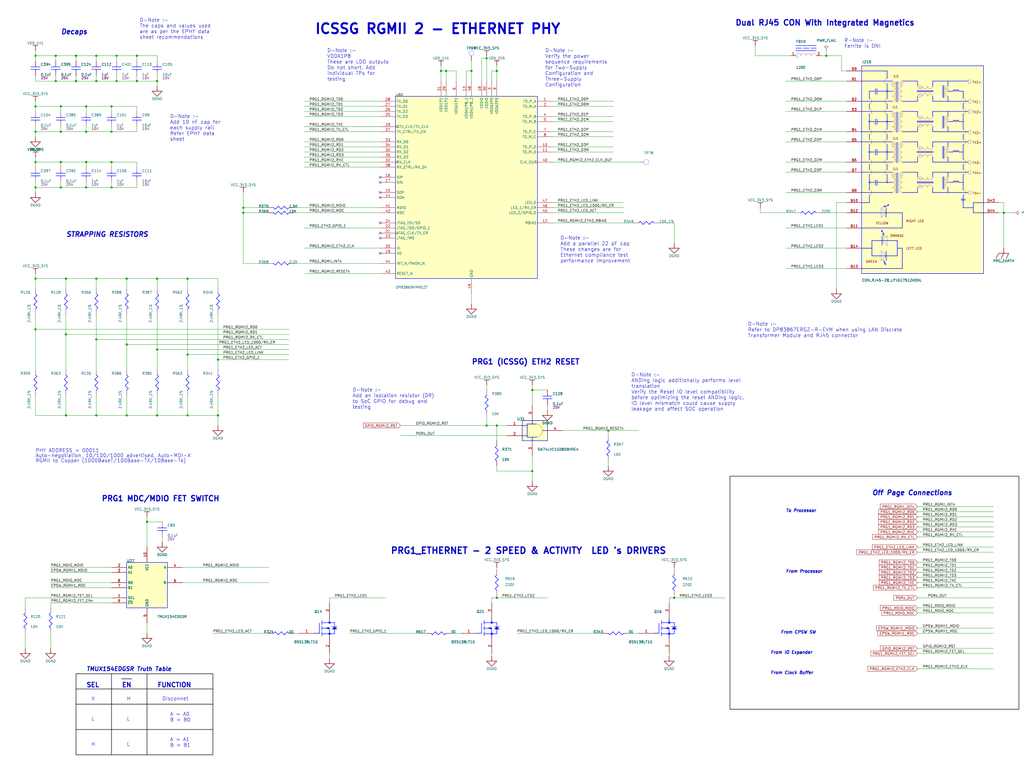
<source format=kicad_sch>
(kicad_sch (version 20231120) (generator "eeschema") (generator_version "8.0")
  (paper "User" 513.08 386.08)
  (lib_symbols
    (symbol "17-altium-import:DGND_SIGNAL_GROUND" (power)
      (property "Reference" "#PWR" (at 0 0 0))
      (property "Value" "DGND" (at 0 6.35 0))
      (symbol "DGND_SIGNAL_GROUND_0_0"
        (pin power_in line (at 0 0 0) (length 0) hide (name "DGND") (number ""))
      )
    )
    (symbol "17-altium-import:PRG_EARTH_EARTH" (power)
      (property "Reference" "#PWR" (at 0 0 0))
      (property "Value" "PRG_EARTH" (at 0 6.35 0))
      (symbol "PRG_EARTH_EARTH_0_0"
        (pin power_in line (at 0 0 0) (length 0) hide (name "PRG_EARTH") (number ""))
      )
    )
    (symbol "17-altium-import:VCC_3V3_SYS_BAR" (power)
      (property "Reference" "#PWR" (at 0 0 0))
      (property "Value" "VCC_3V3_SYS" (at 0 3.81 0))
      (symbol "VCC_3V3_SYS_BAR_0_0"
        (pin power_in line (at 0 0 0) (length 0) hide (name "VCC_3V3_SYS") (number ""))
      )
    )
    (symbol "17-altium-import:VDD_1V1_BAR" (power)
      (property "Reference" "#PWR" (at 0 0 0))
      (property "Value" "VDD_1V1" (at 0 3.81 0))
      (symbol "VDD_1V1_BAR_0_0"
        (pin power_in line (at 0 0 0) (length 0) hide (name "VDD_1V1") (number ""))
      )
    )
    (symbol "17-altium-import:VDD_2V5_BAR" (power)
      (property "Reference" "#PWR" (at 0 0 0))
      (property "Value" "VDD_2V5" (at 0 3.81 0))
      (symbol "VDD_2V5_BAR_0_0"
        (pin power_in line (at 0 0 0) (length 0) hide (name "VDD_2V5") (number ""))
      )
    )
    (symbol "17-altium-import:root_0_CAP_Dup3"
      (symbol "root_0_CAP_Dup3_1_0"
        (pin passive line (at 2.54 2.54 270) (length 2.54) (name "1") (number "1"))
        (pin passive line (at 2.54 -5.08 90) (length 2.54) (name "2") (number "2"))
      )
    )
    (symbol "17-altium-import:root_0_CON_RJ45-28_LPJG17512AONL"
      (symbol "root_0_CON_RJ45-28_LPJG17512AONL_1_0"
        (text "1:1" (at 15.24 -21.336 0) (effects (font (size 1.143 1.143)) (justify left bottom)))
        (text "1:1" (at 15.494 -52.324 0) (effects (font (size 1.143 1.143)) (justify left bottom)))
        (text "1:1" (at 15.494 -37.084 0) (effects (font (size 1.143 1.143)) (justify left bottom)))
        (text "1:1" (at 15.748 -5.842 0) (effects (font (size 1.143 1.143)) (justify left bottom)))
        (text "GREEN" (at 2.032 -98.806 0) (effects (font (size 1.143 1.143)) (justify left bottom)))
        (text "LEFT LED" (at 22.098 -92.202 0) (effects (font (size 1.143 1.143)) (justify left bottom)))
        (text "ORANGE" (at 14.224 -85.852 0) (effects (font (size 1.143 1.143)) (justify left bottom)))
        (text "RIGHT LED" (at 22.098 -78.486 0) (effects (font (size 1.143 1.143)) (justify left bottom)))
        (text "TX1+" (at 55.372 -8.89 0) (effects (font (size 1.143 1.143)) (justify left bottom)))
        (text "TX1-" (at 55.372 -18.796 0) (effects (font (size 1.143 1.143)) (justify left bottom)))
        (text "TX2+" (at 55.372 -23.876 0) (effects (font (size 1.143 1.143)) (justify left bottom)))
        (text "TX2-" (at 55.372 -34.29 0) (effects (font (size 1.143 1.143)) (justify left bottom)))
        (text "TX3+" (at 55.372 -39.116 0) (effects (font (size 1.143 1.143)) (justify left bottom)))
        (text "TX3-" (at 55.372 -49.276 0) (effects (font (size 1.143 1.143)) (justify left bottom)))
        (text "TX4+" (at 55.372 -54.356 0) (effects (font (size 1.143 1.143)) (justify left bottom)))
        (text "TX4-" (at 55.372 -64.516 0) (effects (font (size 1.143 1.143)) (justify left bottom)))
        (text "YELLOW" (at 6.858 -79.502 0) (effects (font (size 1.143 1.143)) (justify left bottom)))
        (pin passive line (at -7.62 -7.62 0) (length 7.62) (name "TD1+_1") (number "A1"))
        (pin power_in line (at -7.62 -68.58 0) (length 7.62) (name "GND") (number "A10"))
        (pin passive line (at -7.62 -81.28 0) (length 7.62) (name "A11") (number "A11"))
        (pin passive line (at -7.62 -73.66 0) (length 7.62) (name "A12") (number "A12"))
        (pin passive line (at -7.62 -101.6 0) (length 7.62) (name "A13") (number "A13"))
        (pin passive line (at -7.62 -91.44 0) (length 7.62) (name "A14") (number "A14"))
        (pin passive line (at -7.62 -17.78 0) (length 7.62) (name "TD1-_1") (number "A2"))
        (pin passive line (at -7.62 -22.86 0) (length 7.62) (name "TD2+_1") (number "A3"))
        (pin passive line (at -7.62 -33.02 0) (length 7.62) (name "TD2-_1") (number "A4"))
        (pin passive line (at -7.62 -38.1 0) (length 7.62) (name "TD3+_1") (number "A5"))
        (pin passive line (at -7.62 -48.26 0) (length 7.62) (name "TD3-_1") (number "A6"))
        (pin passive line (at -7.62 -53.34 0) (length 7.62) (name "TD4+_1") (number "A7"))
        (pin passive line (at -7.62 -63.5 0) (length 7.62) (name "TD4-_1") (number "A8"))
        (pin power_in line (at -7.62 -2.54 0) (length 7.62) (name "VCC") (number "A9"))
        (pin passive line (at 68.58 -68.58 180) (length 7.62) (name "SH1") (number "SH1"))
        (pin passive line (at 68.58 -73.66 180) (length 7.62) (name "SH2") (number "SH2"))
      )
      (symbol "root_0_CON_RJ45-28_LPJG17512AONL_2_0"
        (text "1:1" (at 15.24 -21.336 0) (effects (font (size 1.143 1.143)) (justify left bottom)))
        (text "1:1" (at 15.494 -52.324 0) (effects (font (size 1.143 1.143)) (justify left bottom)))
        (text "1:1" (at 15.494 -37.084 0) (effects (font (size 1.143 1.143)) (justify left bottom)))
        (text "1:1" (at 15.748 -5.842 0) (effects (font (size 1.143 1.143)) (justify left bottom)))
        (text "GREEN" (at 2.032 -98.806 0) (effects (font (size 1.143 1.143)) (justify left bottom)))
        (text "LEFT LED" (at 22.098 -92.202 0) (effects (font (size 1.143 1.143)) (justify left bottom)))
        (text "ORANGE" (at 14.224 -85.852 0) (effects (font (size 1.143 1.143)) (justify left bottom)))
        (text "RIGHT LED" (at 22.098 -78.486 0) (effects (font (size 1.143 1.143)) (justify left bottom)))
        (text "TX1+" (at 55.372 -8.89 0) (effects (font (size 1.143 1.143)) (justify left bottom)))
        (text "TX1-" (at 55.372 -18.796 0) (effects (font (size 1.143 1.143)) (justify left bottom)))
        (text "TX2+" (at 55.372 -23.876 0) (effects (font (size 1.143 1.143)) (justify left bottom)))
        (text "TX2-" (at 55.372 -34.29 0) (effects (font (size 1.143 1.143)) (justify left bottom)))
        (text "TX3+" (at 55.372 -39.116 0) (effects (font (size 1.143 1.143)) (justify left bottom)))
        (text "TX3-" (at 55.372 -49.276 0) (effects (font (size 1.143 1.143)) (justify left bottom)))
        (text "TX4+" (at 55.372 -54.356 0) (effects (font (size 1.143 1.143)) (justify left bottom)))
        (text "TX4-" (at 55.372 -64.516 0) (effects (font (size 1.143 1.143)) (justify left bottom)))
        (text "YELLOW" (at 6.858 -79.502 0) (effects (font (size 1.143 1.143)) (justify left bottom)))
        (pin passive line (at -7.62 -7.62 0) (length 7.62) (name "TD1+_2") (number "B1"))
        (pin power_in line (at -7.62 -68.58 0) (length 7.62) (name "GND") (number "B10"))
        (pin passive line (at -7.62 -81.28 0) (length 7.62) (name "B11") (number "B11"))
        (pin passive line (at -7.62 -73.66 0) (length 7.62) (name "B12") (number "B12"))
        (pin passive line (at -7.62 -101.6 0) (length 7.62) (name "B13") (number "B13"))
        (pin passive line (at -7.62 -91.44 0) (length 7.62) (name "B14") (number "B14"))
        (pin passive line (at -7.62 -17.78 0) (length 7.62) (name "TD1-_2") (number "B2"))
        (pin passive line (at -7.62 -22.86 0) (length 7.62) (name "TD2+_2") (number "B3"))
        (pin passive line (at -7.62 -33.02 0) (length 7.62) (name "TD2-_2") (number "B4"))
        (pin passive line (at -7.62 -38.1 0) (length 7.62) (name "TD3+_2") (number "B5"))
        (pin passive line (at -7.62 -48.26 0) (length 7.62) (name "TD3-_2") (number "B6"))
        (pin passive line (at -7.62 -53.34 0) (length 7.62) (name "TD4+_2") (number "B7"))
        (pin passive line (at -7.62 -63.5 0) (length 7.62) (name "TD4-_2") (number "B8"))
        (pin power_in line (at -7.62 -2.54 0) (length 7.62) (name "VCC") (number "B9"))
        (pin passive line (at 68.58 -68.58 180) (length 7.62) (name "SH3") (number "SH3"))
        (pin passive line (at 68.58 -73.66 180) (length 7.62) (name "SH4") (number "SH4"))
      )
    )
    (symbol "17-altium-import:root_0_DP83869HM_VQFN48"
      (property "Reference" "U80" (at 0 0 0))
      (property "Value" "DP83869HMRGZT" (at 0 -96.52 0))
      (symbol "root_0_DP83869HM_VQFN48_1_0"
        (pin bidirectional line (at 78.74 -2.54 180) (length 7.62) (name "TD_P_A") (number "1"))
        (pin bidirectional line (at 78.74 -25.4 180) (length 7.62) (name "TD_P_D") (number "10"))
        (pin bidirectional line (at 78.74 -27.94 180) (length 7.62) (name "TD_M_D") (number "11"))
        (pin passive line (at 78.74 -63.5 180) (length 7.62) (name "RBIAS") (number "12"))
        (pin power_out line (at 35.56 7.62 270) (length 7.62) (name "VDDA1P8_1") (number "13"))
        (pin output line (at -7.62 -50.8 0) (length 7.62) (name "SON") (number "14"))
        (pin output line (at -7.62 -48.26 0) (length 7.62) (name "SOP") (number "15"))
        (pin input line (at -7.62 -40.64 0) (length 7.62) (name "SIP") (number "16"))
        (pin input line (at -7.62 -43.18 0) (length 7.62) (name "SIN") (number "17"))
        (pin power_in line (at 43.18 7.62 270) (length 7.62) (name "VDDIO") (number "18"))
        (pin output line (at -7.62 -78.74 0) (length 7.62) (name "XO") (number "19"))
        (pin bidirectional line (at 78.74 -5.08 180) (length 7.62) (name "TD_M_A") (number "2"))
        (pin input line (at -7.62 -76.2 0) (length 7.62) (name "XI") (number "20"))
        (pin input clock (at -7.62 -68.58 0) (length 7.62) (name "JTAG_CLK/TX_ER") (number "21"))
        (pin output line (at -7.62 -66.04 0) (length 7.62) (name "JTAG_TDO/GPIO_1") (number "22"))
        (pin passive line (at -7.62 -71.12 0) (length 7.62) (name "JTAG_TMS") (number "23"))
        (pin input line (at -7.62 -63.5 0) (length 7.62) (name "JTAG_TDI/SD") (number "24"))
        (pin passive line (at -7.62 -10.16 0) (length 7.62) (name "TX_D3") (number "25"))
        (pin passive line (at -7.62 -7.62 0) (length 7.62) (name "TX_D2") (number "26"))
        (pin passive line (at -7.62 -5.08 0) (length 7.62) (name "TX_D1") (number "27"))
        (pin passive line (at -7.62 -2.54 0) (length 7.62) (name "TX_D0") (number "28"))
        (pin passive clock (at -7.62 -15.24 0) (length 7.62) (name "GTX_CLK/TX_CLK") (number "29"))
        (pin power_in line (at 48.26 7.62 270) (length 7.62) (name "VDDA2P5") (number "3"))
        (pin power_in line (at 45.72 7.62 270) (length 7.62) (name "VDDIO") (number "30"))
        (pin power_in line (at 22.86 7.62 270) (length 7.62) (name "VDD1P1") (number "31"))
        (pin passive clock (at -7.62 -33.02 0) (length 7.62) (name "RX_CLK") (number "32"))
        (pin passive line (at -7.62 -22.86 0) (length 7.62) (name "RX_D0") (number "33"))
        (pin passive line (at -7.62 -25.4 0) (length 7.62) (name "RX_D1") (number "34"))
        (pin passive line (at -7.62 -27.94 0) (length 7.62) (name "RX_D2") (number "35"))
        (pin passive line (at -7.62 -30.48 0) (length 7.62) (name "RX_D3") (number "36"))
        (pin passive line (at -7.62 -17.78 0) (length 7.62) (name "TX_CTRL/TX_EN") (number "37"))
        (pin passive line (at -7.62 -35.56 0) (length 7.62) (name "RX_CTRL/RX_DV") (number "38"))
        (pin power_in line (at 25.4 7.62 270) (length 7.62) (name "VDD1P1") (number "39"))
        (pin bidirectional line (at 78.74 -10.16 180) (length 7.62) (name "TD_P_B") (number "4"))
        (pin output clock (at 78.74 -33.02 180) (length 7.62) (name "CLK_OUT") (number "40"))
        (pin passive line (at -7.62 -55.88 0) (length 7.62) (name "MDIO") (number "41"))
        (pin passive line (at -7.62 -58.42 0) (length 7.62) (name "MDC") (number "42"))
        (pin passive line (at -7.62 -88.9 0) (length 7.62) (name "RESET_N") (number "43"))
        (pin passive line (at -7.62 -83.82 0) (length 7.62) (name "INT_N/PWDN_N") (number "44"))
        (pin passive line (at 78.74 -58.42 180) (length 7.62) (name "LED_2/GPIO_0") (number "45"))
        (pin passive line (at 78.74 -55.88 180) (length 7.62) (name "LED_1/RX_ER") (number "46"))
        (pin passive line (at 78.74 -53.34 180) (length 7.62) (name "LED_0") (number "47"))
        (pin passive line (at 38.1 7.62 270) (length 7.62) (name "VDDA1P8_2") (number "48"))
        (pin power_in line (at 38.1 -99.06 90) (length 7.62) (name "GND") (number "49"))
        (pin bidirectional line (at 78.74 -12.7 180) (length 7.62) (name "TD_M_B") (number "5"))
        (pin power_in line (at 30.48 7.62 270) (length 7.62) (name "VDDA1P1") (number "6"))
        (pin bidirectional line (at 78.74 -17.78 180) (length 7.62) (name "TD_P_C") (number "7"))
        (pin bidirectional line (at 78.74 -20.32 180) (length 7.62) (name "TD_M_C") (number "8"))
        (pin power_in line (at 50.8 7.62 270) (length 7.62) (name "VDDA2P5") (number "9"))
      )
    )
    (symbol "17-altium-import:root_0_MOSFET_BSS138LT1G"
      (symbol "root_0_MOSFET_BSS138LT1G_1_0"
        (pin passive line (at -7.62 -7.62 0) (length 7.62) (name "G") (number "1"))
        (pin passive line (at 7.62 -17.78 90) (length 7.62) (name "S") (number "2"))
        (pin passive line (at 7.62 7.62 270) (length 7.62) (name "D") (number "3"))
      )
    )
    (symbol "17-altium-import:root_0_RESISTOR_Dup6"
      (symbol "root_0_RESISTOR_Dup6_1_0"
        (pin passive line (at 2.54 2.54 270) (length 2.54) (name "1") (number "1"))
        (pin passive line (at 2.54 -10.16 90) (length 2.54) (name "2") (number "2"))
      )
    )
    (symbol "17-altium-import:root_0_SN74LVC1G08DBVRE4_SOT23-5"
      (symbol "root_0_SN74LVC1G08DBVRE4_SOT23-5_1_0"
        (pin input line (at -7.62 -2.54 0) (length 7.62) (name "A") (number "1"))
        (pin input line (at -7.62 -7.62 0) (length 7.62) (name "B") (number "2"))
        (pin power_in line (at 5.08 -17.78 90) (length 7.62) (name "GND") (number "3"))
        (pin output line (at 20.32 -5.08 180) (length 7.62) (name "Y") (number "4"))
        (pin power_in line (at 5.08 7.62 270) (length 7.62) (name "VCC") (number "5"))
      )
    )
    (symbol "17-altium-import:root_0_TMUX154EDGSR_VSSOP10"
      (symbol "root_0_TMUX154EDGSR_VSSOP10_1_0"
        (pin passive line (at -7.62 -17.78 0) (length 7.62) (name "SEL") (number "1"))
        (pin power_in line (at 10.16 7.62 270) (length 7.62) (name "VCC") (number "10"))
        (pin bidirectional line (at -7.62 -2.54 0) (length 7.62) (name "A0") (number "2"))
        (pin bidirectional line (at -7.62 -5.08 0) (length 7.62) (name "A1") (number "3"))
        (pin bidirectional line (at 27.94 -2.54 180) (length 7.62) (name "A") (number "4"))
        (pin power_in line (at 10.16 -30.48 90) (length 7.62) (name "GND") (number "5"))
        (pin bidirectional line (at 27.94 -10.16 180) (length 7.62) (name "B") (number "6"))
        (pin bidirectional line (at -7.62 -12.7 0) (length 7.62) (name "B1") (number "7"))
        (pin bidirectional line (at -7.62 -10.16 0) (length 7.62) (name "B0") (number "8"))
        (pin passive line (at -7.62 -20.32 0) (length 7.62) (name "~{EN}") (number "9"))
      )
    )
    (symbol "17-altium-import:root_0_mirrored_RESISTOR_Dup6"
      (symbol "root_0_mirrored_RESISTOR_Dup6_1_0"
        (pin passive line (at -2.54 2.54 270) (length 2.54) (name "1") (number "1"))
        (pin passive line (at -2.54 -10.16 90) (length 2.54) (name "2") (number "2"))
      )
    )
    (symbol "17-altium-import:root_1_INDUCTOR_FERRITE"
      (symbol "root_1_INDUCTOR_FERRITE_1_0"
        (pin passive line (at -2.54 2.54 0) (length 2.54) (name "1") (number "1"))
        (pin passive line (at 12.7 2.54 180) (length 2.54) (name "2") (number "2"))
      )
    )
    (symbol "17-altium-import:root_1_RESISTOR_Dup5"
      (symbol "root_1_RESISTOR_Dup5_1_0"
        (pin passive line (at -2.54 2.54 0) (length 2.54) (name "1") (number "1"))
        (pin passive line (at 10.16 2.54 180) (length 2.54) (name "2") (number "2"))
      )
    )
    (symbol "17-altium-import:root_1_RESISTOR_Dup6"
      (symbol "root_1_RESISTOR_Dup6_1_0"
        (pin passive line (at -2.54 2.54 0) (length 2.54) (name "1") (number "1"))
        (pin passive line (at 10.16 2.54 180) (length 2.54) (name "2") (number "2"))
      )
    )
    (symbol "17-altium-import:root_1_mirrored_RESISTOR_Dup6"
      (symbol "root_1_mirrored_RESISTOR_Dup6_1_0"
        (pin passive line (at 2.54 2.54 180) (length 2.54) (name "1") (number "1"))
        (pin passive line (at -10.16 2.54 0) (length 2.54) (name "2") (number "2"))
      )
    )
    (symbol "17-altium-import:root_2_RESISTOR_Dup6"
      (symbol "root_2_RESISTOR_Dup6_1_0"
        (pin passive line (at -2.54 -2.54 90) (length 2.54) (name "1") (number "1"))
        (pin passive line (at -2.54 10.16 270) (length 2.54) (name "2") (number "2"))
      )
    )
    (symbol "17-altium-import:root_2_TESTPOINT"
      (symbol "root_2_TESTPOINT_1_0"
        (pin passive line (at -5.08 2.54 0) (length 2.54) (name "TP") (number "1"))
      )
    )
    (symbol "17-altium-import:root_3_RESISTOR_Dup5"
      (symbol "root_3_RESISTOR_Dup5_1_0"
        (pin passive line (at 2.54 -2.54 180) (length 2.54) (name "1") (number "1"))
        (pin passive line (at -10.16 -2.54 0) (length 2.54) (name "2") (number "2"))
      )
    )
    (symbol "17-altium-import:root_3_RESISTOR_Dup6"
      (symbol "root_3_RESISTOR_Dup6_1_0"
        (pin passive line (at 2.54 -2.54 180) (length 2.54) (name "1") (number "1"))
        (pin passive line (at -10.16 -2.54 0) (length 2.54) (name "2") (number "2"))
      )
    )
    (symbol "17-altium-import:root_3_TESTPOINT"
      (symbol "root_3_TESTPOINT_1_0"
        (pin passive line (at -2.54 -5.08 90) (length 2.54) (name "TP") (number "1"))
      )
    )
    (symbol "17-altium-import:root_3_mirrored_RESISTOR_Dup6"
      (symbol "root_3_mirrored_RESISTOR_Dup6_1_0"
        (pin passive line (at -2.54 -2.54 0) (length 2.54) (name "1") (number "1"))
        (pin passive line (at 10.16 -2.54 180) (length 2.54) (name "2") (number "2"))
      )
    )
    (symbol "power:PWR_FLAG" (power) (pin_numbers hide) (pin_names (offset 0) hide)
      (property "Value" "PWR_FLAG" (at 0 3.81 0))
      (symbol "PWR_FLAG_0_0"
        (pin power_out line (at 0 0 90) (length 0) (name "~") (number "1"))
      )
    )
  )
  (junction (at 55.88 81.28))
  (junction (at 121.92 104.14))
  (junction (at 236.22 35.56))
  (junction (at 109.22 208.28))
  (junction (at 48.26 40.64))
  (junction (at 243.84 213.36))
  (junction (at 304.8 215.9))
  (junction (at 27.94 27.94))
  (junction (at 38.1 27.94))
  (junction (at 17.78 66.04))
  (junction (at 30.48 81.28))
  (junction (at 43.18 81.28))
  (junction (at 33.02 208.28))
  (junction (at 55.88 93.98))
  (junction (at 55.88 66.04))
  (junction (at 121.92 106.68))
  (junction (at 30.48 93.98))
  (junction (at 58.42 40.64))
  (junction (at 63.5 172.72))
  (junction (at 48.26 208.28))
  (junction (at 27.94 40.64))
  (junction (at 17.78 139.7))
  (junction (at 63.5 139.7))
  (junction (at 414.02 27.94))
  (junction (at 93.98 208.28))
  (junction (at 78.74 139.7))
  (junction (at 78.74 175.26))
  (junction (at 17.78 93.98))
  (junction (at 48.26 27.94))
  (junction (at 58.42 27.94))
  (junction (at 33.02 167.64))
  (junction (at 337.82 299.72))
  (junction (at 43.18 66.04))
  (junction (at 48.26 170.18))
  (junction (at 220.98 35.56))
  (junction (at 248.92 299.72))
  (junction (at 38.1 40.64))
  (junction (at 30.48 66.04))
  (junction (at 502.92 106.68))
  (junction (at 93.98 139.7))
  (junction (at 248.92 213.36))
  (junction (at 17.78 27.94))
  (junction (at 48.26 139.7))
  (junction (at 43.18 53.34))
  (junction (at 248.92 35.56))
  (junction (at 33.02 139.7))
  (junction (at 78.74 208.28))
  (junction (at 68.58 40.64))
  (junction (at 78.74 40.64))
  (junction (at 43.18 93.98))
  (junction (at 266.7 195.58))
  (junction (at 223.52 35.56))
  (junction (at 63.5 208.28))
  (junction (at 17.78 53.34))
  (junction (at 68.58 27.94))
  (junction (at 17.78 165.1))
  (junction (at 93.98 177.8))
  (junction (at 109.22 180.34))
  (junction (at 73.66 261.62))
  (junction (at 55.88 53.34))
  (junction (at 17.78 81.28))
  (junction (at 266.7 236.22))
  (junction (at 30.48 53.34))
  (junction (at 243.84 29.21))
  (no_connect (at 190.5 116.84))
  (no_connect (at 190.5 119.38))
  (no_connect (at 190.5 99.06))
  (no_connect (at 190.5 91.44))
  (no_connect (at 190.5 96.52))
  (no_connect (at 190.5 127))
  (no_connect (at 190.5 111.76))
  (no_connect (at 190.5 88.9))
  (wire (pts (xy 68.58 81.28) (xy 68.58 83.82)))
  (wire (pts (xy 378.46 27.94) (xy 378.46 22.86)))
  (wire (pts (xy 17.78 93.98) (xy 30.48 93.98)))
  (wire (pts (xy 281.94 215.9) (xy 304.8 215.9)))
  (polyline (pts (xy 60.96 340.36) (xy 66.04 340.36)) (stroke (width 0.254) (type solid) (color 0 0 0 1)))
  (wire (pts (xy 335.28 299.72) (xy 337.82 299.72)))
  (wire (pts (xy 78.74 43.18) (xy 78.74 40.64)))
  (wire (pts (xy 248.92 236.22) (xy 248.92 233.68)))
  (wire (pts (xy 55.88 287.02) (xy 25.4 287.02)))
  (wire (pts (xy 134.62 106.68) (xy 121.92 106.68)))
  (wire (pts (xy 17.78 96.52) (xy 17.78 93.98)))
  (polyline (pts (xy 55.88 337.82) (xy 55.88 378.46)) (stroke (width 0.254) (type solid) (color 0 0 0 1)))
  (wire (pts (xy 190.5 114.3) (xy 152.4 114.3)))
  (wire (pts (xy 48.26 185.42) (xy 48.26 170.18)))
  (wire (pts (xy 233.68 40.64) (xy 233.68 35.56)))
  (wire (pts (xy 228.6 35.56) (xy 223.52 35.56)))
  (wire (pts (xy 33.02 139.7) (xy 48.26 139.7)))
  (wire (pts (xy 190.5 58.42) (xy 152.4 58.42)))
  (wire (pts (xy 497.84 284.48) (xy 459.74 284.48)))
  (wire (pts (xy 55.88 93.98) (xy 68.58 93.98)))
  (wire (pts (xy 144.78 170.18) (xy 48.26 170.18)))
  (wire (pts (xy 55.88 292.1) (xy 25.4 292.1)))
  (wire (pts (xy 497.84 269.24) (xy 459.74 269.24)))
  (wire (pts (xy 78.74 185.42) (xy 78.74 175.26)))
  (wire (pts (xy 497.84 307.34) (xy 459.74 307.34)))
  (wire (pts (xy 58.42 40.64) (xy 58.42 38.1)))
  (wire (pts (xy 93.98 198.12) (xy 93.98 208.28)))
  (wire (pts (xy 190.5 83.82) (xy 152.4 83.82)))
  (wire (pts (xy 497.84 274.32) (xy 459.74 274.32)))
  (wire (pts (xy 81.28 261.62) (xy 73.66 261.62)))
  (wire (pts (xy 33.02 167.64) (xy 33.02 157.48)))
  (wire (pts (xy 30.48 66.04) (xy 43.18 66.04)))
  (wire (pts (xy 165.1 330.2) (xy 165.1 327.66)))
  (wire (pts (xy 243.84 213.36) (xy 248.92 213.36)))
  (wire (pts (xy 63.5 172.72) (xy 63.5 157.48)))
  (wire (pts (xy 17.78 198.12) (xy 17.78 208.28)))
  (wire (pts (xy 93.98 185.42) (xy 93.98 177.8)))
  (wire (pts (xy 48.26 27.94) (xy 58.42 27.94)))
  (wire (pts (xy 48.26 40.64) (xy 58.42 40.64)))
  (wire (pts (xy 190.5 73.66) (xy 152.4 73.66)))
  (wire (pts (xy 55.88 302.26) (xy 25.4 302.26)))
  (wire (pts (xy 134.62 132.08) (xy 121.92 132.08)))
  (wire (pts (xy 190.5 78.74) (xy 152.4 78.74)))
  (wire (pts (xy 121.92 106.68) (xy 121.92 104.14)))
  (wire (pts (xy 48.26 38.1) (xy 48.26 40.64)))
  (wire (pts (xy 48.26 144.78) (xy 48.26 139.7)))
  (wire (pts (xy 424.18 101.6) (xy 419.1 101.6)))
  (wire (pts (xy 48.26 139.7) (xy 63.5 139.7)))
  (wire (pts (xy 424.18 124.46) (xy 393.7 124.46)))
  (wire (pts (xy 63.5 208.28) (xy 63.5 198.12)))
  (wire (pts (xy 134.62 317.5) (xy 106.68 317.5)))
  (wire (pts (xy 497.84 287.02) (xy 459.74 287.02)))
  (wire (pts (xy 307.34 58.42) (xy 276.86 58.42)))
  (wire (pts (xy 266.7 241.3) (xy 266.7 236.22)))
  (wire (pts (xy 497.84 254) (xy 459.74 254)))
  (wire (pts (xy 200.66 213.36) (xy 243.84 213.36)))
  (wire (pts (xy 312.42 104.14) (xy 276.86 104.14)))
  (wire (pts (xy 274.32 195.58) (xy 266.7 195.58)))
  (wire (pts (xy 17.78 83.82) (xy 17.78 81.28)))
  (wire (pts (xy 134.62 104.14) (xy 121.92 104.14)))
  (wire (pts (xy 248.92 35.56) (xy 248.92 33.02)))
  (wire (pts (xy 27.94 30.48) (xy 27.94 27.94)))
  (wire (pts (xy 43.18 81.28) (xy 55.88 81.28)))
  (wire (pts (xy 165.1 299.72) (xy 165.1 302.26)))
  (wire (pts (xy 497.84 259.08) (xy 459.74 259.08)))
  (wire (pts (xy 320.04 317.5) (xy 314.96 317.5)))
  (wire (pts (xy 25.4 325.12) (xy 25.4 317.5)))
  (wire (pts (xy 68.58 27.94) (xy 78.74 27.94)))
  (wire (pts (xy 30.48 55.88) (xy 30.48 53.34)))
  (wire (pts (xy 93.98 139.7) (xy 109.22 139.7)))
  (wire (pts (xy 55.88 294.64) (xy 25.4 294.64)))
  (wire (pts (xy 63.5 208.28) (xy 78.74 208.28)))
  (wire (pts (xy 121.92 132.08) (xy 121.92 106.68)))
  (wire (pts (xy 144.78 172.72) (xy 63.5 172.72)))
  (wire (pts (xy 414.02 25.4) (xy 414.02 27.94)))
  (wire (pts (xy 30.48 81.28) (xy 43.18 81.28)))
  (wire (pts (xy 55.88 83.82) (xy 55.88 81.28)))
  (wire (pts (xy 17.78 53.34) (xy 17.78 50.8)))
  (wire (pts (xy 190.5 55.88) (xy 152.4 55.88)))
  (wire (pts (xy 17.78 66.04) (xy 17.78 63.5)))
  (wire (pts (xy 497.84 276.86) (xy 459.74 276.86)))
  (wire (pts (xy 236.22 35.56) (xy 236.22 30.48)))
  (wire (pts (xy 396.24 27.94) (xy 378.46 27.94)))
  (wire (pts (xy 243.84 29.21) (xy 243.84 40.64)))
  (wire (pts (xy 17.78 53.34) (xy 30.48 53.34)))
  (wire (pts (xy 266.7 236.22) (xy 248.92 236.22)))
  (wire (pts (xy 497.84 256.54) (xy 459.74 256.54)))
  (wire (pts (xy 93.98 177.8) (xy 144.78 177.8)))
  (wire (pts (xy 17.78 139.7) (xy 17.78 137.16)))
  (wire (pts (xy 17.78 144.78) (xy 17.78 139.7)))
  (wire (pts (xy 55.88 66.04) (xy 68.58 66.04)))
  (wire (pts (xy 63.5 185.42) (xy 63.5 172.72)))
  (wire (pts (xy 134.62 292.1) (xy 91.44 292.1)))
  (wire (pts (xy 109.22 213.36) (xy 109.22 208.28)))
  (wire (pts (xy 93.98 177.8) (xy 93.98 157.48)))
  (wire (pts (xy 193.04 299.72) (xy 165.1 299.72)))
  (wire (pts (xy 17.78 55.88) (xy 17.78 53.34)))
  (wire (pts (xy 55.88 66.04) (xy 55.88 63.5)))
  (wire (pts (xy 236.22 40.64) (xy 236.22 35.56)))
  (wire (pts (xy 33.02 208.28) (xy 48.26 208.28)))
  (wire (pts (xy 424.18 81.28) (xy 393.7 81.28)))
  (wire (pts (xy 30.48 53.34) (xy 43.18 53.34)))
  (wire (pts (xy 17.78 165.1) (xy 17.78 157.48)))
  (wire (pts (xy 73.66 274.32) (xy 73.66 261.62)))
  (wire (pts (xy 213.36 317.5) (xy 175.26 317.5)))
  (wire (pts (xy 254 218.44) (xy 200.66 218.44)))
  (wire (pts (xy 307.34 53.34) (xy 276.86 53.34)))
  (wire (pts (xy 12.7 325.12) (xy 12.7 317.5)))
  (wire (pts (xy 497.84 261.62) (xy 459.74 261.62)))
  (wire (pts (xy 414.02 27.94) (xy 411.48 27.94)))
  (wire (pts (xy 43.18 55.88) (xy 43.18 53.34)))
  (wire (pts (xy 337.82 299.72) (xy 363.22 299.72)))
  (wire (pts (xy 274.32 203.2) (xy 274.32 205.74)))
  (wire (pts (xy 502.92 124.46) (xy 502.92 106.68)))
  (wire (pts (xy 248.92 220.98) (xy 248.92 213.36)))
  (wire (pts (xy 231.14 317.5) (xy 226.06 317.5)))
  (wire (pts (xy 337.82 285.75) (xy 337.82 284.48)))
  (wire (pts (xy 248.92 285.75) (xy 248.92 284.48)))
  (wire (pts (xy 424.18 134.62) (xy 393.7 134.62)))
  (wire (pts (xy 312.42 106.68) (xy 276.86 106.68)))
  (wire (pts (xy 307.34 76.2) (xy 276.86 76.2)))
  (wire (pts (xy 17.78 40.64) (xy 17.78 38.1)))
  (wire (pts (xy 121.92 104.14) (xy 121.92 96.52)))
  (wire (pts (xy 43.18 93.98) (xy 55.88 93.98)))
  (wire (pts (xy 190.5 53.34) (xy 152.4 53.34)))
  (wire (pts (xy 81.28 271.78) (xy 81.28 269.24)))
  (wire (pts (xy 424.18 50.8) (xy 393.7 50.8)))
  (wire (pts (xy 48.26 40.64) (xy 38.1 40.64)))
  (wire (pts (xy 190.5 124.46) (xy 152.4 124.46)))
  (wire (pts (xy 497.84 317.5) (xy 459.74 317.5)))
  (wire (pts (xy 248.92 35.56) (xy 246.38 35.56)))
  (wire (pts (xy 149.86 317.5) (xy 147.32 317.5)))
  (wire (pts (xy 502.92 106.68) (xy 508 106.68)))
  (wire (pts (xy 246.38 328.93) (xy 246.38 327.66)))
  (polyline (pts (xy 38.1 353.06) (xy 106.68 353.06)) (stroke (width 0.254) (type solid) (color 0 0 0 1)))
  (wire (pts (xy 223.52 35.56) (xy 220.98 35.56)))
  (wire (pts (xy 73.66 261.62) (xy 73.66 259.08)))
  (wire (pts (xy 220.98 35.56) (xy 220.98 33.02)))
  (wire (pts (xy 78.74 144.78) (xy 78.74 139.7)))
  (wire (pts (xy 109.22 208.28) (xy 109.22 198.12)))
  (wire (pts (xy 68.58 40.64) (xy 68.58 38.1)))
  (wire (pts (xy 190.5 76.2) (xy 152.4 76.2)))
  (wire (pts (xy 12.7 299.72) (xy 12.7 304.8)))
  (wire (pts (xy 320.04 81.28) (xy 276.86 81.28)))
  (wire (pts (xy 497.84 299.72) (xy 459.74 299.72)))
  (wire (pts (xy 424.18 114.3) (xy 393.7 114.3)))
  (wire (pts (xy 55.88 93.98) (xy 55.88 91.44)))
  (wire (pts (xy 78.74 40.64) (xy 78.74 38.1)))
  (wire (pts (xy 304.8 233.68) (xy 304.8 231.14)))
  (wire (pts (xy 17.78 27.94) (xy 17.78 25.4)))
  (wire (pts (xy 307.34 73.66) (xy 276.86 73.66)))
  (wire (pts (xy 424.18 86.36) (xy 393.7 86.36)))
  (wire (pts (xy 228.6 40.64) (xy 228.6 35.56)))
  (wire (pts (xy 424.18 40.64) (xy 393.7 40.64)))
  (wire (pts (xy 73.66 317.5) (xy 73.66 312.42)))
  (wire (pts (xy 497.84 327.66) (xy 459.74 327.66)))
  (wire (pts (xy 307.34 66.04) (xy 276.86 66.04)))
  (polyline (pts (xy 38.1 345.44) (xy 106.68 345.44)) (stroke (width 0.254) (type solid) (color 0 0 0 1)))
  (wire (pts (xy 48.26 208.28) (xy 63.5 208.28)))
  (wire (pts (xy 243.84 213.36) (xy 243.84 208.28)))
  (wire (pts (xy 109.22 180.34) (xy 109.22 157.48)))
  (wire (pts (xy 381 106.68) (xy 381 104.14)))
  (wire (pts (xy 43.18 66.04) (xy 55.88 66.04)))
  (wire (pts (xy 43.18 83.82) (xy 43.18 81.28)))
  (wire (pts (xy 43.18 66.04) (xy 43.18 63.5)))
  (wire (pts (xy 68.58 40.64) (xy 78.74 40.64)))
  (wire (pts (xy 497.84 314.96) (xy 459.74 314.96)))
  (wire (pts (xy 424.18 66.04) (xy 393.7 66.04)))
  (wire (pts (xy 236.22 152.4) (xy 236.22 147.32)))
  (wire (pts (xy 144.78 180.34) (xy 109.22 180.34)))
  (wire (pts (xy 424.18 35.56) (xy 421.64 35.56)))
  (wire (pts (xy 68.58 93.98) (xy 68.58 91.44)))
  (wire (pts (xy 27.94 27.94) (xy 38.1 27.94)))
  (wire (pts (xy 500.38 106.68) (xy 502.92 106.68)))
  (wire (pts (xy 55.88 284.48) (xy 25.4 284.48)))
  (wire (pts (xy 497.84 281.94) (xy 459.74 281.94)))
  (wire (pts (xy 502.92 106.68) (xy 502.92 101.6)))
  (wire (pts (xy 33.02 144.78) (xy 33.02 139.7)))
  (wire (pts (xy 243.84 195.58) (xy 243.84 193.04)))
  (wire (pts (xy 144.78 165.1) (xy 17.78 165.1)))
  (wire (pts (xy 248.92 40.64) (xy 248.92 35.56)))
  (wire (pts (xy 424.18 96.52) (xy 393.7 96.52)))
  (wire (pts (xy 17.78 139.7) (xy 33.02 139.7)))
  (wire (pts (xy 17.78 27.94) (xy 27.94 27.94)))
  (wire (pts (xy 248.92 213.36) (xy 254 213.36)))
  (wire (pts (xy 93.98 144.78) (xy 93.98 139.7)))
  (wire (pts (xy 55.88 53.34) (xy 68.58 53.34)))
  (wire (pts (xy 190.5 81.28) (xy 152.4 81.28)))
  (wire (pts (xy 134.62 284.48) (xy 91.44 284.48)))
  (wire (pts (xy 190.5 66.04) (xy 152.4 66.04)))
  (wire (pts (xy 33.02 185.42) (xy 33.02 167.64)))
  (wire (pts (xy 190.5 106.68) (xy 147.32 106.68)))
  (wire (pts (xy 266.7 195.58) (xy 266.7 193.04)))
  (wire (pts (xy 17.78 93.98) (xy 17.78 91.44)))
  (wire (pts (xy 190.5 137.16) (xy 152.4 137.16)))
  (wire (pts (xy 424.18 55.88) (xy 393.7 55.88)))
  (wire (pts (xy 63.5 144.78) (xy 63.5 139.7)))
  (wire (pts (xy 109.22 185.42) (xy 109.22 180.34)))
  (wire (pts (xy 246.38 35.56) (xy 246.38 40.64)))
  (wire (pts (xy 307.34 60.96) (xy 276.86 60.96)))
  (wire (pts (xy 78.74 208.28) (xy 78.74 198.12)))
  (wire (pts (xy 337.82 121.92) (xy 337.82 111.76)))
  (wire (pts (xy 30.48 93.98) (xy 30.48 91.44)))
  (wire (pts (xy 58.42 27.94) (xy 68.58 27.94)))
  (wire (pts (xy 424.18 106.68) (xy 411.48 106.68)))
  (wire (pts (xy 38.1 27.94) (xy 48.26 27.94)))
  (wire (pts (xy 43.18 53.34) (xy 55.88 53.34)))
  (wire (pts (xy 55.88 299.72) (xy 12.7 299.72)))
  (wire (pts (xy 48.26 27.94) (xy 48.26 30.48)))
  (wire (pts (xy 266.7 236.22) (xy 266.7 228.6)))
  (wire (pts (xy 317.5 111.76) (xy 276.86 111.76)))
  (wire (pts (xy 58.42 30.48) (xy 58.42 27.94)))
  (wire (pts (xy 48.26 208.28) (xy 48.26 198.12)))
  (wire (pts (xy 17.78 81.28) (xy 17.78 78.74)))
  (wire (pts (xy 223.52 40.64) (xy 223.52 35.56)))
  (wire (pts (xy 38.1 30.48) (xy 38.1 27.94)))
  (wire (pts (xy 497.84 289.56) (xy 459.74 289.56)))
  (wire (pts (xy 497.84 264.16) (xy 459.74 264.16)))
  (wire (pts (xy 17.78 30.48) (xy 17.78 27.94)))
  (wire (pts (xy 246.38 302.26) (xy 246.38 299.72)))
  (wire (pts (xy 17.78 185.42) (xy 17.78 165.1)))
  (wire (pts (xy 190.5 104.14) (xy 147.32 104.14)))
  (wire (pts (xy 93.98 208.28) (xy 109.22 208.28)))
  (wire (pts (xy 497.84 304.8) (xy 459.74 304.8)))
  (wire (pts (xy 497.84 294.64) (xy 459.74 294.64)))
  (wire (pts (xy 337.82 298.45) (xy 337.82 299.72)))
  (wire (pts (xy 68.58 30.48) (xy 68.58 27.94)))
  (wire (pts (xy 38.1 40.64) (xy 27.94 40.64)))
  (wire (pts (xy 335.28 302.26) (xy 335.28 299.72)))
  (wire (pts (xy 144.78 175.26) (xy 78.74 175.26)))
  (wire (pts (xy 144.78 167.64) (xy 33.02 167.64)))
  (wire (pts (xy 17.78 68.58) (xy 17.78 66.04)))
  (wire (pts (xy 307.34 68.58) (xy 276.86 68.58)))
  (wire (pts (xy 248.92 299.72) (xy 274.32 299.72)))
  (wire (pts (xy 30.48 66.04) (xy 30.48 63.5)))
  (wire (pts (xy 33.02 208.28) (xy 33.02 198.12)))
  (wire (pts (xy 502.92 101.6) (xy 500.38 101.6)))
  (wire (pts (xy 266.7 203.2) (xy 266.7 195.58)))
  (wire (pts (xy 17.78 208.28) (xy 33.02 208.28)))
  (wire (pts (xy 17.78 66.04) (xy 30.48 66.04)))
  (wire (pts (xy 302.26 317.5) (xy 259.08 317.5)))
  (wire (pts (xy 220.98 40.64) (xy 220.98 35.56)))
  (wire (pts (xy 30.48 93.98) (xy 43.18 93.98)))
  (wire (pts (xy 497.84 335.28) (xy 459.74 335.28)))
  (wire (pts (xy 55.88 81.28) (xy 68.58 81.28)))
  (polyline (pts (xy 38.1 365.76) (xy 106.68 365.76)) (stroke (width 0.254) (type solid) (color 0 0 0 1)))
  (wire (pts (xy 241.3 40.64) (xy 241.3 29.21)))
  (wire (pts (xy 421.64 35.56) (xy 421.64 27.94)))
  (wire (pts (xy 78.74 27.94) (xy 78.74 30.48)))
  (wire (pts (xy 68.58 66.04) (xy 68.58 63.5)))
  (wire (pts (xy 30.48 83.82) (xy 30.48 81.28)))
  (wire (pts (xy 27.94 40.64) (xy 17.78 40.64)))
  (wire (pts (xy 78.74 175.26) (xy 78.74 157.48)))
  (wire (pts (xy 398.78 106.68) (xy 381 106.68)))
  (wire (pts (xy 304.8 215.9) (xy 320.04 215.9)))
  (wire (pts (xy 233.68 35.56) (xy 236.22 35.56)))
  (wire (pts (xy 497.84 325.12) (xy 459.74 325.12)))
  (wire (pts (xy 190.5 132.08) (xy 147.32 132.08)))
  (wire (pts (xy 419.1 101.6) (xy 419.1 144.78)))
  (wire (pts (xy 17.78 81.28) (xy 30.48 81.28)))
  (wire (pts (xy 38.1 40.64) (xy 38.1 38.1)))
  (wire (pts (xy 304.8 218.44) (xy 304.8 215.9)))
  (wire (pts (xy 312.42 101.6) (xy 276.86 101.6)))
  (wire (pts (xy 109.22 139.7) (xy 109.22 144.78)))
  (wire (pts (xy 55.88 55.88) (xy 55.88 53.34)))
  (wire (pts (xy 337.82 111.76) (xy 330.2 111.76)))
  (wire (pts (xy 497.84 266.7) (xy 459.74 266.7)))
  (wire (pts (xy 497.84 292.1) (xy 459.74 292.1)))
  (wire (pts (xy 246.38 299.72) (xy 248.92 299.72)))
  (wire (pts (xy 241.3 29.21) (xy 243.84 29.21)))
  (polyline (pts (xy 73.66 337.82) (xy 73.66 378.46)) (stroke (width 0.254) (type solid) (color 0 0 0 1)))
  (wire (pts (xy 25.4 302.26) (xy 25.4 304.8)))
  (wire (pts (xy 48.26 170.18) (xy 48.26 157.48)))
  (wire (pts (xy 58.42 40.64) (xy 68.58 40.64)))
  (wire (pts (xy 190.5 63.5) (xy 152.4 63.5)))
  (wire (pts (xy 27.94 40.64) (xy 27.94 38.1)))
  (wire (pts (xy 190.5 71.12) (xy 152.4 71.12)))
  (wire (pts (xy 335.28 328.93) (xy 335.28 327.66)))
  (wire (pts (xy 78.74 208.28) (xy 93.98 208.28)))
  (wire (pts (xy 424.18 71.12) (xy 393.7 71.12)))
  (wire (pts (xy 307.34 50.8) (xy 276.86 50.8)))
  (wire (pts (xy 78.74 139.7) (xy 93.98 139.7)))
  (wire (pts (xy 243.84 29.21) (xy 243.84 27.94)))
  (wire (pts (xy 68.58 53.34) (xy 68.58 55.88)))
  (wire (pts (xy 190.5 50.8) (xy 152.4 50.8)))
  (wire (pts (xy 63.5 139.7) (xy 78.74 139.7)))
  (wire (pts (xy 421.64 27.94) (xy 414.02 27.94)))
  (wire (pts (xy 248.92 298.45) (xy 248.92 299.72)))
  (wire (pts (xy 43.18 93.98) (xy 43.18 91.44)))
  (rectangle (start 106.68 337.82) (end 38.1 378.46) (stroke (width 0.254) (color 0 0 0 1)))
  (rectangle (start 510.54 238.76) (end 365.76 355.6) (stroke (width 0.254) (color 0 0 0 1)))
  (text_box "A = A1\nB = B1" (at 97.028 375.412 0) (size -13.208 -7.112) (stroke (width -0.0001) (color 0 0 0 1)) (effects (font (size 1.778 1.778)) (justify left top)))
  (text_box "D-Note :-\nVerify the power\nsequence requirements\nfor Two-Supply\nConfiguration and\nThree-Supply\nConfiguration" (at 315.468 47.752 0) (size -43.688 -24.892) (stroke (width -0.0001) (color 0 0 0 1)) (effects (font (size 1.778 1.778)) (justify left top)))
  (text_box "D-Note :-\nRefer to DP83867ERGZ-R-EVM when using LAN Discrete\nTransformer Module and RJ45 connector" (at 475.996 170.688 0) (size -102.616 -10.668) (stroke (width -0.0001) (color 0 0 0 1)) (effects (font (size 1.778 1.778)) (justify left top)))
  (text_box "D-Note :- \nANDing logic additionally performs level\ntranslation \nVerify the Reset IO level compatibility\nbefore optimizing the reset ANDing logic.\nIO level mismatch could cause supply\nleakage and affect SOC operation" (at 399.288 210.312 0) (size -84.328 -24.892) (stroke (width -0.0001) (color 0 0 0 1)) (effects (font (size 1.778 1.778)) (justify left top)))
  (text_box "R-Note :-\nFerrite is DNI" (at 451.104 24.892 0) (size -29.464 -7.112) (stroke (width -0.0001) (color 0 0 0 1)) (effects (font (size 1.778 1.778)) (justify left top)))
  (text_box "D-Note :-\nThe caps and values used\nare as per the EPHY data\nsheet recommendations" (at 118.364 21.844 0) (size -49.784 -14.224) (stroke (width -0.0001) (color 0 0 0 1)) (effects (font (size 1.778 1.778)) (justify left top)))
  (text_box "A = A0\nB = B0" (at 97.028 362.712 0) (size -13.208 -7.112) (stroke (width -0.0001) (color 0 0 0 1)) (effects (font (size 1.778 1.778)) (justify left top)))
  (text_box "D-Note :-\nAdd an isolation resistor (0R)\nto SoC GPIO for debug and\ntesting" (at 237.236 207.264 0) (size -61.976 -14.224) (stroke (width -0.0001) (color 0 0 0 1)) (effects (font (size 1.778 1.778)) (justify left top)))
  (text_box "D-Note :-\nAdd a parallel 22 pF cap\nThese changes are for\nEthernet compliance test\nperformance improvement" (at 329.184 134.62 0) (size -49.784 -17.78) (stroke (width -0.0001) (color 0 0 0 1)) (effects (font (size 1.778 1.778)) (justify left top)))
  (text_box "D-Note :-\nAdd 10 nF cap for\neach supply rail \nRefer EPHY data\nsheet" (at 119.38 73.66 0) (size -35.56 -17.78) (stroke (width -0.0001) (color 0 0 0 1)) (effects (font (size 1.778 1.778)) (justify left top)))
  (text_box "D-Note :-\nVDDA1P8\nThese are LDO outputs\nDo not short. Add\nindividual TPs for\ntesting" (at 206.248 44.196 0) (size -43.688 -21.336) (stroke (width -0.0001) (color 0 0 0 1)) (effects (font (size 1.778 1.778)) (justify left top)))
  (text "RGMII to Copper (1000BaseT/100Base-TX/10Base-Te)" (at 17.78 232.156 0) (effects (font (size 1.778 1.778)) (justify left bottom)))
  (text "PRG1 MDC/MDIO FET SWITCH" (at 50.8 251.714 0) (effects (font (size 2.667 2.667) (bold yes)) (justify left bottom)))
  (text "Decaps" (at 30.48 17.526 0) (effects (font (size 2.413 2.413) (bold yes) (italic yes)) (justify left bottom)))
  (text "L" (at 63.5 361.696 0) (effects (font (size 1.778 1.778)) (justify left bottom)))
  (text "H" (at 45.72 374.396 0) (effects (font (size 1.778 1.778)) (justify left bottom)))
  (text "TMUX154EDGSR Truth Table" (at 43.18 336.804 0) (effects (font (size 2.032 2.032) (bold yes) (italic yes)) (justify left bottom)))
  (text "STRAPPING RESISTORS" (at 33.02 119.126 0) (effects (font (size 2.413 2.413) (bold yes) (italic yes)) (justify left bottom)))
  (text "From Clock Buffer" (at 386.08 338.328 0) (effects (font (size 1.524 1.524) (bold yes) (italic yes)) (justify left bottom)))
  (text "Off Page Connections" (at 436.88 248.666 0) (effects (font (size 2.413 2.413) (bold yes) (italic yes)) (justify left bottom)))
  (text "From IO Expander" (at 386.08 328.168 0) (effects (font (size 1.524 1.524) (bold yes) (italic yes)) (justify left bottom)))
  (text "Dual RJ45 CON With Integrated Magnetics" (at 368.3 13.208 0) (effects (font (size 2.794 2.794) (bold yes)) (justify left bottom)))
  (text "X" (at 45.72 351.536 0) (effects (font (size 1.778 1.778)) (justify left bottom)))
  (text "PRG1_ETHERNET - 2 SPEED & ACTIVITY  LED 's DRIVERS" (at 195.58 278.13 0) (effects (font (size 3.175 3.175) (bold yes)) (justify left bottom)))
  (text "From CPSW SW" (at 391.16 318.008 0) (effects (font (size 1.524 1.524) (bold yes) (italic yes)) (justify left bottom)))
  (text "L" (at 45.72 361.696 0) (effects (font (size 1.778 1.778)) (justify left bottom)))
  (text "To Processor" (at 393.7 257.048 0) (effects (font (size 1.524 1.524) (bold yes) (italic yes)) (justify left bottom)))
  (text "ICSSG RGMII 2 - ETHERNET PHY" (at 157.48 17.526 0) (effects (font (size 4.953 4.953) (bold yes)) (justify left bottom)))
  (text "EN" (at 60.96 344.932 0) (effects (font (size 2.286 2.286) (bold yes)) (justify left bottom)))
  (text "Auto-negotiation, 10/100/1000 advertised, Auto-MDI-X" (at 17.78 229.616 0) (effects (font (size 1.778 1.778)) (justify left bottom)))
  (text "SEL" (at 43.18 344.932 0) (effects (font (size 2.286 2.286) (bold yes)) (justify left bottom)))
  (text "FUNCTION" (at 78.74 344.932 0) (effects (font (size 2.286 2.286) (bold yes)) (justify left bottom)))
  (text "PHY ADDRESS = 00011" (at 17.78 227.076 0) (effects (font (size 1.778 1.778)) (justify left bottom)))
  (text "L" (at 63.5 374.396 0) (effects (font (size 1.778 1.778)) (justify left bottom)))
  (text "From Processor" (at 393.7 287.528 0) (effects (font (size 1.524 1.524) (bold yes) (italic yes)) (justify left bottom)))
  (text "PRG1 (ICSSG) ETH2 RESET" (at 236.22 183.134 0) (effects (font (size 2.667 2.667) (bold yes)) (justify left bottom)))
  (text "Disconnet" (at 81.28 351.536 0) (effects (font (size 1.778 1.778)) (justify left bottom)))
  (text "H" (at 63.5 351.536 0) (effects (font (size 1.778 1.778)) (justify left bottom)))
  (label "PRG1_ETH2_LED_ACT" (at 106.68 317.5 0))
  (label "PRG1_ETH2_LED_1000/RX_ER" (at 279.4 104.14 0))
  (label "PRG1_ETH2_GPIO_1" (at 154.94 114.3 0))
  (label "PRG1_MDIO_MDC" (at 462.28 307.34 0))
  (label "PRG1_RGMII2_MDC" (at 154.94 106.68 0))
  (label "PRG1_RGMII2_TD3" (at 462.28 289.56 0))
  (label "PRG1_ETH2_D0P" (at 279.4 50.8 0))
  (label "PRG1_RGMII2_ETH2_CLK" (at 462.28 335.28 0))
  (label "GPIO_RGMII2_RST" (at 208.28 213.36 0))
  (label "PRG1_RGMII2_TD1" (at 154.94 53.34 0))
  (label "PRG1_RGMII2_RXC" (at 462.28 266.7 0))
  (label "PRG1_RGMII2_RD0" (at 111.76 165.1 0))
  (label "PRG1_RGMII2_TX_CTL" (at 154.94 66.04 0))
  (label "PRG1_RGMII2_MDIO" (at 154.94 104.14 0))
  (label "PRG1_ETH2_D1M" (at 279.4 60.96 0))
  (label "PRG1_RGMII2_TD0" (at 154.94 50.8 0))
  (label "PRG1_RGMII2_RX_CTL" (at 111.76 170.18 0))
  (label "PRG1_ETH2_D3M" (at 396.24 96.52 0))
  (label "PRG1_RGMII2_RD0" (at 154.94 71.12 0))
  (label "PRG1_ETH2_D0M" (at 279.4 53.34 0))
  (label "PRG1_RGMII2_TXC" (at 462.28 292.1 0))
  (label "PORz_OUT" (at 464.82 299.72 0))
  (label "PRG1_RGMII2_RD0" (at 462.28 256.54 0))
  (label "PRG1_RGMII2_RX_CTL" (at 154.94 83.82 0))
  (label "PRG1_ETH2_D0M" (at 396.24 50.8 0))
  (label "PRG1_RGMII2_RXC" (at 154.94 81.28 0))
  (label "CPSW_RGMII1_MDIO" (at 462.28 314.96 0))
  (label "PRG1_RGMII2_RD1" (at 462.28 259.08 0))
  (label "PRG1_RGMII2_FET_SEL" (at 25.4 299.72 0))
  (label "PRG1_RGMII_INTn" (at 154.94 132.08 0))
  (label "CPSW_RGMII1_MDIO" (at 25.4 287.02 0))
  (label "PRG1_ETH2_LED2" (at 396.24 124.46 0))
  (label "CPSW_RGMII1_MDC" (at 462.28 317.5 0))
  (label "PRG1_RGMII2_TD1" (at 462.28 284.48 0))
  (label "PRG1_RGMII2_RESETn" (at 154.94 137.16 0))
  (label "PRG1_ETH2_D2M" (at 396.24 81.28 0))
  (label "PRG1_ETH2_LED_ACT" (at 279.4 106.68 0))
  (label "PRG1_MDIO_MDIO" (at 25.4 284.48 0))
  (label "PRG1_ETH2_LED_LINK" (at 111.76 177.8 0))
  (label "PRG1_ETH2_D2P" (at 279.4 66.04 0))
  (label "PRG1_RGMII2_RD1" (at 111.76 167.64 0))
  (label "PRG1_RGMII2_MDIO" (at 101.6 284.48 0))
  (label "PRG1_ETH2_LED_1000/RX_ER" (at 462.28 276.86 0))
  (label "PRG1_ETH2_D3P" (at 396.24 86.36 0))
  (label "PRG1_ETH2_D1P" (at 396.24 55.88 0))
  (label "PRG1_RGMII2_ETH2_CLK" (at 154.94 124.46 0))
  (label "PRG1_ETH2_LED3" (at 396.24 134.62 0))
  (label "PRG1_ETH2_LED2" (at 251.46 299.72 0))
  (label "PORz_OUT" (at 208.28 218.44 0))
  (label "CPSW_RGMII1_MDC" (at 25.4 294.64 0))
  (label "PRG1_RGMII2_RESETn" (at 292.1 215.9 0))
  (label "PRG1_MDIO_MDC" (at 25.4 292.1 0))
  (label "PRG1_RGMII2_FET_ENn" (at 25.4 302.26 0))
  (label "PRG1_ETH2_LED_1000/RX_ER" (at 109.728 172.72 0))
  (label "PRG1_ETH2_D2M" (at 279.4 68.58 0))
  (label "PRG1_RGMII2_TD3" (at 154.94 58.42 0))
  (label "GPIO_RGMII2_RST" (at 462.28 325.12 0))
  (label "PRG1_RGMII2_RD1" (at 154.94 73.66 0))
  (label "PRG1_ETH2_D2P" (at 396.24 71.12 0))
  (label "PRG1_RGMII2_MDC" (at 101.6 292.1 0))
  (label "PRG1_ETH2_LED_1000/RX_ER" (at 259.08 317.5 0))
  (label "PRG1_ETH2_LED_ACT" (at 111.76 175.26 0))
  (label "PRG1_MDIO_MDIO" (at 462.28 304.8 0))
  (label "PRG1_RGMII2_ETH2_CLK_OUT" (at 279.4 81.28 0))
  (label "PRG1_RGMII2_TD0" (at 462.28 281.94 0))
  (label "PRG1_ETH2_D1M" (at 396.24 66.04 0))
  (label "PRG1_ETH2_LED1" (at 396.24 114.3 0))
  (label "PRG1_ETH2_D0P" (at 396.24 40.64 0))
  (label "PRG1_RGMII2_TD2" (at 154.94 55.88 0))
  (label "PRG1_ETH2_GPIO_1" (at 175.26 317.5 0))
  (label "PRG1_ETH2_LED3" (at 340.36 299.72 0))
  (label "PRG1_RGMII2_FET_SEL" (at 462.28 327.66 0))
  (label "PRG1_RGMII2_RX_CTL" (at 462.28 269.24 0))
  (label "PRG1_ETH2_LED_LINK" (at 279.4 101.6 0))
  (label "PRG1_ETH2_D1P" (at 279.4 58.42 0))
  (label "PRG1_ETH2_D3M" (at 279.4 76.2 0))
  (label "PRG1_ETH2_LED_LINK" (at 462.28 274.32 0))
  (label "PRG1_RGMII2_RD3" (at 154.94 78.74 0))
  (label "PRG1_ETH2_GPIO_1" (at 111.76 180.34 0))
  (label "PRG1_RGMII2_RD3" (at 462.28 264.16 0))
  (label "PRG1_RGMII2_RD2" (at 462.28 261.62 0))
  (label "PRG1_ETH2_D3P" (at 279.4 73.66 0))
  (label "PRG1_RGMII2_TXC" (at 154.94 63.5 0))
  (label "PRG1_RGMII2_ETH2_RBIAS" (at 279.4 111.76 0))
  (label "PRG1_RGMII2_TD2" (at 462.28 287.02 0))
  (label "PRG1_RGMII_INTn" (at 462.28 254 0))
  (label "PRG1_RGMII2_RD2" (at 154.94 76.2 0))
  (label "PRG1_RGMII2_TX_CTL" (at 462.28 294.64 0))
  (label "PRG1_ETH2_LED1" (at 167.64 299.72 0))
  (global_label "PRG1_RGMII2_RD0" (shape input) (at 459.74 256.54 180) (property "Intersheetrefs" "${INTERSHEET_REFS}" (effects (hide yes))))
  (global_label "CPSW_RGMII1_MDIO" (shape input) (at 459.74 314.96 180) (property "Intersheetrefs" "${INTERSHEET_REFS}" (effects (hide yes))))
  (global_label "GPIO_RGMII2_RST" (shape input) (at 200.66 213.36 180) (property "Intersheetrefs" "${INTERSHEET_REFS}" (effects (hide yes))))
  (global_label "PRG1_RGMII2_RD2" (shape input) (at 459.74 261.62 180) (property "Intersheetrefs" "${INTERSHEET_REFS}" (effects (hide yes))))
  (global_label "PRG1_RGMII_INTn" (shape input) (at 459.74 254 180) (property "Intersheetrefs" "${INTERSHEET_REFS}" (effects (hide yes))))
  (global_label "CPSW_RGMII1_MDC" (shape input) (at 459.74 317.5 180) (property "Intersheetrefs" "${INTERSHEET_REFS}" (effects (hide yes))))
  (global_label "PORz_OUT" (shape input) (at 459.74 299.72 180) (property "Intersheetrefs" "${INTERSHEET_REFS}" (effects (hide yes))))
  (global_label "PRG1_ETH2_LED_1000/RX_ER" (shape input) (at 459.74 276.86 180) (property "Intersheetrefs" "${INTERSHEET_REFS}" (effects (hide yes))))
  (global_label "PRG1_RGMII2_RXC" (shape input) (at 459.74 266.7 180) (property "Intersheetrefs" "${INTERSHEET_REFS}" (effects (hide yes))))
  (global_label "PRG1_RGMII2_FET_SEL" (shape input) (at 459.74 327.66 180) (property "Intersheetrefs" "${INTERSHEET_REFS}" (effects (hide yes))))
  (global_label "PRG1_RGMII2_RX_CTL" (shape input) (at 459.74 269.24 180) (property "Intersheetrefs" "${INTERSHEET_REFS}" (effects (hide yes))))
  (global_label "PRG1_RGMII2_RD3" (shape input) (at 459.74 264.16 180) (property "Intersheetrefs" "${INTERSHEET_REFS}" (effects (hide yes))))
  (global_label "PRG1_RGMII2_TD2" (shape input) (at 459.74 287.02 180) (property "Intersheetrefs" "${INTERSHEET_REFS}" (effects (hide yes))))
  (global_label "PRG1_MDIO_MDC" (shape input) (at 459.74 307.34 180) (property "Intersheetrefs" "${INTERSHEET_REFS}" (effects (hide yes))))
  (global_label "PRG1_RGMII2_TXC" (shape input) (at 459.74 292.1 180) (property "Intersheetrefs" "${INTERSHEET_REFS}" (effects (hide yes))))
  (global_label "PRG1_RGMII2_TX_CTL" (shape input) (at 459.74 294.64 180) (property "Intersheetrefs" "${INTERSHEET_REFS}" (effects (hide yes))))
  (global_label "PRG1_RGMII2_TD3" (shape input) (at 459.74 289.56 180) (property "Intersheetrefs" "${INTERSHEET_REFS}" (effects (hide yes))))
  (global_label "PRG1_RGMII2_TD1" (shape input) (at 459.74 284.48 180) (property "Intersheetrefs" "${INTERSHEET_REFS}" (effects (hide yes))))
  (global_label "PRG1_MDIO_MDIO" (shape input) (at 459.74 304.8 180) (property "Intersheetrefs" "${INTERSHEET_REFS}" (effects (hide yes))))
  (global_label "PRG1_RGMII2_RD1" (shape input) (at 459.74 259.08 180) (property "Intersheetrefs" "${INTERSHEET_REFS}" (effects (hide yes))))
  (global_label "GPIO_RGMII2_RST" (shape input) (at 459.74 325.12 180) (property "Intersheetrefs" "${INTERSHEET_REFS}" (effects (hide yes))))
  (global_label "PRG1_ETH2_LED_LINK" (shape input) (at 459.74 274.32 180) (property "Intersheetrefs" "${INTERSHEET_REFS}" (effects (hide yes))))
  (global_label "PRG1_RGMII2_TD0" (shape input) (at 459.74 281.94 180) (property "Intersheetrefs" "${INTERSHEET_REFS}" (effects (hide yes))))
  (global_label "PRG1_RGMII2_ETH2_CLK" (shape input) (at 459.74 335.28 180) (property "Intersheetrefs" "${INTERSHEET_REFS}" (effects (hide yes))))
  (symbol (lib_id "17-altium-import:DGND_SIGNAL_GROUND") (at 419.1 144.78 0) (unit 1)
    (property "Reference" "#PWR?" (effects (hide yes)))
    (property "Value" "DGND" (at 419.1 151.13 0))
  )
  (symbol (lib_id "17-altium-import:VCC_3V3_SYS_BAR") (at 243.84 193.04 180) (unit 1)
    (property "Reference" "#PWR?" (effects (hide yes)))
    (property "Value" "VCC_3V3_SYS" (at 243.84 189.23 0))
  )
  (symbol (lib_id "17-altium-import:root_1_INDUCTOR_FERRITE") (at 398.78 30.48 0) (unit 1)
    (property "Reference" "FB19" (at 398.78 21.59 0) (effects (justify left bottom)))
    (property "Value" "120E" (at 398.78 34.544 0) (effects (justify left bottom)))
    (property "Footprint" "IND0603_1" (effects (hide yes)))
    (property "Description" "IND FERRITE BEAD CHIP 120E 2A 0603" (effects (hide yes)))
    (property "FOOTPRINT REF" "IND0603_1" (effects (hide yes)))
    (property "MISTRAL PART NO" "130020080015-R" (effects (hide yes)))
    (property "PROJECT" "AM64x_EVM_BRD" (effects (hide yes)))
    (property "MFR_NAME" "WURTH ELECTRONICS" (effects (hide yes)))
    (property "MFR_PART_NUMBER" "782631141" (effects (hide yes)))
    (property "PART_TYPE" "INDUCTOR" (effects (hide yes)))
    (property "TOLERANCE" "25%" (effects (hide yes)))
    (property "VOLTAGE" "NA" (effects (hide yes)))
    (property "WATTAGE" "NA" (effects (hide yes)))
    (property "PACKAGE" "0603" (effects (hide yes)))
    (property "DISTRIBUTOR_NAME" "DIGIKEY" (effects (hide yes)))
    (property "DISTRIBUTOR_PART_NUMBER" "732-782631141CT-ND" (effects (hide yes)))
    (property "LIBRARY REF" "INDUCTOR_FERRITE" (effects (hide yes)))
    (property "HEIGHT" "1.00MM" (effects (hide yes)))
    (property "WEIGHT" "NA" (effects (hide yes)))
    (property "TEMPERATURE" "-55癈+125癈" (effects (hide yes)))
    (property "DATASHEET" "Y~{:}MIS_DATABAS~{E}DATASHEET~{S}DISCRETE~{S}INDUCTOR~{S}782631141.PDF" (effects (hide yes)))
    (property "CRTD /DATE" "ALVY/180820" (effects (hide yes)))
    (property "CHKD/DATE" "MANIRAJA/180820" (effects (hide yes)))
    (property "CUSTOMS_HS_CODE" "85437099" (effects (hide yes)))
    (property "CUSTOM_DUTY" "24%" (effects (hide yes)))
    (property "MECHANICAL 3D STEP FILE" "IND0603_1" (effects (hide yes)))
    (property "LIBRARY PATH" "Y~{:}MIS_DATABAS~{E}Librar~{y}ALTIUM_TOO~{L}SCHEMATICS_PART~{S}MS_FILTER_Library.schlib" (effects (hide yes)))
    (property "FOOTPRINT PATH" "Y~{:}MIS_DATABAS~{E}Librar~{y}ALTIUM_TOO~{L}PCB_FOOTPRINT~{S}Altium_Footprint_Lib.PcbLib" (effects (hide yes)))
    (property "PCB FOOTPRINT" "IND0603_1" (effects (hide yes)))
  )
  (symbol (lib_id "17-altium-import:DGND_SIGNAL_GROUND") (at 17.78 96.52 0) (unit 1)
    (property "Reference" "#PWR?" (effects (hide yes)))
    (property "Value" "DGND" (at 17.78 102.87 0))
  )
  (symbol (lib_id "17-altium-import:root_0_CAP_Dup3") (at 66.04 33.02 0) (unit 1)
    (property "Reference" "C110" (at 71.12 33.02 0) (effects (justify left bottom)))
    (property "Value" "1uF" (at 71.12 38.1 0) (effects (justify left bottom)))
    (property "Footprint" "CAP0402_0-75" (effects (hide yes)))
    (property "Description" "CAP CERAMIC 1uF 10V 20% X5R 0402" (effects (hide yes)))
    (property "FOOTPRINT REF" "CAP0402_0-75" (effects (hide yes)))
    (property "LIBRARY REF" "CAP" (effects (hide yes)))
    (property "CUSTOM_DUTY" "15%" (effects (hide yes)))
    (property "CUSTOMS_HS_CODE" "85322990" (effects (hide yes)))
    (property "CHKD/DATE" "MANIRAJA/210820" (effects (hide yes)))
    (property "CRTD /DATE" "ALVY/190820" (effects (hide yes)))
    (property "DATASHEET" "Y~{:}MIS_DATABAS~{E}DATASHEET~{S}CAPACITOR~{S}885012105012.PDF" (effects (hide yes)))
    (property "TEMPERATURE" "-55癈+85癈" (effects (hide yes)))
    (property "WEIGHT" "0.65mg" (effects (hide yes)))
    (property "HEIGHT" "0.55MM" (effects (hide yes)))
    (property "DISTRIBUTOR_PART_NUMBER" "732-7489-1-ND" (effects (hide yes)))
    (property "DISTRIBUTOR_NAME" "DIGIKEY" (effects (hide yes)))
    (property "PACKAGE" "0402" (effects (hide yes)))
    (property "WATTAGE" "NA" (effects (hide yes)))
    (property "VOLTAGE" "10V" (at 71.12 39.878 0) (effects (justify left bottom)))
    (property "TOLERANCE" "20%" (effects (hide yes)))
    (property "PART_TYPE" "CAPACITOR~{S}CERAMIC" (effects (hide yes)))
    (property "MFR_PART_NUMBER" "885012105012" (effects (hide yes)))
    (property "MFR_NAME" "WURTH ELECTRONICS" (effects (hide yes)))
    (property "PROJECT" "AM64x_EVM_BRD" (effects (hide yes)))
    (property "MISTRAL PART NO" "120020080009-R" (effects (hide yes)))
    (property "MECHANICAL 3D STEP FILE" "CAP0402_0-75" (effects (hide yes)))
    (property "LIBRARY PATH" "Y~{:}MIS_DATABAS~{E}Librar~{y}ALTIUM_TOO~{L}SCHEMATICS_PART~{S}MS_DISCRETE_Library.schlib" (effects (hide yes)))
    (property "FOOTPRINT PATH" "Y~{:}MIS_DATABAS~{E}Librar~{y}ALTIUM_TOO~{L}PCB_FOOTPRINT~{S}Altium_Footprint_Lib.PcbLib" (effects (hide yes)))
    (property "PCB FOOTPRINT" "CAP0402_0-75" (effects (hide yes)))
  )
  (symbol (lib_id "17-altium-import:VCC_3V3_SYS_BAR") (at 337.82 284.48 180) (unit 1)
    (property "Reference" "#PWR?" (effects (hide yes)))
    (property "Value" "VCC_3V3_SYS" (at 337.82 280.67 0))
  )
  (symbol (lib_id "17-altium-import:VCC_3V3_SYS_BAR") (at 378.46 22.86 180) (unit 1)
    (property "Reference" "#PWR?" (effects (hide yes)))
    (property "Value" "VCC_3V3_SYS" (at 378.46 19.05 0))
  )
  (symbol (lib_id "17-altium-import:root_0_CAP_Dup3") (at 55.88 33.02 0) (unit 1)
    (property "Reference" "C401" (at 60.96 33.02 0) (effects (justify left bottom)))
    (property "Value" "1uF" (at 60.96 38.1 0) (effects (justify left bottom)))
    (property "Footprint" "CAP0402_0-75" (effects (hide yes)))
    (property "Description" "CAP CERAMIC 1uF 10V 20% X5R 0402" (effects (hide yes)))
    (property "FOOTPRINT REF" "CAP0402_0-75" (effects (hide yes)))
    (property "LIBRARY REF" "CAP" (effects (hide yes)))
    (property "MISTRAL PART NO" "120020080009-R" (effects (hide yes)))
    (property "PROJECT" "AM64x_EVM_BRD" (effects (hide yes)))
    (property "MFR_NAME" "WURTH ELECTRONICS" (effects (hide yes)))
    (property "MFR_PART_NUMBER" "885012105012" (effects (hide yes)))
    (property "PART_TYPE" "CAPACITOR~{S}CERAMIC" (effects (hide yes)))
    (property "TOLERANCE" "20%" (effects (hide yes)))
    (property "VOLTAGE" "10V" (at 60.96 39.878 0) (effects (justify left bottom)))
    (property "WATTAGE" "NA" (effects (hide yes)))
    (property "PACKAGE" "0402" (effects (hide yes)))
    (property "DISTRIBUTOR_NAME" "DIGIKEY" (effects (hide yes)))
    (property "DISTRIBUTOR_PART_NUMBER" "732-7489-1-ND" (effects (hide yes)))
    (property "HEIGHT" "0.55MM" (effects (hide yes)))
    (property "WEIGHT" "0.65mg" (effects (hide yes)))
    (property "TEMPERATURE" "-55癈+85癈" (effects (hide yes)))
    (property "DATASHEET" "Y~{:}MIS_DATABAS~{E}DATASHEET~{S}CAPACITOR~{S}885012105012.PDF" (effects (hide yes)))
    (property "CRTD /DATE" "ALVY/190820" (effects (hide yes)))
    (property "CHKD/DATE" "MANIRAJA/210820" (effects (hide yes)))
    (property "CUSTOMS_HS_CODE" "85322990" (effects (hide yes)))
    (property "CUSTOM_DUTY" "15%" (effects (hide yes)))
    (property "MECHANICAL 3D STEP FILE" "CAP0402_0-75" (effects (hide yes)))
    (property "LIBRARY PATH" "Y~{:}MIS_DATABAS~{E}Librar~{y}ALTIUM_TOO~{L}SCHEMATICS_PART~{S}MS_DISCRETE_Library.schlib" (effects (hide yes)))
    (property "FOOTPRINT PATH" "Y~{:}MIS_DATABAS~{E}Librar~{y}ALTIUM_TOO~{L}PCB_FOOTPRINT~{S}Altium_Footprint_Lib.PcbLib" (effects (hide yes)))
    (property "PCB FOOTPRINT" "CAP0402_0-75" (effects (hide yes)))
  )
  (symbol (lib_id "17-altium-import:root_0_CAP_Dup3") (at 25.4 33.02 0) (unit 1)
    (property "Reference" "C395" (at 30.48 33.02 0) (effects (justify left bottom)))
    (property "Value" "0.1uF" (at 30.48 38.1 0) (effects (justify left bottom)))
    (property "Footprint" "CAP0402_0-75" (effects (hide yes)))
    (property "Description" "CAP CERAMIC 0.1uF 25V 20% X5R 0402" (effects (hide yes)))
    (property "ALT_MFR_PART_NUMBER" "CC0402KRX5R8BB104" (effects (hide yes)))
    (property "MISTRAL PART NO" "120020080003-R" (effects (hide yes)))
    (property "PROJECT" "AM64x_EVM_BRD" (effects (hide yes)))
    (property "MFR_NAME" "WURTH ELECTRONICS" (effects (hide yes)))
    (property "MFR_PART_NUMBER" "885012105018" (effects (hide yes)))
    (property "PART_TYPE" "CAPACITOR~{S}CERAMIC" (effects (hide yes)))
    (property "TOLERANCE" "20%" (effects (hide yes)))
    (property "VOLTAGE" "25V" (at 30.48 39.878 0) (effects (justify left bottom)))
    (property "WATTAGE" "NA" (effects (hide yes)))
    (property "PACKAGE" "0402" (effects (hide yes)))
    (property "DISTRIBUTOR_NAME" "DIGIKEY" (effects (hide yes)))
    (property "DISTRIBUTOR_PART_NUMBER" "732-7495-1-ND" (effects (hide yes)))
    (property "HEIGHT" "0.55MM" (effects (hide yes)))
    (property "WEIGHT" "0.65mg" (effects (hide yes)))
    (property "TEMPERATURE" "-55癈+85癈" (effects (hide yes)))
    (property "DATASHEET" "Y~{:}MIS_DATABAS~{E}DATASHEET~{S}CAPACITOR~{S}885012105018.PDF" (effects (hide yes)))
    (property "CRTD /DATE" "ALVY/170820" (effects (hide yes)))
    (property "CHKD/DATE" "MANIRAJA/170820" (effects (hide yes)))
    (property "CUSTOMS_HS_CODE" "85322990" (effects (hide yes)))
    (property "CUSTOM_DUTY" "15%" (effects (hide yes)))
    (property "MECHANICAL 3D STEP FILE" "CAP0402_0-75" (effects (hide yes)))
    (property "LIBRARY REF" "CAP" (effects (hide yes)))
    (property "FOOTPRINT REF" "CAP0402_0-75" (effects (hide yes)))
    (property "LIBRARY PATH" "Y~{:}MIS_DATABAS~{E}Librar~{y}ALTIUM_TOO~{L}SCHEMATICS_PART~{S}MS_DISCRETE_Library.schlib" (effects (hide yes)))
    (property "FOOTPRINT PATH" "Y~{:}MIS_DATABAS~{E}Librar~{y}ALTIUM_TOO~{L}PCB_FOOTPRINT~{S}Altium_Footprint_Lib.PcbLib" (effects (hide yes)))
    (property "ALT_MFR_NAME" "YAGEO AMERICA" (effects (hide yes)))
    (property "PCB FOOTPRINT" "CAP0402_0-75" (effects (hide yes)))
  )
  (symbol (lib_id "17-altium-import:root_0_TMUX154EDGSR_VSSOP10") (at 63.5 281.94 0) (unit 1)
    (property "Reference" "U27" (at 63.5 281.94 0) (effects (justify left bottom)))
    (property "Value" "TMUX154EDGSR" (at 78.74 309.88 0) (effects (justify left bottom)))
    (property "Footprint" "MSOP10_19-68_120X120_1-1" (effects (hide yes)))
    (property "Description" "IC ESD PROTECTED 2-CH 2:1 SWITCH WITH POWERED-OFF PROTECTION VSSOP10" (effects (hide yes)))
    (property "PCB FOOTPRINT" "MSOP10_19-68_120X120_1-1" (effects (hide yes)))
    (property "FOOTPRINT REF" "MSOP10_19-68_120X120_1-1" (effects (hide yes)))
    (property "MISTRAL PART NO" "140118090001-R" (effects (hide yes)))
    (property "PROJECT" "DLRL_DFP_ATRUC CARD" (effects (hide yes)))
    (property "MFR_NAME" "TEXAS INSTRUMENTS" (effects (hide yes)))
    (property "MFR_PART_NUMBER" "TMUX154EDGSR" (effects (hide yes)))
    (property "PART_TYPE" "IC~{S}ANALO~{G}SWITCH" (effects (hide yes)))
    (property "TOLERANCE" "NA" (effects (hide yes)))
    (property "VOLTAGE" "NA" (effects (hide yes)))
    (property "WATTAGE" "NA" (effects (hide yes)))
    (property "PACKAGE" "VSSOP10" (effects (hide yes)))
    (property "DISTRIBUTOR_NAME" "DIGIKEY" (effects (hide yes)))
    (property "DISTRIBUTOR_PART_NUMBER" "296-48347-1-ND" (effects (hide yes)))
    (property "LIBRARY REF" "TMUX154EDGSR_VSSOP10" (effects (hide yes)))
    (property "HEIGHT" "1.10MM" (effects (hide yes)))
    (property "WEIGHT" "NA" (effects (hide yes)))
    (property "TEMPERATURE" "-40癈+85癈" (effects (hide yes)))
    (property "DATASHEET" "Y~{:}MIS_DATABAS~{E}DATASHEET~{S}IC~{S}ANALO~{G}TMUX154EXXX.PDF" (effects (hide yes)))
    (property "CRTD /DATE" "MANIRAJA/040918" (effects (hide yes)))
    (property "CHKD/DATE" "MANIRAJA/040918" (effects (hide yes)))
    (property "CUSTOMS_HS_CODE" "85423100" (effects (hide yes)))
    (property "CUSTOM_DUTY" "15%" (effects (hide yes)))
    (property "MECHANICAL 3D STEP FILE" "MSOP10_19-68_120X120_1-1" (effects (hide yes)))
    (property "LIBRARY PATH" "Y~{:}MIS_DATABAS~{E}Librar~{y}ALTIUM_TOO~{L}SCHEMATICS_PART~{S}MS_ANALOG-APPLICATION_Library.schlib" (effects (hide yes)))
    (property "FOOTPRINT PATH" "Y~{:}MIS_DATABAS~{E}Librar~{y}ALTIUM_TOO~{L}PCB_FOOTPRINT~{S}Altium_Footprint_Lib.PcbLib" (effects (hide yes)))
  )
  (symbol (lib_id "17-altium-import:root_0_RESISTOR_Dup6") (at 45.72 147.32 0) (unit 1)
    (property "Reference" "R366" (at 40.64 147.32 0) (effects (justify left bottom)))
    (property "Value" "2.49K_1%" (at 45.72 161.837 90) (effects (justify left bottom)))
    (property "Footprint" "RES0402_0-5" (effects (hide yes)))
    (property "Description" "RES 2.49K 1/16W 1% 0402" (effects (hide yes)))
    (property "PCB FOOTPRINT" "RES0402_0-5" (effects (hide yes)))
    (property "LIBRARY REF" "RESISTOR" (effects (hide yes)))
    (property "CUSTOM_DUTY" "15%" (effects (hide yes)))
    (property "CUSTOMS_HS_CODE" "85332119" (effects (hide yes)))
    (property "CHKD/DATE" "VASANTHA/270516" (effects (hide yes)))
    (property "CRTD /DATE" "VASANTHA/270516" (effects (hide yes)))
    (property "DATASHEET" "Y~{:}MIS_DATABAS~{E}DATASHEET~{S}RESISTOR~{S}RCXXXXL-SER_MAR18.PDF" (effects (hide yes)))
    (property "TEMPERATURE" "-55癈+155癈" (effects (hide yes)))
    (property "WEIGHT" "0.65mg" (effects (hide yes)))
    (property "HEIGHT" "0.40MM" (effects (hide yes)))
    (property "DISTRIBUTOR_PART_NUMBER" "311-2.49KLRCT-ND" (effects (hide yes)))
    (property "DISTRIBUTOR_NAME" "DIGIKEY" (effects (hide yes)))
    (property "PACKAGE" "0402" (effects (hide yes)))
    (property "WATTAGE" "1/16W" (effects (hide yes)))
    (property "VOLTAGE" "NA" (effects (hide yes)))
    (property "TOLERANCE" "1%" (effects (hide yes)))
    (property "PART_TYPE" "RESISTOR~{S}FIXED" (effects (hide yes)))
    (property "MFR_PART_NUMBER" "RC0402FR-072K49L" (effects (hide yes)))
    (property "MFR_NAME" "YAGEO AMERICA" (effects (hide yes)))
    (property "PROJECT" "TMDXCSKCC" (effects (hide yes)))
    (property "MISTRAL PART NO" "110016050020-R" (effects (hide yes)))
    (property "FOOTPRINT REF" "RES0402_0-5" (effects (hide yes)))
    (property "MECHANICAL 3D STEP FILE" "RES0402_0-5" (effects (hide yes)))
    (property "LIBRARY PATH" "Y~{:}MIS_DATABAS~{E}Librar~{y}ALTIUM_TOO~{L}SCHEMATICS_PART~{S}MS_DISCRETE_Library.schlib" (effects (hide yes)))
    (property "FOOTPRINT PATH" "Y~{:}MIS_DATABAS~{E}Librar~{y}ALTIUM_TOO~{L}PCB_FOOTPRINT~{S}Altium_Footprint_Lib.PcbLib" (effects (hide yes)))
  )
  (symbol (lib_id "17-altium-import:VDD_2V5_BAR") (at 248.92 33.02 180) (unit 1)
    (property "Reference" "#PWR?" (effects (hide yes)))
    (property "Value" "VDD_2V5" (at 248.92 29.21 0))
  )
  (symbol (lib_id "17-altium-import:root_3_RESISTOR_Dup6") (at 144.78 129.54 0) (unit 1)
    (property "Reference" "R368" (at 129.54 132.08 0) (effects (justify left bottom)))
    (property "Value" "2.2K" (at 144.78 132.08 0) (effects (justify left bottom)))
    (property "Footprint" "RES0402_0-5" (effects (hide yes)))
    (property "Description" "RES 2.2K 1/16W 5% 0402" (effects (hide yes)))
    (property "PCB FOOTPRINT" "RES0402_0-5" (effects (hide yes)))
    (property "LIBRARY PATH" "Y~{:}MIS_DATABAS~{E}Librar~{y}ALTIUM_TOO~{L}SCHEMATICS_PART~{S}MS_DISCRETE_Library.schlib" (effects (hide yes)))
    (property "FOOTPRINT REF" "RES0402_0-5" (effects (hide yes)))
    (property "FOOTPRINT PATH" "Y~{:}MIS_DATABAS~{E}Librar~{y}ALTIUM_TOO~{L}PCB_FOOTPRINT~{S}Altium_Footprint_Lib.PcbLib" (effects (hide yes)))
    (property "MECHANICAL 3D STEP FILE" "RES0402_0-5" (effects (hide yes)))
    (property "CUSTOM_DUTY" "15%" (effects (hide yes)))
    (property "CUSTOMS_HS_CODE" "85332119" (effects (hide yes)))
    (property "CHKD/DATE" "VASANTHA/061216" (effects (hide yes)))
    (property "CRTD /DATE" "BAVISH/021210" (effects (hide yes)))
    (property "DATASHEET" "Y~{:}MIS_DATABAS~{E}DATASHEET~{S}RESISTOR~{S}RCXXXXL-SER_MAR18.PDF" (effects (hide yes)))
    (property "TEMPERATURE" "-55癈+155癈" (effects (hide yes)))
    (property "WEIGHT" "0.65mg" (effects (hide yes)))
    (property "HEIGHT" "0.40MM" (effects (hide yes)))
    (property "DISTRIBUTOR_PART_NUMBER" "311-2.2KJRCT-ND" (effects (hide yes)))
    (property "DISTRIBUTOR_NAME" "DIGIKEY" (effects (hide yes)))
    (property "PACKAGE" "0402" (effects (hide yes)))
    (property "WATTAGE" "1/16W" (effects (hide yes)))
    (property "VOLTAGE" "NA" (effects (hide yes)))
    (property "TOLERANCE" "5%" (effects (hide yes)))
    (property "PART_TYPE" "RESISTOR~{S}FIXED" (effects (hide yes)))
    (property "MFR_PART_NUMBER" "RC0402JR-072K2L" (effects (hide yes)))
    (property "MFR_NAME" "YAGEO AMERICA" (effects (hide yes)))
    (property "PROJECT" "TE4" (effects (hide yes)))
    (property "MISTRAL PART NO" "110010120018-R" (effects (hide yes)))
    (property "LIBRARY REF" "RESISTOR" (effects (hide yes)))
  )
  (symbol (lib_id "17-altium-import:VDD_1V1_BAR") (at 220.98 33.02 180) (unit 1)
    (property "Reference" "#PWR?" (effects (hide yes)))
    (property "Value" "VDD_1V1" (at 220.98 29.21 0))
  )
  (symbol (lib_id "17-altium-import:root_0_SN74LVC1G08DBVRE4_SOT23-5") (at 261.62 210.82 0) (unit 1)
    (property "Reference" "U31" (at 259.08 210.82 0) (effects (justify left bottom)))
    (property "Value" "SN74LVC1G08DBVRE4" (at 269.24 226.06 0) (effects (justify left bottom)))
    (property "Footprint" "SOT23-5" (effects (hide yes)))
    (property "Description" "IC SINGLE 2-INPUT POSITIVE AND GATE SOT23-5" (effects (hide yes)))
    (property "PCB FOOTPRINT" "SOT23-5" (effects (hide yes)))
    (property "CUSTOM_DUTY" "15%" (effects (hide yes)))
    (property "CUSTOMS_HS_CODE" "85423100" (effects (hide yes)))
    (property "ROHS" "Sb/ Br FREE" (effects (hide yes)))
    (property "CHKD/DATE" "SUHAS/221010" (effects (hide yes)))
    (property "CRTD /DATE" "USMAN/151008" (effects (hide yes)))
    (property "DATASHEET" "Y~{:}MIS_DATABAS~{E}DATASHEET~{S}IC~{S}DIGITA~{L}GATE~{S}SN74LVC1G08.PDF" (effects (hide yes)))
    (property "TEMPERATURE" "-40癈+85癈" (effects (hide yes)))
    (property "HEIGHT" "1.45MM" (effects (hide yes)))
    (property "LIBRARY REF" "SN74LVC1G08DBVRE4_SOT23-5" (effects (hide yes)))
    (property "DISTRIBUTOR_PART_NUMBER" "SN74LVC1G08DBVRE4-ND" (effects (hide yes)))
    (property "DISTRIBUTOR_NAME" "DIGIKEY" (effects (hide yes)))
    (property "PACKAGE" "SOT23-5" (effects (hide yes)))
    (property "PART_TYPE" "IC~{S}DIGITA~{L}GATES" (effects (hide yes)))
    (property "MFR_PART_NUMBER" "SN74LVC1G08DBVRE4" (effects (hide yes)))
    (property "MFR_NAME" "TEXAS INSTRUMENTS" (effects (hide yes)))
    (property "PROJECT" "KHAN_MAIN" (effects (hide yes)))
    (property "MISTRAL PART NO" "141009060026-R" (effects (hide yes)))
  )
  (symbol (lib_id "17-altium-import:root_3_RESISTOR_Dup5") (at 312.42 314.96 0) (unit 1)
    (property "Reference" "R343" (at 297.18 317.5 0) (effects (justify left bottom)))
    (property "Value" "0E" (at 314.96 317.5 0) (effects (justify left bottom)))
    (property "Footprint" "RES0402_0-5" (effects (hide yes)))
    (property "Description" "RES 0E 1/16W JUMPER 0402" (effects (hide yes)))
    (property "PCB FOOTPRINT" "RES0402_0-5" (effects (hide yes)))
    (property "FOOTPRINT PATH" "Y~{:}MIS_DATABAS~{E}Librar~{y}ALTIUM_TOO~{L}PCB_FOOTPRINT~{S}Altium_Footprint_Lib.PcbLib" (effects (hide yes)))
    (property "LIBRARY PATH" "Y~{:}MIS_DATABAS~{E}Librar~{y}ALTIUM_TOO~{L}SCHEMATICS_PART~{S}MS_DISCRETE_Library.schlib" (effects (hide yes)))
    (property "FOOTPRINT REF" "RES0402_0-5" (effects (hide yes)))
    (property "LIBRARY REF" "RESISTOR" (effects (hide yes)))
    (property "MECHANICAL 3D STEP FILE" "RES0402_0-5" (effects (hide yes)))
    (property "CUSTOM_DUTY" "15%" (effects (hide yes)))
    (property "CUSTOMS_HS_CODE" "85332119" (effects (hide yes)))
    (property "CHKD/DATE" "VASANTHA/201216" (effects (hide yes)))
    (property "CRTD /DATE" "MUDDU/190810" (effects (hide yes)))
    (property "DATASHEET" "Y~{:}MIS_DATABAS~{E}DATASHEET~{S}RESISTOR~{S}CRCW0603.PDF" (effects (hide yes)))
    (property "TEMPERATURE" "-55癈+155癈" (effects (hide yes)))
    (property "WEIGHT" "0.65mg" (effects (hide yes)))
    (property "HEIGHT" "0.40MM" (effects (hide yes)))
    (property "DISTRIBUTOR_PART_NUMBER" "541-0.0JCT-ND" (effects (hide yes)))
    (property "DISTRIBUTOR_NAME" "DIGIKEY" (effects (hide yes)))
    (property "PACKAGE" "0402" (effects (hide yes)))
    (property "WATTAGE" "1/16W" (effects (hide yes)))
    (property "VOLTAGE" "NA" (effects (hide yes)))
    (property "TOLERANCE" "NA" (effects (hide yes)))
    (property "PART_TYPE" "RESISTOR~{S}FIXED" (effects (hide yes)))
    (property "MFR_PART_NUMBER" "CRCW04020000Z0ED" (effects (hide yes)))
    (property "MFR_NAME" "VISHAY" (effects (hide yes)))
    (property "PROJECT" "PB_BUGBASE" (effects (hide yes)))
    (property "MISTRAL PART NO" "110010080019-R" (effects (hide yes)))
  )
  (symbol (lib_id "17-altium-import:root_1_RESISTOR_Dup6") (at 401.32 109.22 0) (unit 1)
    (property "Reference" "R347" (at 393.7 106.68 0) (effects (justify left bottom)))
    (property "Value" "220E" (at 411.48 106.68 0) (effects (justify left bottom)))
    (property "Footprint" "RES0402_0-5" (effects (hide yes)))
    (property "Description" "RES 220E 1/10W 5% 0402" (effects (hide yes)))
    (property "PCB FOOTPRINT" "RES0402_0-5" (effects (hide yes)))
    (property "FOOTPRINT REF" "RES0402_0-5" (effects (hide yes)))
    (property "MISTRAL PART NO" "110009030506-R" (effects (hide yes)))
    (property "PROJECT" "RED EYE" (effects (hide yes)))
    (property "MFR_NAME" "PANASONIC-ECG" (effects (hide yes)))
    (property "MFR_PART_NUMBER" "ERJ-2GEJ221X" (effects (hide yes)))
    (property "PART_TYPE" "RESISTOR~{S}FIXED" (effects (hide yes)))
    (property "TOLERANCE" "5%" (effects (hide yes)))
    (property "WATTAGE" "1/10W" (effects (hide yes)))
    (property "PACKAGE" "0402" (effects (hide yes)))
    (property "DISTRIBUTOR_NAME" "DIGIKEY" (effects (hide yes)))
    (property "DISTRIBUTOR_PART_NUMBER" "P220JCT-ND" (effects (hide yes)))
    (property "HEIGHT" "0.40MM" (effects (hide yes)))
    (property "DATASHEET" "Y~{:}MIS_DATABAS~{E}DATASHEET~{S}RESISTOR~{S}PAN-ERJSER_NOV17.PDF" (effects (hide yes)))
    (property "CRTD /DATE" "GEETHA/260406" (effects (hide yes)))
    (property "CHKD/DATE" "VASANTHA/291216" (effects (hide yes)))
    (property "CUSTOMS_HS_CODE" "85332119" (effects (hide yes)))
    (property "CUSTOM_DUTY" "15%" (effects (hide yes)))
    (property "LIBRARY REF" "RESISTOR" (effects (hide yes)))
    (property "VOLTAGE" "NA" (effects (hide yes)))
    (property "WEIGHT" "0.8mg" (effects (hide yes)))
    (property "TEMPERATURE" "-55癈+155癈" (effects (hide yes)))
    (property "MECHANICAL 3D STEP FILE" "RES0402_0-5" (effects (hide yes)))
    (property "LIBRARY PATH" "Y~{:}MIS_DATABAS~{E}Librar~{y}ALTIUM_TOO~{L}SCHEMATICS_PART~{S}MS_DISCRETE_Library.schlib" (effects (hide yes)))
    (property "FOOTPRINT PATH" "Y~{:}MIS_DATABAS~{E}Librar~{y}ALTIUM_TOO~{L}PCB_FOOTPRINT~{S}Altium_Footprint_Lib.PcbLib" (effects (hide yes)))
  )
  (symbol (lib_id "17-altium-import:root_0_CAP_Dup3") (at 27.94 58.42 0) (unit 1)
    (property "Reference" "C385" (at 33.02 58.42 0) (effects (justify left bottom)))
    (property "Value" "0.1uF" (at 33.02 63.5 0) (effects (justify left bottom)))
    (property "Footprint" "CAP0402_0-75" (effects (hide yes)))
    (property "Description" "CAP CERAMIC 0.1uF 25V 20% X5R 0402" (effects (hide yes)))
    (property "ALT_MFR_PART_NUMBER" "CC0402KRX5R8BB104" (effects (hide yes)))
    (property "MISTRAL PART NO" "120020080003-R" (effects (hide yes)))
    (property "PROJECT" "AM64x_EVM_BRD" (effects (hide yes)))
    (property "MFR_NAME" "WURTH ELECTRONICS" (effects (hide yes)))
    (property "MFR_PART_NUMBER" "885012105018" (effects (hide yes)))
    (property "PART_TYPE" "CAPACITOR~{S}CERAMIC" (effects (hide yes)))
    (property "TOLERANCE" "20%" (effects (hide yes)))
    (property "VOLTAGE" "25V" (at 33.02 65.278 0) (effects (justify left bottom)))
    (property "WATTAGE" "NA" (effects (hide yes)))
    (property "PACKAGE" "0402" (effects (hide yes)))
    (property "DISTRIBUTOR_NAME" "DIGIKEY" (effects (hide yes)))
    (property "DISTRIBUTOR_PART_NUMBER" "732-7495-1-ND" (effects (hide yes)))
    (property "HEIGHT" "0.55MM" (effects (hide yes)))
    (property "WEIGHT" "0.65mg" (effects (hide yes)))
    (property "TEMPERATURE" "-55癈+85癈" (effects (hide yes)))
    (property "DATASHEET" "Y~{:}MIS_DATABAS~{E}DATASHEET~{S}CAPACITOR~{S}885012105018.PDF" (effects (hide yes)))
    (property "CRTD /DATE" "ALVY/170820" (effects (hide yes)))
    (property "CHKD/DATE" "MANIRAJA/170820" (effects (hide yes)))
    (property "CUSTOMS_HS_CODE" "85322990" (effects (hide yes)))
    (property "CUSTOM_DUTY" "15%" (effects (hide yes)))
    (property "MECHANICAL 3D STEP FILE" "CAP0402_0-75" (effects (hide yes)))
    (property "LIBRARY REF" "CAP" (effects (hide yes)))
    (property "FOOTPRINT REF" "CAP0402_0-75" (effects (hide yes)))
    (property "LIBRARY PATH" "Y~{:}MIS_DATABAS~{E}Librar~{y}ALTIUM_TOO~{L}SCHEMATICS_PART~{S}MS_DISCRETE_Library.schlib" (effects (hide yes)))
    (property "FOOTPRINT PATH" "Y~{:}MIS_DATABAS~{E}Librar~{y}ALTIUM_TOO~{L}PCB_FOOTPRINT~{S}Altium_Footprint_Lib.PcbLib" (effects (hide yes)))
    (property "ALT_MFR_NAME" "YAGEO AMERICA" (effects (hide yes)))
    (property "PCB FOOTPRINT" "CAP0402_0-75" (effects (hide yes)))
  )
  (symbol (lib_id "17-altium-import:root_0_CON_RJ45-28_LPJG17512AONL") (at 431.8 33.02 0) (unit 2)
    (property "Reference" "J21" (at 431.8 31.75 0) (effects (justify left bottom)))
    (property "Value" "CON_RJ45-28_LPJG17512AONL" (at 431.8 141.224 0) (effects (justify left bottom)))
    (property "Footprint" "CON_RJ45-28_LPJG17512_S_R_T_25-3" (effects (hide yes)))
    (property "Description" "CON JACK RJ45 28POS REGISTERED FEMALE RA TH" (effects (hide yes)))
    (property "PCB FOOTPRINT" "CON_RJ45-28_LPJG17512_S_R_T_25-3" (effects (hide yes)))
    (property "LIBRARY REF" "CON_RJ45-28_LPJG17512AONL" (effects (hide yes)))
    (property "MISTRAL PART NO" "150017080001-R" (effects (hide yes)))
    (property "PROJECT" "TI_SVB_DUT" (effects (hide yes)))
    (property "MFR_NAME" "LINK-PP" (effects (hide yes)))
    (property "MFR_PART_NUMBER" "LPJG17512AONL" (effects (hide yes)))
    (property "PART_TYPE" "CONNECTO~{R}JACK" (effects (hide yes)))
    (property "TOLERANCE" "NA" (effects (hide yes)))
    (property "VOLTAGE" "NA" (effects (hide yes)))
    (property "WATTAGE" "NA" (effects (hide yes)))
    (property "PACKAGE" "THRU-HOLE" (effects (hide yes)))
    (property "DISTRIBUTOR_NAME" "NA" (effects (hide yes)))
    (property "DISTRIBUTOR_PART_NUMBER" "NA" (effects (hide yes)))
    (property "HEIGHT" "25.30MM" (effects (hide yes)))
    (property "WEIGHT" "NA" (effects (hide yes)))
    (property "TEMPERATURE" "0癈+70癈" (effects (hide yes)))
    (property "DATASHEET" "Y~{:}MIS_DATABAS~{E}DATASHEET~{S}CONNECTOR~{S}LPJG17512AONL.PDF" (effects (hide yes)))
    (property "CRTD /DATE" "MANIRAJA/010817" (effects (hide yes)))
    (property "CHKD/DATE" "MANIRAJA/010817" (effects (hide yes)))
    (property "CUSTOMS_HS_CODE" "85369090" (effects (hide yes)))
    (property "CUSTOM_DUTY" "24%" (effects (hide yes)))
    (property "MECHANICAL 3D STEP FILE" "CON_RJ45-28_LPJG17512_S_R_T_25-3" (effects (hide yes)))
  )
  (symbol (lib_id "17-altium-import:root_0_CAP_Dup3") (at 15.24 86.36 0) (unit 1)
    (property "Reference" "C397" (at 20.32 86.36 0) (effects (justify left bottom)))
    (property "Value" "0.1uF" (at 20.32 91.44 0) (effects (justify left bottom)))
    (property "Footprint" "CAP0402_0-75" (effects (hide yes)))
    (property "Description" "CAP CERAMIC 0.1uF 25V 20% X5R 0402" (effects (hide yes)))
    (property "ALT_MFR_PART_NUMBER" "CC0402KRX5R8BB104" (effects (hide yes)))
    (property "MISTRAL PART NO" "120020080003-R" (effects (hide yes)))
    (property "PROJECT" "AM64x_EVM_BRD" (effects (hide yes)))
    (property "MFR_NAME" "WURTH ELECTRONICS" (effects (hide yes)))
    (property "MFR_PART_NUMBER" "885012105018" (effects (hide yes)))
    (property "PART_TYPE" "CAPACITOR~{S}CERAMIC" (effects (hide yes)))
    (property "TOLERANCE" "20%" (effects (hide yes)))
    (property "VOLTAGE" "25V" (at 20.32 93.218 0) (effects (justify left bottom)))
    (property "WATTAGE" "NA" (effects (hide yes)))
    (property "PACKAGE" "0402" (effects (hide yes)))
    (property "DISTRIBUTOR_NAME" "DIGIKEY" (effects (hide yes)))
    (property "DISTRIBUTOR_PART_NUMBER" "732-7495-1-ND" (effects (hide yes)))
    (property "HEIGHT" "0.55MM" (effects (hide yes)))
    (property "WEIGHT" "0.65mg" (effects (hide yes)))
    (property "TEMPERATURE" "-55癈+85癈" (effects (hide yes)))
    (property "DATASHEET" "Y~{:}MIS_DATABAS~{E}DATASHEET~{S}CAPACITOR~{S}885012105018.PDF" (effects (hide yes)))
    (property "CRTD /DATE" "ALVY/170820" (effects (hide yes)))
    (property "CHKD/DATE" "MANIRAJA/170820" (effects (hide yes)))
    (property "CUSTOMS_HS_CODE" "85322990" (effects (hide yes)))
    (property "CUSTOM_DUTY" "15%" (effects (hide yes)))
    (property "MECHANICAL 3D STEP FILE" "CAP0402_0-75" (effects (hide yes)))
    (property "LIBRARY REF" "CAP" (effects (hide yes)))
    (property "FOOTPRINT REF" "CAP0402_0-75" (effects (hide yes)))
    (property "LIBRARY PATH" "Y~{:}MIS_DATABAS~{E}Librar~{y}ALTIUM_TOO~{L}SCHEMATICS_PART~{S}MS_DISCRETE_Library.schlib" (effects (hide yes)))
    (property "FOOTPRINT PATH" "Y~{:}MIS_DATABAS~{E}Librar~{y}ALTIUM_TOO~{L}PCB_FOOTPRINT~{S}Altium_Footprint_Lib.PcbLib" (effects (hide yes)))
    (property "ALT_MFR_NAME" "YAGEO AMERICA" (effects (hide yes)))
    (property "PCB FOOTPRINT" "CAP0402_0-75" (effects (hide yes)))
  )
  (symbol (lib_id "17-altium-import:root_0_CAP_Dup3") (at 53.34 58.42 0) (unit 1)
    (property "Reference" "C101" (at 58.42 58.42 0) (effects (justify left bottom)))
    (property "Value" "1uF" (at 58.42 63.5 0) (effects (justify left bottom)))
    (property "Footprint" "CAP0402_0-75" (effects (hide yes)))
    (property "Description" "CAP CERAMIC 1uF 10V 20% X5R 0402" (effects (hide yes)))
    (property "FOOTPRINT REF" "CAP0402_0-75" (effects (hide yes)))
    (property "LIBRARY REF" "CAP" (effects (hide yes)))
    (property "CUSTOM_DUTY" "15%" (effects (hide yes)))
    (property "CUSTOMS_HS_CODE" "85322990" (effects (hide yes)))
    (property "CHKD/DATE" "MANIRAJA/210820" (effects (hide yes)))
    (property "CRTD /DATE" "ALVY/190820" (effects (hide yes)))
    (property "DATASHEET" "Y~{:}MIS_DATABAS~{E}DATASHEET~{S}CAPACITOR~{S}885012105012.PDF" (effects (hide yes)))
    (property "TEMPERATURE" "-55癈+85癈" (effects (hide yes)))
    (property "WEIGHT" "0.65mg" (effects (hide yes)))
    (property "HEIGHT" "0.55MM" (effects (hide yes)))
    (property "DISTRIBUTOR_PART_NUMBER" "732-7489-1-ND" (effects (hide yes)))
    (property "DISTRIBUTOR_NAME" "DIGIKEY" (effects (hide yes)))
    (property "PACKAGE" "0402" (effects (hide yes)))
    (property "WATTAGE" "NA" (effects (hide yes)))
    (property "VOLTAGE" "10V" (at 58.42 65.278 0) (effects (justify left bottom)))
    (property "TOLERANCE" "20%" (effects (hide yes)))
    (property "PART_TYPE" "CAPACITOR~{S}CERAMIC" (effects (hide yes)))
    (property "MFR_PART_NUMBER" "885012105012" (effects (hide yes)))
    (property "MFR_NAME" "WURTH ELECTRONICS" (effects (hide yes)))
    (property "PROJECT" "AM64x_EVM_BRD" (effects (hide yes)))
    (property "MISTRAL PART NO" "120020080009-R" (effects (hide yes)))
    (property "MECHANICAL 3D STEP FILE" "CAP0402_0-75" (effects (hide yes)))
    (property "LIBRARY PATH" "Y~{:}MIS_DATABAS~{E}Librar~{y}ALTIUM_TOO~{L}SCHEMATICS_PART~{S}MS_DISCRETE_Library.schlib" (effects (hide yes)))
    (property "FOOTPRINT PATH" "Y~{:}MIS_DATABAS~{E}Librar~{y}ALTIUM_TOO~{L}PCB_FOOTPRINT~{S}Altium_Footprint_Lib.PcbLib" (effects (hide yes)))
    (property "PCB FOOTPRINT" "CAP0402_0-75" (effects (hide yes)))
  )
  (symbol (lib_id "17-altium-import:VCC_3V3_SYS_BAR") (at 243.84 27.94 180) (unit 1)
    (property "Reference" "#PWR?" (effects (hide yes)))
    (property "Value" "VCC_3V3_SYS" (at 243.84 24.13 0))
  )
  (symbol (lib_id "17-altium-import:DGND_SIGNAL_GROUND") (at 81.28 271.78 0) (unit 1)
    (property "Reference" "#PWR?" (effects (hide yes)))
    (property "Value" "DGND" (at 81.28 278.13 0))
  )
  (symbol (lib_id "17-altium-import:root_0_CAP_Dup3") (at 27.94 86.36 0) (unit 1)
    (property "Reference" "C392" (at 33.02 86.36 0) (effects (justify left bottom)))
    (property "Value" "0.1uF" (at 33.02 91.44 0) (effects (justify left bottom)))
    (property "Footprint" "CAP0402_0-75" (effects (hide yes)))
    (property "Description" "CAP CERAMIC 0.1uF 25V 20% X5R 0402" (effects (hide yes)))
    (property "ALT_MFR_PART_NUMBER" "CC0402KRX5R8BB104" (effects (hide yes)))
    (property "MISTRAL PART NO" "120020080003-R" (effects (hide yes)))
    (property "PROJECT" "AM64x_EVM_BRD" (effects (hide yes)))
    (property "MFR_NAME" "WURTH ELECTRONICS" (effects (hide yes)))
    (property "MFR_PART_NUMBER" "885012105018" (effects (hide yes)))
    (property "PART_TYPE" "CAPACITOR~{S}CERAMIC" (effects (hide yes)))
    (property "TOLERANCE" "20%" (effects (hide yes)))
    (property "VOLTAGE" "25V" (at 33.02 93.218 0) (effects (justify left bottom)))
    (property "WATTAGE" "NA" (effects (hide yes)))
    (property "PACKAGE" "0402" (effects (hide yes)))
    (property "DISTRIBUTOR_NAME" "DIGIKEY" (effects (hide yes)))
    (property "DISTRIBUTOR_PART_NUMBER" "732-7495-1-ND" (effects (hide yes)))
    (property "HEIGHT" "0.55MM" (effects (hide yes)))
    (property "WEIGHT" "0.65mg" (effects (hide yes)))
    (property "TEMPERATURE" "-55癈+85癈" (effects (hide yes)))
    (property "DATASHEET" "Y~{:}MIS_DATABAS~{E}DATASHEET~{S}CAPACITOR~{S}885012105018.PDF" (effects (hide yes)))
    (property "CRTD /DATE" "ALVY/170820" (effects (hide yes)))
    (property "CHKD/DATE" "MANIRAJA/170820" (effects (hide yes)))
    (property "CUSTOMS_HS_CODE" "85322990" (effects (hide yes)))
    (property "CUSTOM_DUTY" "15%" (effects (hide yes)))
    (property "MECHANICAL 3D STEP FILE" "CAP0402_0-75" (effects (hide yes)))
    (property "LIBRARY REF" "CAP" (effects (hide yes)))
    (property "FOOTPRINT REF" "CAP0402_0-75" (effects (hide yes)))
    (property "LIBRARY PATH" "Y~{:}MIS_DATABAS~{E}Librar~{y}ALTIUM_TOO~{L}SCHEMATICS_PART~{S}MS_DISCRETE_Library.schlib" (effects (hide yes)))
    (property "FOOTPRINT PATH" "Y~{:}MIS_DATABAS~{E}Librar~{y}ALTIUM_TOO~{L}PCB_FOOTPRINT~{S}Altium_Footprint_Lib.PcbLib" (effects (hide yes)))
    (property "ALT_MFR_NAME" "YAGEO AMERICA" (effects (hide yes)))
    (property "PCB FOOTPRINT" "CAP0402_0-75" (effects (hide yes)))
  )
  (symbol (lib_id "17-altium-import:root_2_RESISTOR_Dup6") (at 251.46 295.91 0) (unit 1)
    (property "Reference" "R616" (at 252.984 290.83 0) (effects (justify left bottom)))
    (property "Value" "220E" (at 252.984 293.878 0) (effects (justify left bottom)))
    (property "Footprint" "RES0402_0-5" (effects (hide yes)))
    (property "Description" "RES 220E 1/10W 5% 0402" (effects (hide yes)))
    (property "PCB FOOTPRINT" "RES0402_0-5" (effects (hide yes)))
    (property "FOOTPRINT REF" "RES0402_0-5" (effects (hide yes)))
    (property "FOOTPRINT PATH" "Y~{:}MIS_DATABAS~{E}Librar~{y}ALTIUM_TOO~{L}PCB_FOOTPRINT~{S}Altium_Footprint_Lib.PcbLib" (effects (hide yes)))
    (property "LIBRARY PATH" "Y~{:}MIS_DATABAS~{E}Librar~{y}ALTIUM_TOO~{L}SCHEMATICS_PART~{S}MS_DISCRETE_Library.schlib" (effects (hide yes)))
    (property "MECHANICAL 3D STEP FILE" "RES0402_0-5" (effects (hide yes)))
    (property "TEMPERATURE" "-55癈+155癈" (effects (hide yes)))
    (property "WEIGHT" "0.8mg" (effects (hide yes)))
    (property "VOLTAGE" "NA" (effects (hide yes)))
    (property "LIBRARY REF" "RESISTOR" (effects (hide yes)))
    (property "MISTRAL PART NO" "110009030506-R" (effects (hide yes)))
    (property "PROJECT" "RED EYE" (effects (hide yes)))
    (property "MFR_NAME" "PANASONIC-ECG" (effects (hide yes)))
    (property "MFR_PART_NUMBER" "ERJ-2GEJ221X" (effects (hide yes)))
    (property "PART_TYPE" "RESISTOR~{S}FIXED" (effects (hide yes)))
    (property "TOLERANCE" "5%" (effects (hide yes)))
    (property "WATTAGE" "1/10W" (effects (hide yes)))
    (property "PACKAGE" "0402" (effects (hide yes)))
    (property "DISTRIBUTOR_NAME" "DIGIKEY" (effects (hide yes)))
    (property "DISTRIBUTOR_PART_NUMBER" "P220JCT-ND" (effects (hide yes)))
    (property "HEIGHT" "0.40MM" (effects (hide yes)))
    (property "DATASHEET" "Y~{:}MIS_DATABAS~{E}DATASHEET~{S}RESISTOR~{S}PAN-ERJSER_NOV17.PDF" (effects (hide yes)))
    (property "CRTD /DATE" "GEETHA/260406" (effects (hide yes)))
    (property "CHKD/DATE" "VASANTHA/291216" (effects (hide yes)))
    (property "CUSTOMS_HS_CODE" "85332119" (effects (hide yes)))
    (property "CUSTOM_DUTY" "15%" (effects (hide yes)))
  )
  (symbol (lib_id "17-altium-import:root_3_TESTPOINT") (at 238.76 25.4 0) (unit 1)
    (property "Reference" "TP69" (at 233.68 24.892 0) (effects (justify left bottom)))
    (property "Value" "TP20_SMD" (effects (hide yes)))
    (property "Footprint" "TP20_SMD" (effects (hide yes)))
    (property "Description" "TESTPOINT CIR 20 SMD" (effects (hide yes)))
    (property "PCB FOOTPRINT" "TP20_SMD" (effects (hide yes)))
    (property "CUSTOM_DUTY" "NA" (effects (hide yes)))
    (property "CUSTOMS_HS_CODE" "NA" (effects (hide yes)))
    (property "ROHS" "NA" (effects (hide yes)))
    (property "FOOTPRINT REF" "TP20_SMD" (effects (hide yes)))
    (property "LIBRARY REF" "TESTPOINT" (effects (hide yes)))
    (property "MISTRAL PART NO" "NA" (effects (hide yes)))
    (property "PROJECT" "BT MODULE_CSRBC04" (effects (hide yes)))
    (property "MFR_NAME" "LOCAL" (effects (hide yes)))
    (property "MFR_PART_NUMBER" "TP20_SMD" (effects (hide yes)))
    (property "PART_TYPE" "TESTPOINT" (effects (hide yes)))
    (property "PACKAGE" "SMD" (effects (hide yes)))
    (property "DISTRIBUTOR_NAME" "NA" (effects (hide yes)))
    (property "DISTRIBUTOR_PART_NUMBER" "NA" (effects (hide yes)))
    (property "HEIGHT" "NA" (effects (hide yes)))
    (property "CRTD /DATE" "MAZHAR/171006" (effects (hide yes)))
    (property "CHKD/DATE" "SHREESHAIL/171006" (effects (hide yes)))
    (property "TOLERANCE" "NA" (effects (hide yes)))
    (property "VOLTAGE" "NA" (effects (hide yes)))
    (property "WATTAGE" "NA" (effects (hide yes)))
    (property "WEIGHT" "NA" (effects (hide yes)))
    (property "TEMPERATURE" "NA" (effects (hide yes)))
    (property "DATASHEET" "NA" (effects (hide yes)))
    (property "MECHANICAL 3D STEP FILE" "NA" (effects (hide yes)))
    (property "LIBRARY PATH" "Y~{:}MIS_DATABAS~{E}Librar~{y}ALTIUM_TOO~{L}SCHEMATICS_PART~{S}MS_DISCRETE_Library.schlib" (effects (hide yes)))
    (property "FOOTPRINT PATH" "Y~{:}MIS_DATABAS~{E}Librar~{y}ALTIUM_TOO~{L}PCB_FOOTPRINT~{S}Altium_Footprint_Lib.PcbLib" (effects (hide yes)))
  )
  (symbol (lib_id "17-altium-import:DGND_SIGNAL_GROUND") (at 304.8 233.68 0) (unit 1)
    (property "Reference" "#PWR?" (effects (hide yes)))
    (property "Value" "DGND" (at 304.8 240.03 0))
  )
  (symbol (lib_id "17-altium-import:DGND_SIGNAL_GROUND") (at 266.7 241.3 0) (unit 1)
    (property "Reference" "#PWR?" (effects (hide yes)))
    (property "Value" "DGND" (at 266.7 247.65 0))
  )
  (symbol (lib_id "17-altium-import:root_0_CAP_Dup3") (at 15.24 33.02 0) (unit 1)
    (property "Reference" "C394" (at 20.32 33.02 0) (effects (justify left bottom)))
    (property "Value" "0.1uF" (at 20.32 38.1 0) (effects (justify left bottom)))
    (property "Footprint" "CAP0402_0-75" (effects (hide yes)))
    (property "Description" "CAP CERAMIC 0.1uF 25V 20% X5R 0402" (effects (hide yes)))
    (property "ALT_MFR_PART_NUMBER" "CC0402KRX5R8BB104" (effects (hide yes)))
    (property "MISTRAL PART NO" "120020080003-R" (effects (hide yes)))
    (property "PROJECT" "AM64x_EVM_BRD" (effects (hide yes)))
    (property "MFR_NAME" "WURTH ELECTRONICS" (effects (hide yes)))
    (property "MFR_PART_NUMBER" "885012105018" (effects (hide yes)))
    (property "PART_TYPE" "CAPACITOR~{S}CERAMIC" (effects (hide yes)))
    (property "TOLERANCE" "20%" (effects (hide yes)))
    (property "VOLTAGE" "25V" (at 20.32 39.878 0) (effects (justify left bottom)))
    (property "WATTAGE" "NA" (effects (hide yes)))
    (property "PACKAGE" "0402" (effects (hide yes)))
    (property "DISTRIBUTOR_NAME" "DIGIKEY" (effects (hide yes)))
    (property "DISTRIBUTOR_PART_NUMBER" "732-7495-1-ND" (effects (hide yes)))
    (property "HEIGHT" "0.55MM" (effects (hide yes)))
    (property "WEIGHT" "0.65mg" (effects (hide yes)))
    (property "TEMPERATURE" "-55癈+85癈" (effects (hide yes)))
    (property "DATASHEET" "Y~{:}MIS_DATABAS~{E}DATASHEET~{S}CAPACITOR~{S}885012105018.PDF" (effects (hide yes)))
    (property "CRTD /DATE" "ALVY/170820" (effects (hide yes)))
    (property "CHKD/DATE" "MANIRAJA/170820" (effects (hide yes)))
    (property "CUSTOMS_HS_CODE" "85322990" (effects (hide yes)))
    (property "CUSTOM_DUTY" "15%" (effects (hide yes)))
    (property "MECHANICAL 3D STEP FILE" "CAP0402_0-75" (effects (hide yes)))
    (property "LIBRARY REF" "CAP" (effects (hide yes)))
    (property "FOOTPRINT REF" "CAP0402_0-75" (effects (hide yes)))
    (property "LIBRARY PATH" "Y~{:}MIS_DATABAS~{E}Librar~{y}ALTIUM_TOO~{L}SCHEMATICS_PART~{S}MS_DISCRETE_Library.schlib" (effects (hide yes)))
    (property "FOOTPRINT PATH" "Y~{:}MIS_DATABAS~{E}Librar~{y}ALTIUM_TOO~{L}PCB_FOOTPRINT~{S}Altium_Footprint_Lib.PcbLib" (effects (hide yes)))
    (property "ALT_MFR_NAME" "YAGEO AMERICA" (effects (hide yes)))
    (property "PCB FOOTPRINT" "CAP0402_0-75" (effects (hide yes)))
  )
  (symbol (lib_id "17-altium-import:VCC_3V3_SYS_BAR") (at 248.92 284.48 180) (unit 1)
    (property "Reference" "#PWR?" (effects (hide yes)))
    (property "Value" "VCC_3V3_SYS" (at 248.92 280.67 0))
  )
  (symbol (lib_id "17-altium-import:VCC_3V3_SYS_BAR") (at 121.92 96.52 180) (unit 1)
    (property "Reference" "#PWR?" (effects (hide yes)))
    (property "Value" "VCC_3V3_SYS" (at 121.92 92.71 0))
  )
  (symbol (lib_id "17-altium-import:root_0_RESISTOR_Dup6") (at 91.44 147.32 0) (unit 1)
    (property "Reference" "R562" (at 86.36 147.32 0) (effects (justify left bottom)))
    (property "Value" "2.49K_1%" (at 91.44 161.837 90) (effects (justify left bottom)))
    (property "Footprint" "RES0402_0-5" (effects (hide yes)))
    (property "Description" "RES 2.49K 1/16W 1% 0402" (effects (hide yes)))
    (property "PCB FOOTPRINT" "RES0402_0-5" (effects (hide yes)))
    (property "MISTRAL PART NO" "110016050020-R" (effects (hide yes)))
    (property "PROJECT" "TMDXCSKCC" (effects (hide yes)))
    (property "MFR_NAME" "YAGEO AMERICA" (effects (hide yes)))
    (property "MFR_PART_NUMBER" "RC0402FR-072K49L" (effects (hide yes)))
    (property "PART_TYPE" "RESISTOR~{S}FIXED" (effects (hide yes)))
    (property "TOLERANCE" "1%" (effects (hide yes)))
    (property "VOLTAGE" "NA" (effects (hide yes)))
    (property "WATTAGE" "1/16W" (effects (hide yes)))
    (property "PACKAGE" "0402" (effects (hide yes)))
    (property "DISTRIBUTOR_NAME" "DIGIKEY" (effects (hide yes)))
    (property "DISTRIBUTOR_PART_NUMBER" "311-2.49KLRCT-ND" (effects (hide yes)))
    (property "HEIGHT" "0.40MM" (effects (hide yes)))
    (property "WEIGHT" "0.65mg" (effects (hide yes)))
    (property "TEMPERATURE" "-55癈+155癈" (effects (hide yes)))
    (property "DATASHEET" "Y~{:}MIS_DATABAS~{E}DATASHEET~{S}RESISTOR~{S}RCXXXXL-SER_MAR18.PDF" (effects (hide yes)))
    (property "CRTD /DATE" "VASANTHA/270516" (effects (hide yes)))
    (property "CHKD/DATE" "VASANTHA/270516" (effects (hide yes)))
    (property "CUSTOMS_HS_CODE" "85332119" (effects (hide yes)))
    (property "CUSTOM_DUTY" "15%" (effects (hide yes)))
    (property "LIBRARY REF" "RESISTOR" (effects (hide yes)))
    (property "FOOTPRINT REF" "RES0402_0-5" (effects (hide yes)))
    (property "MECHANICAL 3D STEP FILE" "RES0402_0-5" (effects (hide yes)))
    (property "LIBRARY PATH" "Y~{:}MIS_DATABAS~{E}Librar~{y}ALTIUM_TOO~{L}SCHEMATICS_PART~{S}MS_DISCRETE_Library.schlib" (effects (hide yes)))
    (property "FOOTPRINT PATH" "Y~{:}MIS_DATABAS~{E}Librar~{y}ALTIUM_TOO~{L}PCB_FOOTPRINT~{S}Altium_Footprint_Lib.PcbLib" (effects (hide yes)))
  )
  (symbol (lib_id "17-altium-import:root_0_CAP_Dup3") (at 271.78 198.12 0) (unit 1)
    (property "Reference" "C128" (at 276.86 198.12 0) (effects (justify left bottom)))
    (property "Value" "0.1uF" (at 276.86 203.2 0) (effects (justify left bottom)))
    (property "Footprint" "CAP0402_0-75" (effects (hide yes)))
    (property "Description" "CAP CERAMIC 0.1uF 25V 20% X5R 0402" (effects (hide yes)))
    (property "ALT_MFR_PART_NUMBER" "CC0402KRX5R8BB104" (effects (hide yes)))
    (property "MISTRAL PART NO" "120020080003-R" (effects (hide yes)))
    (property "PROJECT" "AM64x_EVM_BRD" (effects (hide yes)))
    (property "MFR_NAME" "WURTH ELECTRONICS" (effects (hide yes)))
    (property "MFR_PART_NUMBER" "885012105018" (effects (hide yes)))
    (property "PART_TYPE" "CAPACITOR~{S}CERAMIC" (effects (hide yes)))
    (property "TOLERANCE" "20%" (effects (hide yes)))
    (property "VOLTAGE" "25V" (at 276.86 204.978 0) (effects (justify left bottom)))
    (property "WATTAGE" "NA" (effects (hide yes)))
    (property "PACKAGE" "0402" (effects (hide yes)))
    (property "DISTRIBUTOR_NAME" "DIGIKEY" (effects (hide yes)))
    (property "DISTRIBUTOR_PART_NUMBER" "732-7495-1-ND" (effects (hide yes)))
    (property "HEIGHT" "0.55MM" (effects (hide yes)))
    (property "WEIGHT" "0.65mg" (effects (hide yes)))
    (property "TEMPERATURE" "-55癈+85癈" (effects (hide yes)))
    (property "DATASHEET" "Y~{:}MIS_DATABAS~{E}DATASHEET~{S}CAPACITOR~{S}885012105018.PDF" (effects (hide yes)))
    (property "CRTD /DATE" "ALVY/170820" (effects (hide yes)))
    (property "CHKD/DATE" "MANIRAJA/170820" (effects (hide yes)))
    (property "CUSTOMS_HS_CODE" "85322990" (effects (hide yes)))
    (property "CUSTOM_DUTY" "15%" (effects (hide yes)))
    (property "MECHANICAL 3D STEP FILE" "CAP0402_0-75" (effects (hide yes)))
    (property "LIBRARY REF" "CAP" (effects (hide yes)))
    (property "FOOTPRINT REF" "CAP0402_0-75" (effects (hide yes)))
    (property "LIBRARY PATH" "Y~{:}MIS_DATABAS~{E}Librar~{y}ALTIUM_TOO~{L}SCHEMATICS_PART~{S}MS_DISCRETE_Library.schlib" (effects (hide yes)))
    (property "FOOTPRINT PATH" "Y~{:}MIS_DATABAS~{E}Librar~{y}ALTIUM_TOO~{L}PCB_FOOTPRINT~{S}Altium_Footprint_Lib.PcbLib" (effects (hide yes)))
    (property "ALT_MFR_NAME" "YAGEO AMERICA" (effects (hide yes)))
    (property "PCB FOOTPRINT" "CAP0402_0-75" (effects (hide yes)))
  )
  (symbol (lib_id "17-altium-import:root_0_CAP_Dup3") (at 40.64 86.36 0) (unit 1)
    (property "Reference" "C114" (at 45.72 86.36 0) (effects (justify left bottom)))
    (property "Value" "1uF" (at 45.72 91.44 0) (effects (justify left bottom)))
    (property "Footprint" "CAP0402_0-75" (effects (hide yes)))
    (property "Description" "CAP CERAMIC 1uF 10V 20% X5R 0402" (effects (hide yes)))
    (property "FOOTPRINT PATH" "Y~{:}MIS_DATABAS~{E}Librar~{y}ALTIUM_TOO~{L}PCB_FOOTPRINT~{S}Altium_Footprint_Lib.PcbLib" (effects (hide yes)))
    (property "LIBRARY PATH" "Y~{:}MIS_DATABAS~{E}Librar~{y}ALTIUM_TOO~{L}SCHEMATICS_PART~{S}MS_DISCRETE_Library.schlib" (effects (hide yes)))
    (property "MECHANICAL 3D STEP FILE" "CAP0402_0-75" (effects (hide yes)))
    (property "CUSTOM_DUTY" "15%" (effects (hide yes)))
    (property "CUSTOMS_HS_CODE" "85322990" (effects (hide yes)))
    (property "CHKD/DATE" "MANIRAJA/210820" (effects (hide yes)))
    (property "CRTD /DATE" "ALVY/190820" (effects (hide yes)))
    (property "DATASHEET" "Y~{:}MIS_DATABAS~{E}DATASHEET~{S}CAPACITOR~{S}885012105012.PDF" (effects (hide yes)))
    (property "TEMPERATURE" "-55癈+85癈" (effects (hide yes)))
    (property "WEIGHT" "0.65mg" (effects (hide yes)))
    (property "HEIGHT" "0.55MM" (effects (hide yes)))
    (property "DISTRIBUTOR_PART_NUMBER" "732-7489-1-ND" (effects (hide yes)))
    (property "DISTRIBUTOR_NAME" "DIGIKEY" (effects (hide yes)))
    (property "PACKAGE" "0402" (effects (hide yes)))
    (property "WATTAGE" "NA" (effects (hide yes)))
    (property "VOLTAGE" "10V" (at 45.72 93.218 0) (effects (justify left bottom)))
    (property "TOLERANCE" "20%" (effects (hide yes)))
    (property "PART_TYPE" "CAPACITOR~{S}CERAMIC" (effects (hide yes)))
    (property "MFR_PART_NUMBER" "885012105012" (effects (hide yes)))
    (property "MFR_NAME" "WURTH ELECTRONICS" (effects (hide yes)))
    (property "PROJECT" "AM64x_EVM_BRD" (effects (hide yes)))
    (property "MISTRAL PART NO" "120020080009-R" (effects (hide yes)))
    (property "LIBRARY REF" "CAP" (effects (hide yes)))
    (property "FOOTPRINT REF" "CAP0402_0-75" (effects (hide yes)))
    (property "PCB FOOTPRINT" "CAP0402_0-75" (effects (hide yes)))
  )
  (symbol (lib_id "17-altium-import:root_3_RESISTOR_Dup5") (at 223.52 314.96 0) (unit 1)
    (property "Reference" "R617" (at 208.28 317.5 0) (effects (justify left bottom)))
    (property "Value" "0E" (at 226.06 317.5 0) (effects (justify left bottom)))
    (property "Footprint" "RES0402_0-5" (effects (hide yes)))
    (property "Description" "RES 0E 1/16W JUMPER 0402" (effects (hide yes)))
    (property "PCB FOOTPRINT" "RES0402_0-5" (effects (hide yes)))
    (property "FOOTPRINT PATH" "Y~{:}MIS_DATABAS~{E}Librar~{y}ALTIUM_TOO~{L}PCB_FOOTPRINT~{S}Altium_Footprint_Lib.PcbLib" (effects (hide yes)))
    (property "LIBRARY PATH" "Y~{:}MIS_DATABAS~{E}Librar~{y}ALTIUM_TOO~{L}SCHEMATICS_PART~{S}MS_DISCRETE_Library.schlib" (effects (hide yes)))
    (property "FOOTPRINT REF" "RES0402_0-5" (effects (hide yes)))
    (property "LIBRARY REF" "RESISTOR" (effects (hide yes)))
    (property "MECHANICAL 3D STEP FILE" "RES0402_0-5" (effects (hide yes)))
    (property "CUSTOM_DUTY" "15%" (effects (hide yes)))
    (property "CUSTOMS_HS_CODE" "85332119" (effects (hide yes)))
    (property "CHKD/DATE" "VASANTHA/201216" (effects (hide yes)))
    (property "CRTD /DATE" "MUDDU/190810" (effects (hide yes)))
    (property "DATASHEET" "Y~{:}MIS_DATABAS~{E}DATASHEET~{S}RESISTOR~{S}CRCW0603.PDF" (effects (hide yes)))
    (property "TEMPERATURE" "-55癈+155癈" (effects (hide yes)))
    (property "WEIGHT" "0.65mg" (effects (hide yes)))
    (property "HEIGHT" "0.40MM" (effects (hide yes)))
    (property "DISTRIBUTOR_PART_NUMBER" "541-0.0JCT-ND" (effects (hide yes)))
    (property "DISTRIBUTOR_NAME" "DIGIKEY" (effects (hide yes)))
    (property "PACKAGE" "0402" (effects (hide yes)))
    (property "WATTAGE" "1/16W" (effects (hide yes)))
    (property "VOLTAGE" "NA" (effects (hide yes)))
    (property "TOLERANCE" "NA" (effects (hide yes)))
    (property "PART_TYPE" "RESISTOR~{S}FIXED" (effects (hide yes)))
    (property "MFR_PART_NUMBER" "CRCW04020000Z0ED" (effects (hide yes)))
    (property "MFR_NAME" "VISHAY" (effects (hide yes)))
    (property "PROJECT" "PB_BUGBASE" (effects (hide yes)))
    (property "MISTRAL PART NO" "110010080019-R" (effects (hide yes)))
  )
  (symbol (lib_id "17-altium-import:root_0_CAP_Dup3") (at 66.04 58.42 0) (unit 1)
    (property "Reference" "C99" (at 71.12 58.42 0) (effects (justify left bottom)))
    (property "Value" "10uF" (at 71.12 63.5 0) (effects (justify left bottom)))
    (property "Footprint" "CAP0402_0-75" (effects (hide yes)))
    (property "Description" "CAP CERAMIC 10uF 10V 20% X5R 0402" (effects (hide yes)))
    (property "LIBRARY REF" "CAP" (effects (hide yes)))
    (property "MECHANICAL 3D STEP FILE" "CAP0402_0-75" (effects (hide yes)))
    (property "TEMPERATURE" "-55癈+85癈" (effects (hide yes)))
    (property "WEIGHT" "3.1mg" (effects (hide yes)))
    (property "WATTAGE" "NA" (effects (hide yes)))
    (property "CUSTOM_DUTY" "15%" (effects (hide yes)))
    (property "CUSTOMS_HS_CODE" "85322990" (effects (hide yes)))
    (property "CHKD/DATE" "MANIRAJA/300520" (effects (hide yes)))
    (property "CRTD /DATE" "ALVY/260520" (effects (hide yes)))
    (property "DATASHEET" "Y~{:}MIS_DATABAS~{E}DATASHEET~{S}CAPACITOR~{S}MURATA-GXX-SER_NOV17.PDF" (effects (hide yes)))
    (property "HEIGHT" "0.55MM" (effects (hide yes)))
    (property "DISTRIBUTOR_PART_NUMBER" "490-GRM155R61A106ME11DTR-ND" (effects (hide yes)))
    (property "DISTRIBUTOR_NAME" "DIGIKEY" (effects (hide yes)))
    (property "PACKAGE" "0402" (effects (hide yes)))
    (property "VOLTAGE" "10V" (at 71.12 65.278 0) (effects (justify left bottom)))
    (property "TOLERANCE" "20%" (effects (hide yes)))
    (property "PART_TYPE" "CAPACITOR~{S}CERAMIC" (effects (hide yes)))
    (property "MFR_PART_NUMBER" "GRM155R61A106ME11D" (effects (hide yes)))
    (property "MFR_NAME" "MURATA" (effects (hide yes)))
    (property "PROJECT" "QCS610_NANOSOM" (effects (hide yes)))
    (property "MISTRAL PART NO" "120013110019-R" (effects (hide yes)))
    (property "FOOTPRINT REF" "CAP0402_0-75" (effects (hide yes)))
    (property "LIBRARY PATH" "Y~{:}MIS_DATABAS~{E}Librar~{y}ALTIUM_TOO~{L}SCHEMATICS_PART~{S}MS_DISCRETE_Library.schlib" (effects (hide yes)))
    (property "FOOTPRINT PATH" "Y~{:}MIS_DATABAS~{E}Librar~{y}ALTIUM_TOO~{L}PCB_FOOTPRINT~{S}Altium_Footprint_Lib.PcbLib" (effects (hide yes)))
    (property "PCB FOOTPRINT" "CAP0402_0-75" (effects (hide yes)))
  )
  (symbol (lib_id "17-altium-import:root_0_CAP_Dup3") (at 78.74 264.16 0) (unit 1)
    (property "Reference" "C89" (at 83.82 264.16 0) (effects (justify left bottom)))
    (property "Value" "0.1uF" (at 83.82 269.24 0) (effects (justify left bottom)))
    (property "Footprint" "CAP0402_0-75" (effects (hide yes)))
    (property "Description" "CAP CERAMIC 0.1uF 25V 20% X5R 0402" (effects (hide yes)))
    (property "ALT_MFR_PART_NUMBER" "CC0402KRX5R8BB104" (effects (hide yes)))
    (property "MISTRAL PART NO" "120020080003-R" (effects (hide yes)))
    (property "PROJECT" "AM64x_EVM_BRD" (effects (hide yes)))
    (property "MFR_NAME" "WURTH ELECTRONICS" (effects (hide yes)))
    (property "MFR_PART_NUMBER" "885012105018" (effects (hide yes)))
    (property "PART_TYPE" "CAPACITOR~{S}CERAMIC" (effects (hide yes)))
    (property "TOLERANCE" "20%" (effects (hide yes)))
    (property "VOLTAGE" "25V" (at 83.82 271.018 0) (effects (justify left bottom)))
    (property "WATTAGE" "NA" (effects (hide yes)))
    (property "PACKAGE" "0402" (effects (hide yes)))
    (property "DISTRIBUTOR_NAME" "DIGIKEY" (effects (hide yes)))
    (property "DISTRIBUTOR_PART_NUMBER" "732-7495-1-ND" (effects (hide yes)))
    (property "HEIGHT" "0.55MM" (effects (hide yes)))
    (property "WEIGHT" "0.65mg" (effects (hide yes)))
    (property "TEMPERATURE" "-55癈+85癈" (effects (hide yes)))
    (property "DATASHEET" "Y~{:}MIS_DATABAS~{E}DATASHEET~{S}CAPACITOR~{S}885012105018.PDF" (effects (hide yes)))
    (property "CRTD /DATE" "ALVY/170820" (effects (hide yes)))
    (property "CHKD/DATE" "MANIRAJA/170820" (effects (hide yes)))
    (property "CUSTOMS_HS_CODE" "85322990" (effects (hide yes)))
    (property "CUSTOM_DUTY" "15%" (effects (hide yes)))
    (property "MECHANICAL 3D STEP FILE" "CAP0402_0-75" (effects (hide yes)))
    (property "LIBRARY REF" "CAP" (effects (hide yes)))
    (property "FOOTPRINT REF" "CAP0402_0-75" (effects (hide yes)))
    (property "LIBRARY PATH" "Y~{:}MIS_DATABAS~{E}Librar~{y}ALTIUM_TOO~{L}SCHEMATICS_PART~{S}MS_DISCRETE_Library.schlib" (effects (hide yes)))
    (property "FOOTPRINT PATH" "Y~{:}MIS_DATABAS~{E}Librar~{y}ALTIUM_TOO~{L}PCB_FOOTPRINT~{S}Altium_Footprint_Lib.PcbLib" (effects (hide yes)))
    (property "ALT_MFR_NAME" "YAGEO AMERICA" (effects (hide yes)))
    (property "PCB FOOTPRINT" "CAP0402_0-75" (effects (hide yes)))
  )
  (symbol (lib_id "17-altium-import:root_0_RESISTOR_Dup6") (at 15.24 147.32 0) (unit 1)
    (property "Reference" "R126" (at 10.16 147.32 0) (effects (justify left bottom)))
    (property "Value" "2.49K_1%" (at 15.24 161.837 90) (effects (justify left bottom)))
    (property "Footprint" "RES0402_0-5" (effects (hide yes)))
    (property "Description" "RES 2.49K 1/16W 1% 0402" (effects (hide yes)))
    (property "PCB FOOTPRINT" "RES0402_0-5" (effects (hide yes)))
    (property "LIBRARY REF" "RESISTOR" (effects (hide yes)))
    (property "CUSTOM_DUTY" "15%" (effects (hide yes)))
    (property "CUSTOMS_HS_CODE" "85332119" (effects (hide yes)))
    (property "CHKD/DATE" "VASANTHA/270516" (effects (hide yes)))
    (property "CRTD /DATE" "VASANTHA/270516" (effects (hide yes)))
    (property "DATASHEET" "Y~{:}MIS_DATABAS~{E}DATASHEET~{S}RESISTOR~{S}RCXXXXL-SER_MAR18.PDF" (effects (hide yes)))
    (property "TEMPERATURE" "-55癈+155癈" (effects (hide yes)))
    (property "WEIGHT" "0.65mg" (effects (hide yes)))
    (property "HEIGHT" "0.40MM" (effects (hide yes)))
    (property "DISTRIBUTOR_PART_NUMBER" "311-2.49KLRCT-ND" (effects (hide yes)))
    (property "DISTRIBUTOR_NAME" "DIGIKEY" (effects (hide yes)))
    (property "PACKAGE" "0402" (effects (hide yes)))
    (property "WATTAGE" "1/16W" (effects (hide yes)))
    (property "VOLTAGE" "NA" (effects (hide yes)))
    (property "TOLERANCE" "1%" (effects (hide yes)))
    (property "PART_TYPE" "RESISTOR~{S}FIXED" (effects (hide yes)))
    (property "MFR_PART_NUMBER" "RC0402FR-072K49L" (effects (hide yes)))
    (property "MFR_NAME" "YAGEO AMERICA" (effects (hide yes)))
    (property "PROJECT" "TMDXCSKCC" (effects (hide yes)))
    (property "MISTRAL PART NO" "110016050020-R" (effects (hide yes)))
    (property "FOOTPRINT REF" "RES0402_0-5" (effects (hide yes)))
    (property "MECHANICAL 3D STEP FILE" "RES0402_0-5" (effects (hide yes)))
    (property "LIBRARY PATH" "Y~{:}MIS_DATABAS~{E}Librar~{y}ALTIUM_TOO~{L}SCHEMATICS_PART~{S}MS_DISCRETE_Library.schlib" (effects (hide yes)))
    (property "FOOTPRINT PATH" "Y~{:}MIS_DATABAS~{E}Librar~{y}ALTIUM_TOO~{L}PCB_FOOTPRINT~{S}Altium_Footprint_Lib.PcbLib" (effects (hide yes)))
  )
  (symbol (lib_id "power:PWR_FLAG") (at 414.02 25.4 0) (unit 1)
    (property "Reference" "#FLG041" (effects (hide yes)))
    (property "Value" "PWR_FLAG" (at 414.02 20.32 0))
    (property "Description" "Special symbol for telling ERC where power comes from" (effects (hide yes)))
  )
  (symbol (lib_id "17-altium-import:root_0_MOSFET_BSS138LT1G") (at 327.66 309.88 0) (unit 1)
    (property "Reference" "Q16" (at 327.66 307.34 0) (effects (justify left bottom)))
    (property "Value" "BSS138LT1G" (at 314.96 322.58 0) (effects (justify left bottom)))
    (property "Footprint" "SOT23-123_1-2" (effects (hide yes)))
    (property "Description" "IC MOSFET N-CHANNEL 50V 200mA SOT23-3" (effects (hide yes)))
    (property "PCB FOOTPRINT" "SOT23-123_1-2" (effects (hide yes)))
    (property "FOOTPRINT PATH" "Y~{:}MIS_DATABAS~{E}Librar~{y}ALTIUM_TOO~{L}PCB_FOOTPRINT~{S}Altium_Footprint_Lib.PcbLib" (effects (hide yes)))
    (property "LIBRARY PATH" "Y~{:}MIS_DATABAS~{E}Librar~{y}ALTIUM_TOO~{L}SCHEMATICS_PART~{S}MS_MOSFET_Library.schlib" (effects (hide yes)))
    (property "MECHANICAL 3D STEP FILE" "SOT23-123_1-2" (effects (hide yes)))
    (property "FOOTPRINT REF" "SOT23-123_1-2" (effects (hide yes)))
    (property "MISTRAL PART NO" "142016040001-R" (effects (hide yes)))
    (property "PROJECT" "LRDE_ABCM" (effects (hide yes)))
    (property "MFR_NAME" "ON SEMICONDUCTOR" (effects (hide yes)))
    (property "MFR_PART_NUMBER" "BSS138LT1G" (effects (hide yes)))
    (property "PART_TYPE" "IC~{S}POWE~{R}MOSFET" (effects (hide yes)))
    (property "TOLERANCE" "NA" (effects (hide yes)))
    (property "VOLTAGE" "NA" (effects (hide yes)))
    (property "WATTAGE" "NA" (effects (hide yes)))
    (property "PACKAGE" "SOT23-3" (effects (hide yes)))
    (property "DISTRIBUTOR_NAME" "DIGIKEY" (effects (hide yes)))
    (property "DISTRIBUTOR_PART_NUMBER" "BSS138LT1GOSCT-ND" (effects (hide yes)))
    (property "HEIGHT" "1.11MM" (effects (hide yes)))
    (property "WEIGHT" "8mg" (effects (hide yes)))
    (property "TEMPERATURE" "-55癈+150癈" (effects (hide yes)))
    (property "DATASHEET" "Y~{:}MIS_DATABAS~{E}DATASHEET~{S}DISCRETE~{S}TRANSISTORS_FET~{S}BSS138LT1G.PDF" (effects (hide yes)))
    (property "CRTD /DATE" "JEBRAN/060416" (effects (hide yes)))
    (property "CHKD/DATE" "MANIRAJA/250219" (effects (hide yes)))
    (property "CUSTOMS_HS_CODE" "85423100" (effects (hide yes)))
    (property "CUSTOM_DUTY" "15%" (effects (hide yes)))
    (property "LIBRARY REF" "MOSFET_BSS138W" (effects (hide yes)))
  )
  (symbol (lib_id "17-altium-import:root_0_CAP_Dup3") (at 53.34 86.36 0) (unit 1)
    (property "Reference" "C106" (at 58.42 86.36 0) (effects (justify left bottom)))
    (property "Value" "1uF" (at 58.42 91.44 0) (effects (justify left bottom)))
    (property "Footprint" "CAP0402_0-75" (effects (hide yes)))
    (property "Description" "CAP CERAMIC 1uF 10V 20% X5R 0402" (effects (hide yes)))
    (property "FOOTPRINT PATH" "Y~{:}MIS_DATABAS~{E}Librar~{y}ALTIUM_TOO~{L}PCB_FOOTPRINT~{S}Altium_Footprint_Lib.PcbLib" (effects (hide yes)))
    (property "LIBRARY PATH" "Y~{:}MIS_DATABAS~{E}Librar~{y}ALTIUM_TOO~{L}SCHEMATICS_PART~{S}MS_DISCRETE_Library.schlib" (effects (hide yes)))
    (property "MECHANICAL 3D STEP FILE" "CAP0402_0-75" (effects (hide yes)))
    (property "CUSTOM_DUTY" "15%" (effects (hide yes)))
    (property "CUSTOMS_HS_CODE" "85322990" (effects (hide yes)))
    (property "CHKD/DATE" "MANIRAJA/210820" (effects (hide yes)))
    (property "CRTD /DATE" "ALVY/190820" (effects (hide yes)))
    (property "DATASHEET" "Y~{:}MIS_DATABAS~{E}DATASHEET~{S}CAPACITOR~{S}885012105012.PDF" (effects (hide yes)))
    (property "TEMPERATURE" "-55癈+85癈" (effects (hide yes)))
    (property "WEIGHT" "0.65mg" (effects (hide yes)))
    (property "HEIGHT" "0.55MM" (effects (hide yes)))
    (property "DISTRIBUTOR_PART_NUMBER" "732-7489-1-ND" (effects (hide yes)))
    (property "DISTRIBUTOR_NAME" "DIGIKEY" (effects (hide yes)))
    (property "PACKAGE" "0402" (effects (hide yes)))
    (property "WATTAGE" "NA" (effects (hide yes)))
    (property "VOLTAGE" "10V" (at 58.42 93.218 0) (effects (justify left bottom)))
    (property "TOLERANCE" "20%" (effects (hide yes)))
    (property "PART_TYPE" "CAPACITOR~{S}CERAMIC" (effects (hide yes)))
    (property "MFR_PART_NUMBER" "885012105012" (effects (hide yes)))
    (property "MFR_NAME" "WURTH ELECTRONICS" (effects (hide yes)))
    (property "PROJECT" "AM64x_EVM_BRD" (effects (hide yes)))
    (property "MISTRAL PART NO" "120020080009-R" (effects (hide yes)))
    (property "LIBRARY REF" "CAP" (effects (hide yes)))
    (property "FOOTPRINT REF" "CAP0402_0-75" (effects (hide yes)))
    (property "PCB FOOTPRINT" "CAP0402_0-75" (effects (hide yes)))
  )
  (symbol (lib_id "17-altium-import:DGND_SIGNAL_GROUND") (at 274.32 205.74 0) (unit 1)
    (property "Reference" "#PWR?" (effects (hide yes)))
    (property "Value" "DGND" (at 274.32 212.09 0))
  )
  (symbol (lib_id "17-altium-import:root_0_CAP_Dup3") (at 35.56 33.02 0) (unit 1)
    (property "Reference" "C124" (at 40.64 33.02 0) (effects (justify left bottom)))
    (property "Value" "0.1uF" (at 40.64 38.1 0) (effects (justify left bottom)))
    (property "Footprint" "CAP0402_0-75" (effects (hide yes)))
    (property "Description" "CAP CERAMIC 0.1uF 25V 20% X5R 0402" (effects (hide yes)))
    (property "ALT_MFR_PART_NUMBER" "CC0402KRX5R8BB104" (effects (hide yes)))
    (property "MISTRAL PART NO" "120020080003-R" (effects (hide yes)))
    (property "PROJECT" "AM64x_EVM_BRD" (effects (hide yes)))
    (property "MFR_NAME" "WURTH ELECTRONICS" (effects (hide yes)))
    (property "MFR_PART_NUMBER" "885012105018" (effects (hide yes)))
    (property "PART_TYPE" "CAPACITOR~{S}CERAMIC" (effects (hide yes)))
    (property "TOLERANCE" "20%" (effects (hide yes)))
    (property "VOLTAGE" "25V" (at 40.64 39.878 0) (effects (justify left bottom)))
    (property "WATTAGE" "NA" (effects (hide yes)))
    (property "PACKAGE" "0402" (effects (hide yes)))
    (property "DISTRIBUTOR_NAME" "DIGIKEY" (effects (hide yes)))
    (property "DISTRIBUTOR_PART_NUMBER" "732-7495-1-ND" (effects (hide yes)))
    (property "HEIGHT" "0.55MM" (effects (hide yes)))
    (property "WEIGHT" "0.65mg" (effects (hide yes)))
    (property "TEMPERATURE" "-55癈+85癈" (effects (hide yes)))
    (property "DATASHEET" "Y~{:}MIS_DATABAS~{E}DATASHEET~{S}CAPACITOR~{S}885012105018.PDF" (effects (hide yes)))
    (property "CRTD /DATE" "ALVY/170820" (effects (hide yes)))
    (property "CHKD/DATE" "MANIRAJA/170820" (effects (hide yes)))
    (property "CUSTOMS_HS_CODE" "85322990" (effects (hide yes)))
    (property "CUSTOM_DUTY" "15%" (effects (hide yes)))
    (property "MECHANICAL 3D STEP FILE" "CAP0402_0-75" (effects (hide yes)))
    (property "LIBRARY REF" "CAP" (effects (hide yes)))
    (property "FOOTPRINT REF" "CAP0402_0-75" (effects (hide yes)))
    (property "LIBRARY PATH" "Y~{:}MIS_DATABAS~{E}Librar~{y}ALTIUM_TOO~{L}SCHEMATICS_PART~{S}MS_DISCRETE_Library.schlib" (effects (hide yes)))
    (property "FOOTPRINT PATH" "Y~{:}MIS_DATABAS~{E}Librar~{y}ALTIUM_TOO~{L}PCB_FOOTPRINT~{S}Altium_Footprint_Lib.PcbLib" (effects (hide yes)))
    (property "ALT_MFR_NAME" "YAGEO AMERICA" (effects (hide yes)))
    (property "PCB FOOTPRINT" "CAP0402_0-75" (effects (hide yes)))
  )
  (symbol (lib_id "17-altium-import:DGND_SIGNAL_GROUND") (at 12.7 325.12 0) (unit 1)
    (property "Reference" "#PWR?" (effects (hide yes)))
    (property "Value" "DGND" (at 12.7 331.47 0))
  )
  (symbol (lib_id "17-altium-import:DGND_SIGNAL_GROUND") (at 78.74 43.18 0) (unit 1)
    (property "Reference" "#PWR?" (effects (hide yes)))
    (property "Value" "DGND" (at 78.74 49.53 0))
  )
  (symbol (lib_id "17-altium-import:root_0_mirrored_RESISTOR_Dup6") (at 15.24 307.34 0) (unit 1)
    (property "Reference" "R120" (at 15.24 309.88 0) (effects (justify left bottom)))
    (property "Value" "10K" (at 15.24 314.96 0) (effects (justify left bottom)))
    (property "Footprint" "RES0402_0-5" (effects (hide yes)))
    (property "Description" "RES 10K 1/16W 5% 0402" (effects (hide yes)))
    (property "PCB FOOTPRINT" "RES0402_0-5" (effects (hide yes)))
    (property "MISTRAL PART NO" "110011060021-R" (effects (hide yes)))
    (property "PROJECT" "HSE" (effects (hide yes)))
    (property "MFR_NAME" "YAGEO AMERICA" (effects (hide yes)))
    (property "MFR_PART_NUMBER" "RC0402JR-0710KL" (effects (hide yes)))
    (property "PART_TYPE" "RESISTOR~{S}FIXED" (effects (hide yes)))
    (property "TOLERANCE" "5%" (effects (hide yes)))
    (property "VOLTAGE" "NA" (effects (hide yes)))
    (property "WATTAGE" "1/16W" (effects (hide yes)))
    (property "PACKAGE" "0402" (effects (hide yes)))
    (property "DISTRIBUTOR_NAME" "DIGIKEY" (effects (hide yes)))
    (property "DISTRIBUTOR_PART_NUMBER" "311-10KJRCT-ND" (effects (hide yes)))
    (property "HEIGHT" "0.40MM" (effects (hide yes)))
    (property "WEIGHT" "0.65mg" (effects (hide yes)))
    (property "TEMPERATURE" "-55癈+155癈" (effects (hide yes)))
    (property "DATASHEET" "Y~{:}MIS_DATABAS~{E}DATASHEET~{S}RESISTOR~{S}RCXXXXL-SER_MAR18.PDF" (effects (hide yes)))
    (property "CRTD /DATE" "MAZHAR/230805" (effects (hide yes)))
    (property "CHKD/DATE" "VASANTHA/061216" (effects (hide yes)))
    (property "CUSTOMS_HS_CODE" "85332119" (effects (hide yes)))
    (property "CUSTOM_DUTY" "15%" (effects (hide yes)))
    (property "MECHANICAL 3D STEP FILE" "RES0402_0-5" (effects (hide yes)))
    (property "LIBRARY REF" "RESISTOR" (effects (hide yes)))
    (property "FOOTPRINT REF" "RES0402_0-5" (effects (hide yes)))
    (property "LIBRARY PATH" "Y~{:}MIS_DATABAS~{E}Librar~{y}ALTIUM_TOO~{L}SCHEMATICS_PART~{S}MS_DISCRETE_Library.schlib" (effects (hide yes)))
    (property "FOOTPRINT PATH" "Y~{:}MIS_DATABAS~{E}Librar~{y}ALTIUM_TOO~{L}PCB_FOOTPRINT~{S}Altium_Footprint_Lib.PcbLib" (effects (hide yes)))
  )
  (symbol (lib_id "17-altium-import:DGND_SIGNAL_GROUND") (at 25.4 325.12 0) (unit 1)
    (property "Reference" "#PWR?" (effects (hide yes)))
    (property "Value" "DGND" (at 25.4 331.47 0))
  )
  (symbol (lib_id "17-altium-import:root_0_CAP_Dup3") (at 66.04 86.36 0) (unit 1)
    (property "Reference" "C111" (at 71.12 86.36 0) (effects (justify left bottom)))
    (property "Value" "10uF" (at 71.12 91.44 0) (effects (justify left bottom)))
    (property "Footprint" "CAP0402_0-75" (effects (hide yes)))
    (property "Description" "CAP CERAMIC 10uF 10V 20% X5R 0402" (effects (hide yes)))
    (property "CUSTOM_DUTY" "15%" (effects (hide yes)))
    (property "CUSTOMS_HS_CODE" "85322990" (effects (hide yes)))
    (property "CHKD/DATE" "MANIRAJA/300520" (effects (hide yes)))
    (property "CRTD /DATE" "ALVY/260520" (effects (hide yes)))
    (property "DATASHEET" "Y~{:}MIS_DATABAS~{E}DATASHEET~{S}CAPACITOR~{S}MURATA-GXX-SER_NOV17.PDF" (effects (hide yes)))
    (property "HEIGHT" "0.55MM" (effects (hide yes)))
    (property "DISTRIBUTOR_PART_NUMBER" "490-GRM155R61A106ME11DTR-ND" (effects (hide yes)))
    (property "DISTRIBUTOR_NAME" "DIGIKEY" (effects (hide yes)))
    (property "PACKAGE" "0402" (effects (hide yes)))
    (property "VOLTAGE" "10V" (at 71.12 93.218 0) (effects (justify left bottom)))
    (property "TOLERANCE" "20%" (effects (hide yes)))
    (property "PART_TYPE" "CAPACITOR~{S}CERAMIC" (effects (hide yes)))
    (property "MFR_PART_NUMBER" "GRM155R61A106ME11D" (effects (hide yes)))
    (property "MFR_NAME" "MURATA" (effects (hide yes)))
    (property "PROJECT" "QCS610_NANOSOM" (effects (hide yes)))
    (property "MISTRAL PART NO" "120013110019-R" (effects (hide yes)))
    (property "WATTAGE" "NA" (effects (hide yes)))
    (property "WEIGHT" "3.1mg" (effects (hide yes)))
    (property "TEMPERATURE" "-55癈+85癈" (effects (hide yes)))
    (property "MECHANICAL 3D STEP FILE" "CAP0402_0-75" (effects (hide yes)))
    (property "LIBRARY REF" "CAP" (effects (hide yes)))
    (property "FOOTPRINT REF" "CAP0402_0-75" (effects (hide yes)))
    (property "LIBRARY PATH" "Y~{:}MIS_DATABAS~{E}Librar~{y}ALTIUM_TOO~{L}SCHEMATICS_PART~{S}MS_DISCRETE_Library.schlib" (effects (hide yes)))
    (property "FOOTPRINT PATH" "Y~{:}MIS_DATABAS~{E}Librar~{y}ALTIUM_TOO~{L}PCB_FOOTPRINT~{S}Altium_Footprint_Lib.PcbLib" (effects (hide yes)))
    (property "PCB FOOTPRINT" "CAP0402_0-75" (effects (hide yes)))
  )
  (symbol (lib_id "17-altium-import:root_0_RESISTOR_Dup6") (at 30.48 147.32 0) (unit 1)
    (property "Reference" "R128" (at 25.4 147.32 0) (effects (justify left bottom)))
    (property "Value" "2.49K_1%" (at 30.48 161.837 90) (effects (justify left bottom)))
    (property "Footprint" "RES0402_0-5" (effects (hide yes)))
    (property "Description" "RES 2.49K 1/16W 1% 0402" (effects (hide yes)))
    (property "PCB FOOTPRINT" "RES0402_0-5" (effects (hide yes)))
    (property "LIBRARY REF" "RESISTOR" (effects (hide yes)))
    (property "CUSTOM_DUTY" "15%" (effects (hide yes)))
    (property "CUSTOMS_HS_CODE" "85332119" (effects (hide yes)))
    (property "CHKD/DATE" "VASANTHA/270516" (effects (hide yes)))
    (property "CRTD /DATE" "VASANTHA/270516" (effects (hide yes)))
    (property "DATASHEET" "Y~{:}MIS_DATABAS~{E}DATASHEET~{S}RESISTOR~{S}RCXXXXL-SER_MAR18.PDF" (effects (hide yes)))
    (property "TEMPERATURE" "-55癈+155癈" (effects (hide yes)))
    (property "WEIGHT" "0.65mg" (effects (hide yes)))
    (property "HEIGHT" "0.40MM" (effects (hide yes)))
    (property "DISTRIBUTOR_PART_NUMBER" "311-2.49KLRCT-ND" (effects (hide yes)))
    (property "DISTRIBUTOR_NAME" "DIGIKEY" (effects (hide yes)))
    (property "PACKAGE" "0402" (effects (hide yes)))
    (property "WATTAGE" "1/16W" (effects (hide yes)))
    (property "VOLTAGE" "NA" (effects (hide yes)))
    (property "TOLERANCE" "1%" (effects (hide yes)))
    (property "PART_TYPE" "RESISTOR~{S}FIXED" (effects (hide yes)))
    (property "MFR_PART_NUMBER" "RC0402FR-072K49L" (effects (hide yes)))
    (property "MFR_NAME" "YAGEO AMERICA" (effects (hide yes)))
    (property "PROJECT" "TMDXCSKCC" (effects (hide yes)))
    (property "MISTRAL PART NO" "110016050020-R" (effects (hide yes)))
    (property "FOOTPRINT REF" "RES0402_0-5" (effects (hide yes)))
    (property "MECHANICAL 3D STEP FILE" "RES0402_0-5" (effects (hide yes)))
    (property "LIBRARY PATH" "Y~{:}MIS_DATABAS~{E}Librar~{y}ALTIUM_TOO~{L}SCHEMATICS_PART~{S}MS_DISCRETE_Library.schlib" (effects (hide yes)))
    (property "FOOTPRINT PATH" "Y~{:}MIS_DATABAS~{E}Librar~{y}ALTIUM_TOO~{L}PCB_FOOTPRINT~{S}Altium_Footprint_Lib.PcbLib" (effects (hide yes)))
  )
  (symbol (lib_id "17-altium-import:root_0_RESISTOR_Dup6") (at 76.2 187.96 0) (unit 1)
    (property "Reference" "R385" (at 71.12 187.96 0) (effects (justify left bottom)))
    (property "Value" "2.49K_1%" (at 76.2 205.017 90) (effects (justify left bottom)))
    (property "Footprint" "RES0402_0-5" (effects (hide yes)))
    (property "Description" "RES 2.49K 1/16W 1% 0402" (effects (hide yes)))
    (property "PCB FOOTPRINT" "RES0402_0-5" (effects (hide yes)))
    (property "FOOTPRINT PATH" "Y~{:}MIS_DATABAS~{E}Librar~{y}ALTIUM_TOO~{L}PCB_FOOTPRINT~{S}Altium_Footprint_Lib.PcbLib" (effects (hide yes)))
    (property "LIBRARY PATH" "Y~{:}MIS_DATABAS~{E}Librar~{y}ALTIUM_TOO~{L}SCHEMATICS_PART~{S}MS_DISCRETE_Library.schlib" (effects (hide yes)))
    (property "MECHANICAL 3D STEP FILE" "RES0402_0-5" (effects (hide yes)))
    (property "FOOTPRINT REF" "RES0402_0-5" (effects (hide yes)))
    (property "MISTRAL PART NO" "110016050020-R" (effects (hide yes)))
    (property "PROJECT" "TMDXCSKCC" (effects (hide yes)))
    (property "MFR_NAME" "YAGEO AMERICA" (effects (hide yes)))
    (property "MFR_PART_NUMBER" "RC0402FR-072K49L" (effects (hide yes)))
    (property "PART_TYPE" "RESISTOR~{S}FIXED" (effects (hide yes)))
    (property "TOLERANCE" "1%" (effects (hide yes)))
    (property "VOLTAGE" "NA" (effects (hide yes)))
    (property "WATTAGE" "1/16W" (effects (hide yes)))
    (property "PACKAGE" "0402" (effects (hide yes)))
    (property "DISTRIBUTOR_NAME" "DIGIKEY" (effects (hide yes)))
    (property "DISTRIBUTOR_PART_NUMBER" "311-2.49KLRCT-ND" (effects (hide yes)))
    (property "HEIGHT" "0.40MM" (effects (hide yes)))
    (property "WEIGHT" "0.65mg" (effects (hide yes)))
    (property "TEMPERATURE" "-55癈+155癈" (effects (hide yes)))
    (property "DATASHEET" "Y~{:}MIS_DATABAS~{E}DATASHEET~{S}RESISTOR~{S}RCXXXXL-SER_MAR18.PDF" (effects (hide yes)))
    (property "CRTD /DATE" "VASANTHA/270516" (effects (hide yes)))
    (property "CHKD/DATE" "VASANTHA/270516" (effects (hide yes)))
    (property "CUSTOMS_HS_CODE" "85332119" (effects (hide yes)))
    (property "CUSTOM_DUTY" "15%" (effects (hide yes)))
    (property "LIBRARY REF" "RESISTOR" (effects (hide yes)))
  )
  (symbol (lib_id "17-altium-import:root_0_DP83869HM_VQFN48") (at 198.12 48.26 0) (unit 1)
    (property "Reference" "U80" (at 198.12 48.26 0) (effects (justify left bottom)))
    (property "Value" "DP83869HMRGZT" (at 198.12 144.78 0) (effects (justify left bottom)))
    (property "Footprint" "QFN48_19-68_280X280_1_EP4-2" (effects (hide yes)))
    (property "Description" "IC ETHERNET TRANSCEIVER 10/100/1000 WITH COPPER AND FIBRE INTERFACE VQFN48" (effects (hide yes)))
    (property "PCB FOOTPRINT" "QFN48_19-68_280X280_1_EP4-2" (effects (hide yes)))
    (property "FOOTPRINT REF" "QFN48_19-68_280X280_1_EP4-2" (effects (hide yes)))
    (property "MISTRAL PART NO" "143019050002-R" (effects (hide yes)))
    (property "PROJECT" "J7ES_ENET_DP83869HM_EXP" (effects (hide yes)))
    (property "MFR_NAME" "TEXAS INSTRUMENTS" (effects (hide yes)))
    (property "MFR_PART_NUMBER" "DP83869HMRGZT" (effects (hide yes)))
    (property "PART_TYPE" "IC~{S}TELECO~{M}TRANSCEIVER" (effects (hide yes)))
    (property "TOLERANCE" "NA" (effects (hide yes)))
    (property "VOLTAGE" "NA" (effects (hide yes)))
    (property "WATTAGE" "NA" (effects (hide yes)))
    (property "PACKAGE" "VQFN48" (effects (hide yes)))
    (property "DISTRIBUTOR_NAME" "DIGIKEY" (effects (hide yes)))
    (property "DISTRIBUTOR_PART_NUMBER" "296-53377-1-ND" (effects (hide yes)))
    (property "LIBRARY REF" "DP83869HM_VQFN48" (effects (hide yes)))
    (property "HEIGHT" "1.00MM" (effects (hide yes)))
    (property "WEIGHT" "NA" (effects (hide yes)))
    (property "TEMPERATURE" "-40癈+125癈" (effects (hide yes)))
    (property "DATASHEET" "Y~{:}MIS_DATABAS~{E}DATASHEET~{S}IC~{S}TELECO~{M}DP83869HM.PDF" (effects (hide yes)))
    (property "CRTD /DATE" "ALVY/060519" (effects (hide yes)))
    (property "CHKD/DATE" "MANIRAJA/060519" (effects (hide yes)))
    (property "CUSTOMS_HS_CODE" "85423100" (effects (hide yes)))
    (property "CUSTOM_DUTY" "15%" (effects (hide yes)))
    (property "MECHANICAL 3D STEP FILE" "QFN48_19-68_280X280_1_EP4-2" (effects (hide yes)))
    (property "LIBRARY PATH" "Y~{:}MIS_DATABAS~{E}Librar~{y}ALTIUM_TOO~{L}SCHEMATICS_PART~{S}MS_TELECOM_Library.schlib" (effects (hide yes)))
    (property "FOOTPRINT PATH" "Y~{:}MIS_DATABAS~{E}Librar~{y}ALTIUM_TOO~{L}PCB_FOOTPRINT~{S}Altium_Footprint_Lib.PcbLib" (effects (hide yes)))
  )
  (symbol (lib_id "17-altium-import:root_0_RESISTOR_Dup6") (at 60.96 147.32 0) (unit 1)
    (property "Reference" "R388" (at 55.88 147.32 0) (effects (justify left bottom)))
    (property "Value" "2.49K_1%" (at 60.96 161.837 90) (effects (justify left bottom)))
    (property "Footprint" "RES0402_0-5" (effects (hide yes)))
    (property "Description" "RES 2.49K 1/16W 1% 0402" (effects (hide yes)))
    (property "PCB FOOTPRINT" "RES0402_0-5" (effects (hide yes)))
    (property "LIBRARY REF" "RESISTOR" (effects (hide yes)))
    (property "CUSTOM_DUTY" "15%" (effects (hide yes)))
    (property "CUSTOMS_HS_CODE" "85332119" (effects (hide yes)))
    (property "CHKD/DATE" "VASANTHA/270516" (effects (hide yes)))
    (property "CRTD /DATE" "VASANTHA/270516" (effects (hide yes)))
    (property "DATASHEET" "Y~{:}MIS_DATABAS~{E}DATASHEET~{S}RESISTOR~{S}RCXXXXL-SER_MAR18.PDF" (effects (hide yes)))
    (property "TEMPERATURE" "-55癈+155癈" (effects (hide yes)))
    (property "WEIGHT" "0.65mg" (effects (hide yes)))
    (property "HEIGHT" "0.40MM" (effects (hide yes)))
    (property "DISTRIBUTOR_PART_NUMBER" "311-2.49KLRCT-ND" (effects (hide yes)))
    (property "DISTRIBUTOR_NAME" "DIGIKEY" (effects (hide yes)))
    (property "PACKAGE" "0402" (effects (hide yes)))
    (property "WATTAGE" "1/16W" (effects (hide yes)))
    (property "VOLTAGE" "NA" (effects (hide yes)))
    (property "TOLERANCE" "1%" (effects (hide yes)))
    (property "PART_TYPE" "RESISTOR~{S}FIXED" (effects (hide yes)))
    (property "MFR_PART_NUMBER" "RC0402FR-072K49L" (effects (hide yes)))
    (property "MFR_NAME" "YAGEO AMERICA" (effects (hide yes)))
    (property "PROJECT" "TMDXCSKCC" (effects (hide yes)))
    (property "MISTRAL PART NO" "110016050020-R" (effects (hide yes)))
    (property "FOOTPRINT REF" "RES0402_0-5" (effects (hide yes)))
    (property "MECHANICAL 3D STEP FILE" "RES0402_0-5" (effects (hide yes)))
    (property "LIBRARY PATH" "Y~{:}MIS_DATABAS~{E}Librar~{y}ALTIUM_TOO~{L}SCHEMATICS_PART~{S}MS_DISCRETE_Library.schlib" (effects (hide yes)))
    (property "FOOTPRINT PATH" "Y~{:}MIS_DATABAS~{E}Librar~{y}ALTIUM_TOO~{L}PCB_FOOTPRINT~{S}Altium_Footprint_Lib.PcbLib" (effects (hide yes)))
  )
  (symbol (lib_id "17-altium-import:DGND_SIGNAL_GROUND") (at 236.22 152.4 0) (unit 1)
    (property "Reference" "#PWR?" (effects (hide yes)))
    (property "Value" "DGND" (at 236.22 158.75 0))
  )
  (symbol (lib_id "17-altium-import:root_0_RESISTOR_Dup6") (at 91.44 187.96 0) (unit 1)
    (property "Reference" "R563" (at 86.36 187.96 0) (effects (justify left bottom)))
    (property "Value" "2.49K_1%" (at 91.44 205.017 90) (effects (justify left bottom)))
    (property "Footprint" "RES0402_0-5" (effects (hide yes)))
    (property "Description" "RES 2.49K 1/16W 1% 0402" (effects (hide yes)))
    (property "PCB FOOTPRINT" "RES0402_0-5" (effects (hide yes)))
    (property "LIBRARY REF" "RESISTOR" (effects (hide yes)))
    (property "CUSTOM_DUTY" "15%" (effects (hide yes)))
    (property "CUSTOMS_HS_CODE" "85332119" (effects (hide yes)))
    (property "CHKD/DATE" "VASANTHA/270516" (effects (hide yes)))
    (property "CRTD /DATE" "VASANTHA/270516" (effects (hide yes)))
    (property "DATASHEET" "Y~{:}MIS_DATABAS~{E}DATASHEET~{S}RESISTOR~{S}RCXXXXL-SER_MAR18.PDF" (effects (hide yes)))
    (property "TEMPERATURE" "-55癈+155癈" (effects (hide yes)))
    (property "WEIGHT" "0.65mg" (effects (hide yes)))
    (property "HEIGHT" "0.40MM" (effects (hide yes)))
    (property "DISTRIBUTOR_PART_NUMBER" "311-2.49KLRCT-ND" (effects (hide yes)))
    (property "DISTRIBUTOR_NAME" "DIGIKEY" (effects (hide yes)))
    (property "PACKAGE" "0402" (effects (hide yes)))
    (property "WATTAGE" "1/16W" (effects (hide yes)))
    (property "VOLTAGE" "NA" (effects (hide yes)))
    (property "TOLERANCE" "1%" (effects (hide yes)))
    (property "PART_TYPE" "RESISTOR~{S}FIXED" (effects (hide yes)))
    (property "MFR_PART_NUMBER" "RC0402FR-072K49L" (effects (hide yes)))
    (property "MFR_NAME" "YAGEO AMERICA" (effects (hide yes)))
    (property "PROJECT" "TMDXCSKCC" (effects (hide yes)))
    (property "MISTRAL PART NO" "110016050020-R" (effects (hide yes)))
    (property "FOOTPRINT REF" "RES0402_0-5" (effects (hide yes)))
    (property "MECHANICAL 3D STEP FILE" "RES0402_0-5" (effects (hide yes)))
    (property "LIBRARY PATH" "Y~{:}MIS_DATABAS~{E}Librar~{y}ALTIUM_TOO~{L}SCHEMATICS_PART~{S}MS_DISCRETE_Library.schlib" (effects (hide yes)))
    (property "FOOTPRINT PATH" "Y~{:}MIS_DATABAS~{E}Librar~{y}ALTIUM_TOO~{L}PCB_FOOTPRINT~{S}Altium_Footprint_Lib.PcbLib" (effects (hide yes)))
  )
  (symbol (lib_id "17-altium-import:VCC_3V3_SYS_BAR") (at 266.7 193.04 180) (unit 1)
    (property "Reference" "#PWR?" (effects (hide yes)))
    (property "Value" "VCC_3V3_SYS" (at 266.7 189.23 0))
  )
  (symbol (lib_id "17-altium-import:root_0_RESISTOR_Dup6") (at 106.68 187.96 0) (unit 1)
    (property "Reference" "R341" (at 101.6 187.96 0) (effects (justify left bottom)))
    (property "Value" "2.49K_1%" (at 106.68 205.017 90) (effects (justify left bottom)))
    (property "Footprint" "RES0402_0-5" (effects (hide yes)))
    (property "Description" "RES 2.49K 1/16W 1% 0402" (effects (hide yes)))
    (property "PCB FOOTPRINT" "RES0402_0-5" (effects (hide yes)))
    (property "FOOTPRINT PATH" "Y~{:}MIS_DATABAS~{E}Librar~{y}ALTIUM_TOO~{L}PCB_FOOTPRINT~{S}Altium_Footprint_Lib.PcbLib" (effects (hide yes)))
    (property "LIBRARY PATH" "Y~{:}MIS_DATABAS~{E}Librar~{y}ALTIUM_TOO~{L}SCHEMATICS_PART~{S}MS_DISCRETE_Library.schlib" (effects (hide yes)))
    (property "MECHANICAL 3D STEP FILE" "RES0402_0-5" (effects (hide yes)))
    (property "FOOTPRINT REF" "RES0402_0-5" (effects (hide yes)))
    (property "LIBRARY REF" "RESISTOR" (effects (hide yes)))
    (property "CUSTOM_DUTY" "15%" (effects (hide yes)))
    (property "CUSTOMS_HS_CODE" "85332119" (effects (hide yes)))
    (property "CHKD/DATE" "VASANTHA/270516" (effects (hide yes)))
    (property "CRTD /DATE" "VASANTHA/270516" (effects (hide yes)))
    (property "DATASHEET" "Y~{:}MIS_DATABAS~{E}DATASHEET~{S}RESISTOR~{S}RCXXXXL-SER_MAR18.PDF" (effects (hide yes)))
    (property "TEMPERATURE" "-55癈+155癈" (effects (hide yes)))
    (property "WEIGHT" "0.65mg" (effects (hide yes)))
    (property "HEIGHT" "0.40MM" (effects (hide yes)))
    (property "DISTRIBUTOR_PART_NUMBER" "311-2.49KLRCT-ND" (effects (hide yes)))
    (property "DISTRIBUTOR_NAME" "DIGIKEY" (effects (hide yes)))
    (property "PACKAGE" "0402" (effects (hide yes)))
    (property "WATTAGE" "1/16W" (effects (hide yes)))
    (property "VOLTAGE" "NA" (effects (hide yes)))
    (property "TOLERANCE" "1%" (effects (hide yes)))
    (property "PART_TYPE" "RESISTOR~{S}FIXED" (effects (hide yes)))
    (property "MFR_PART_NUMBER" "RC0402FR-072K49L" (effects (hide yes)))
    (property "MFR_NAME" "YAGEO AMERICA" (effects (hide yes)))
    (property "PROJECT" "TMDXCSKCC" (effects (hide yes)))
    (property "MISTRAL PART NO" "110016050020-R" (effects (hide yes)))
  )
  (symbol (lib_id "17-altium-import:root_0_RESISTOR_Dup6") (at 30.48 187.96 0) (unit 1)
    (property "Reference" "R363" (at 25.4 187.96 0) (effects (justify left bottom)))
    (property "Value" "2.49K_1%" (at 30.48 205.017 90) (effects (justify left bottom)))
    (property "Footprint" "RES0402_0-5" (effects (hide yes)))
    (property "Description" "RES 2.49K 1/16W 1% 0402" (effects (hide yes)))
    (property "PCB FOOTPRINT" "RES0402_0-5" (effects (hide yes)))
    (property "FOOTPRINT PATH" "Y~{:}MIS_DATABAS~{E}Librar~{y}ALTIUM_TOO~{L}PCB_FOOTPRINT~{S}Altium_Footprint_Lib.PcbLib" (effects (hide yes)))
    (property "LIBRARY PATH" "Y~{:}MIS_DATABAS~{E}Librar~{y}ALTIUM_TOO~{L}SCHEMATICS_PART~{S}MS_DISCRETE_Library.schlib" (effects (hide yes)))
    (property "MECHANICAL 3D STEP FILE" "RES0402_0-5" (effects (hide yes)))
    (property "FOOTPRINT REF" "RES0402_0-5" (effects (hide yes)))
    (property "MISTRAL PART NO" "110016050020-R" (effects (hide yes)))
    (property "PROJECT" "TMDXCSKCC" (effects (hide yes)))
    (property "MFR_NAME" "YAGEO AMERICA" (effects (hide yes)))
    (property "MFR_PART_NUMBER" "RC0402FR-072K49L" (effects (hide yes)))
    (property "PART_TYPE" "RESISTOR~{S}FIXED" (effects (hide yes)))
    (property "TOLERANCE" "1%" (effects (hide yes)))
    (property "VOLTAGE" "NA" (effects (hide yes)))
    (property "WATTAGE" "1/16W" (effects (hide yes)))
    (property "PACKAGE" "0402" (effects (hide yes)))
    (property "DISTRIBUTOR_NAME" "DIGIKEY" (effects (hide yes)))
    (property "DISTRIBUTOR_PART_NUMBER" "311-2.49KLRCT-ND" (effects (hide yes)))
    (property "HEIGHT" "0.40MM" (effects (hide yes)))
    (property "WEIGHT" "0.65mg" (effects (hide yes)))
    (property "TEMPERATURE" "-55癈+155癈" (effects (hide yes)))
    (property "DATASHEET" "Y~{:}MIS_DATABAS~{E}DATASHEET~{S}RESISTOR~{S}RCXXXXL-SER_MAR18.PDF" (effects (hide yes)))
    (property "CRTD /DATE" "VASANTHA/270516" (effects (hide yes)))
    (property "CHKD/DATE" "VASANTHA/270516" (effects (hide yes)))
    (property "CUSTOMS_HS_CODE" "85332119" (effects (hide yes)))
    (property "CUSTOM_DUTY" "15%" (effects (hide yes)))
    (property "LIBRARY REF" "RESISTOR" (effects (hide yes)))
  )
  (symbol (lib_id "17-altium-import:root_2_RESISTOR_Dup6") (at 340.36 295.91 0) (unit 1)
    (property "Reference" "R615" (at 341.884 290.83 0) (effects (justify left bottom)))
    (property "Value" "220E" (at 341.884 293.878 0) (effects (justify left bottom)))
    (property "Footprint" "RES0402_0-5" (effects (hide yes)))
    (property "Description" "RES 220E 1/10W 5% 0402" (effects (hide yes)))
    (property "PCB FOOTPRINT" "RES0402_0-5" (effects (hide yes)))
    (property "FOOTPRINT REF" "RES0402_0-5" (effects (hide yes)))
    (property "FOOTPRINT PATH" "Y~{:}MIS_DATABAS~{E}Librar~{y}ALTIUM_TOO~{L}PCB_FOOTPRINT~{S}Altium_Footprint_Lib.PcbLib" (effects (hide yes)))
    (property "LIBRARY PATH" "Y~{:}MIS_DATABAS~{E}Librar~{y}ALTIUM_TOO~{L}SCHEMATICS_PART~{S}MS_DISCRETE_Library.schlib" (effects (hide yes)))
    (property "MECHANICAL 3D STEP FILE" "RES0402_0-5" (effects (hide yes)))
    (property "TEMPERATURE" "-55癈+155癈" (effects (hide yes)))
    (property "WEIGHT" "0.8mg" (effects (hide yes)))
    (property "VOLTAGE" "NA" (effects (hide yes)))
    (property "LIBRARY REF" "RESISTOR" (effects (hide yes)))
    (property "MISTRAL PART NO" "110009030506-R" (effects (hide yes)))
    (property "PROJECT" "RED EYE" (effects (hide yes)))
    (property "MFR_NAME" "PANASONIC-ECG" (effects (hide yes)))
    (property "MFR_PART_NUMBER" "ERJ-2GEJ221X" (effects (hide yes)))
    (property "PART_TYPE" "RESISTOR~{S}FIXED" (effects (hide yes)))
    (property "TOLERANCE" "5%" (effects (hide yes)))
    (property "WATTAGE" "1/10W" (effects (hide yes)))
    (property "PACKAGE" "0402" (effects (hide yes)))
    (property "DISTRIBUTOR_NAME" "DIGIKEY" (effects (hide yes)))
    (property "DISTRIBUTOR_PART_NUMBER" "P220JCT-ND" (effects (hide yes)))
    (property "HEIGHT" "0.40MM" (effects (hide yes)))
    (property "DATASHEET" "Y~{:}MIS_DATABAS~{E}DATASHEET~{S}RESISTOR~{S}PAN-ERJSER_NOV17.PDF" (effects (hide yes)))
    (property "CRTD /DATE" "GEETHA/260406" (effects (hide yes)))
    (property "CHKD/DATE" "VASANTHA/291216" (effects (hide yes)))
    (property "CUSTOMS_HS_CODE" "85332119" (effects (hide yes)))
    (property "CUSTOM_DUTY" "15%" (effects (hide yes)))
  )
  (symbol (lib_id "power:PWR_FLAG") (at 508 106.68 270) (unit 1)
    (property "Reference" "#FLG055" (effects (hide yes)))
    (property "Value" "PWR_FLAG" (at 511.81 106.6799 90) (effects (justify left)))
    (property "Description" "Special symbol for telling ERC where power comes from" (effects (hide yes)))
  )
  (symbol (lib_id "17-altium-import:root_0_MOSFET_BSS138LT1G") (at 238.76 309.88 0) (unit 1)
    (property "Reference" "Q21" (at 238.76 307.34 0) (effects (justify left bottom)))
    (property "Value" "BSS138LT1G" (at 226.06 322.58 0) (effects (justify left bottom)))
    (property "Footprint" "SOT23-123_1-2" (effects (hide yes)))
    (property "Description" "IC MOSFET N-CHANNEL 50V 200mA SOT23-3" (effects (hide yes)))
    (property "PCB FOOTPRINT" "SOT23-123_1-2" (effects (hide yes)))
    (property "FOOTPRINT PATH" "Y~{:}MIS_DATABAS~{E}Librar~{y}ALTIUM_TOO~{L}PCB_FOOTPRINT~{S}Altium_Footprint_Lib.PcbLib" (effects (hide yes)))
    (property "LIBRARY PATH" "Y~{:}MIS_DATABAS~{E}Librar~{y}ALTIUM_TOO~{L}SCHEMATICS_PART~{S}MS_MOSFET_Library.schlib" (effects (hide yes)))
    (property "MECHANICAL 3D STEP FILE" "SOT23-123_1-2" (effects (hide yes)))
    (property "FOOTPRINT REF" "SOT23-123_1-2" (effects (hide yes)))
    (property "MISTRAL PART NO" "142016040001-R" (effects (hide yes)))
    (property "PROJECT" "LRDE_ABCM" (effects (hide yes)))
    (property "MFR_NAME" "ON SEMICONDUCTOR" (effects (hide yes)))
    (property "MFR_PART_NUMBER" "BSS138LT1G" (effects (hide yes)))
    (property "PART_TYPE" "IC~{S}POWE~{R}MOSFET" (effects (hide yes)))
    (property "TOLERANCE" "NA" (effects (hide yes)))
    (property "VOLTAGE" "NA" (effects (hide yes)))
    (property "WATTAGE" "NA" (effects (hide yes)))
    (property "PACKAGE" "SOT23-3" (effects (hide yes)))
    (property "DISTRIBUTOR_NAME" "DIGIKEY" (effects (hide yes)))
    (property "DISTRIBUTOR_PART_NUMBER" "BSS138LT1GOSCT-ND" (effects (hide yes)))
    (property "HEIGHT" "1.11MM" (effects (hide yes)))
    (property "WEIGHT" "8mg" (effects (hide yes)))
    (property "TEMPERATURE" "-55癈+150癈" (effects (hide yes)))
    (property "DATASHEET" "Y~{:}MIS_DATABAS~{E}DATASHEET~{S}DISCRETE~{S}TRANSISTORS_FET~{S}BSS138LT1G.PDF" (effects (hide yes)))
    (property "CRTD /DATE" "JEBRAN/060416" (effects (hide yes)))
    (property "CHKD/DATE" "MANIRAJA/250219" (effects (hide yes)))
    (property "CUSTOMS_HS_CODE" "85423100" (effects (hide yes)))
    (property "CUSTOM_DUTY" "15%" (effects (hide yes)))
    (property "LIBRARY REF" "MOSFET_BSS138W" (effects (hide yes)))
  )
  (symbol (lib_id "17-altium-import:VCC_3V3_SYS_BAR") (at 73.66 259.08 180) (unit 1)
    (property "Reference" "#PWR?" (effects (hide yes)))
    (property "Value" "VCC_3V3_SYS" (at 73.66 255.27 0))
  )
  (symbol (lib_id "17-altium-import:root_0_CAP_Dup3") (at 15.24 58.42 0) (unit 1)
    (property "Reference" "C104" (at 20.32 58.42 0) (effects (justify left bottom)))
    (property "Value" "0.1uF" (at 20.32 63.5 0) (effects (justify left bottom)))
    (property "Footprint" "CAP0402_0-75" (effects (hide yes)))
    (property "Description" "CAP CERAMIC 0.1uF 25V 20% X5R 0402" (effects (hide yes)))
    (property "ALT_MFR_PART_NUMBER" "CC0402KRX5R8BB104" (effects (hide yes)))
    (property "MISTRAL PART NO" "120020080003-R" (effects (hide yes)))
    (property "PROJECT" "AM64x_EVM_BRD" (effects (hide yes)))
    (property "MFR_NAME" "WURTH ELECTRONICS" (effects (hide yes)))
    (property "MFR_PART_NUMBER" "885012105018" (effects (hide yes)))
    (property "PART_TYPE" "CAPACITOR~{S}CERAMIC" (effects (hide yes)))
    (property "TOLERANCE" "20%" (effects (hide yes)))
    (property "VOLTAGE" "25V" (at 20.32 65.278 0) (effects (justify left bottom)))
    (property "WATTAGE" "NA" (effects (hide yes)))
    (property "PACKAGE" "0402" (effects (hide yes)))
    (property "DISTRIBUTOR_NAME" "DIGIKEY" (effects (hide yes)))
    (property "DISTRIBUTOR_PART_NUMBER" "732-7495-1-ND" (effects (hide yes)))
    (property "HEIGHT" "0.55MM" (effects (hide yes)))
    (property "WEIGHT" "0.65mg" (effects (hide yes)))
    (property "TEMPERATURE" "-55癈+85癈" (effects (hide yes)))
    (property "DATASHEET" "Y~{:}MIS_DATABAS~{E}DATASHEET~{S}CAPACITOR~{S}885012105018.PDF" (effects (hide yes)))
    (property "CRTD /DATE" "ALVY/170820" (effects (hide yes)))
    (property "CHKD/DATE" "MANIRAJA/170820" (effects (hide yes)))
    (property "CUSTOMS_HS_CODE" "85322990" (effects (hide yes)))
    (property "CUSTOM_DUTY" "15%" (effects (hide yes)))
    (property "MECHANICAL 3D STEP FILE" "CAP0402_0-75" (effects (hide yes)))
    (property "LIBRARY REF" "CAP" (effects (hide yes)))
    (property "FOOTPRINT REF" "CAP0402_0-75" (effects (hide yes)))
    (property "LIBRARY PATH" "Y~{:}MIS_DATABAS~{E}Librar~{y}ALTIUM_TOO~{L}SCHEMATICS_PART~{S}MS_DISCRETE_Library.schlib" (effects (hide yes)))
    (property "FOOTPRINT PATH" "Y~{:}MIS_DATABAS~{E}Librar~{y}ALTIUM_TOO~{L}PCB_FOOTPRINT~{S}Altium_Footprint_Lib.PcbLib" (effects (hide yes)))
    (property "ALT_MFR_NAME" "YAGEO AMERICA" (effects (hide yes)))
    (property "PCB FOOTPRINT" "CAP0402_0-75" (effects (hide yes)))
  )
  (symbol (lib_id "17-altium-import:VCC_3V3_SYS_BAR") (at 381 104.14 180) (unit 1)
    (property "Reference" "#PWR?" (effects (hide yes)))
    (property "Value" "VCC_3V3_SYS" (at 381 100.33 0))
  )
  (symbol (lib_id "17-altium-import:root_0_CAP_Dup3") (at 45.72 33.02 0) (unit 1)
    (property "Reference" "C112" (at 50.8 33.02 0) (effects (justify left bottom)))
    (property "Value" "1uF" (at 50.8 38.1 0) (effects (justify left bottom)))
    (property "Footprint" "CAP0402_0-75" (effects (hide yes)))
    (property "Description" "CAP CERAMIC 1uF 10V 20% X5R 0402" (effects (hide yes)))
    (property "FOOTPRINT REF" "CAP0402_0-75" (effects (hide yes)))
    (property "LIBRARY REF" "CAP" (effects (hide yes)))
    (property "CUSTOM_DUTY" "15%" (effects (hide yes)))
    (property "CUSTOMS_HS_CODE" "85322990" (effects (hide yes)))
    (property "CHKD/DATE" "MANIRAJA/210820" (effects (hide yes)))
    (property "CRTD /DATE" "ALVY/190820" (effects (hide yes)))
    (property "DATASHEET" "Y~{:}MIS_DATABAS~{E}DATASHEET~{S}CAPACITOR~{S}885012105012.PDF" (effects (hide yes)))
    (property "TEMPERATURE" "-55癈+85癈" (effects (hide yes)))
    (property "WEIGHT" "0.65mg" (effects (hide yes)))
    (property "HEIGHT" "0.55MM" (effects (hide yes)))
    (property "DISTRIBUTOR_PART_NUMBER" "732-7489-1-ND" (effects (hide yes)))
    (property "DISTRIBUTOR_NAME" "DIGIKEY" (effects (hide yes)))
    (property "PACKAGE" "0402" (effects (hide yes)))
    (property "WATTAGE" "NA" (effects (hide yes)))
    (property "VOLTAGE" "10V" (at 50.8 39.878 0) (effects (justify left bottom)))
    (property "TOLERANCE" "20%" (effects (hide yes)))
    (property "PART_TYPE" "CAPACITOR~{S}CERAMIC" (effects (hide yes)))
    (property "MFR_PART_NUMBER" "885012105012" (effects (hide yes)))
    (property "MFR_NAME" "WURTH ELECTRONICS" (effects (hide yes)))
    (property "PROJECT" "AM64x_EVM_BRD" (effects (hide yes)))
    (property "MISTRAL PART NO" "120020080009-R" (effects (hide yes)))
    (property "MECHANICAL 3D STEP FILE" "CAP0402_0-75" (effects (hide yes)))
    (property "LIBRARY PATH" "Y~{:}MIS_DATABAS~{E}Librar~{y}ALTIUM_TOO~{L}SCHEMATICS_PART~{S}MS_DISCRETE_Library.schlib" (effects (hide yes)))
    (property "FOOTPRINT PATH" "Y~{:}MIS_DATABAS~{E}Librar~{y}ALTIUM_TOO~{L}PCB_FOOTPRINT~{S}Altium_Footprint_Lib.PcbLib" (effects (hide yes)))
    (property "PCB FOOTPRINT" "CAP0402_0-75" (effects (hide yes)))
  )
  (symbol (lib_id "17-altium-import:root_0_RESISTOR_Dup6") (at 60.96 187.96 0) (unit 1)
    (property "Reference" "R386" (at 55.88 187.96 0) (effects (justify left bottom)))
    (property "Value" "2.49K_1%" (at 60.96 205.017 90) (effects (justify left bottom)))
    (property "Footprint" "RES0402_0-5" (effects (hide yes)))
    (property "Description" "RES 2.49K 1/16W 1% 0402" (effects (hide yes)))
    (property "PCB FOOTPRINT" "RES0402_0-5" (effects (hide yes)))
    (property "FOOTPRINT PATH" "Y~{:}MIS_DATABAS~{E}Librar~{y}ALTIUM_TOO~{L}PCB_FOOTPRINT~{S}Altium_Footprint_Lib.PcbLib" (effects (hide yes)))
    (property "LIBRARY PATH" "Y~{:}MIS_DATABAS~{E}Librar~{y}ALTIUM_TOO~{L}SCHEMATICS_PART~{S}MS_DISCRETE_Library.schlib" (effects (hide yes)))
    (property "MECHANICAL 3D STEP FILE" "RES0402_0-5" (effects (hide yes)))
    (property "FOOTPRINT REF" "RES0402_0-5" (effects (hide yes)))
    (property "LIBRARY REF" "RESISTOR" (effects (hide yes)))
    (property "CUSTOM_DUTY" "15%" (effects (hide yes)))
    (property "CUSTOMS_HS_CODE" "85332119" (effects (hide yes)))
    (property "CHKD/DATE" "VASANTHA/270516" (effects (hide yes)))
    (property "CRTD /DATE" "VASANTHA/270516" (effects (hide yes)))
    (property "DATASHEET" "Y~{:}MIS_DATABAS~{E}DATASHEET~{S}RESISTOR~{S}RCXXXXL-SER_MAR18.PDF" (effects (hide yes)))
    (property "TEMPERATURE" "-55癈+155癈" (effects (hide yes)))
    (property "WEIGHT" "0.65mg" (effects (hide yes)))
    (property "HEIGHT" "0.40MM" (effects (hide yes)))
    (property "DISTRIBUTOR_PART_NUMBER" "311-2.49KLRCT-ND" (effects (hide yes)))
    (property "DISTRIBUTOR_NAME" "DIGIKEY" (effects (hide yes)))
    (property "PACKAGE" "0402" (effects (hide yes)))
    (property "WATTAGE" "1/16W" (effects (hide yes)))
    (property "VOLTAGE" "NA" (effects (hide yes)))
    (property "TOLERANCE" "1%" (effects (hide yes)))
    (property "PART_TYPE" "RESISTOR~{S}FIXED" (effects (hide yes)))
    (property "MFR_PART_NUMBER" "RC0402FR-072K49L" (effects (hide yes)))
    (property "MFR_NAME" "YAGEO AMERICA" (effects (hide yes)))
    (property "PROJECT" "TMDXCSKCC" (effects (hide yes)))
    (property "MISTRAL PART NO" "110016050020-R" (effects (hide yes)))
  )
  (symbol (lib_id "17-altium-import:root_0_mirrored_RESISTOR_Dup6") (at 307.34 220.98 0) (unit 1)
    (property "Reference" "R367" (at 307.34 223.52 0) (effects (justify left bottom)))
    (property "Value" "10K" (at 307.34 228.6 0) (effects (justify left bottom)))
    (property "Footprint" "RES0402_0-5" (effects (hide yes)))
    (property "Description" "RES 10K 1/16W 5% 0402" (effects (hide yes)))
    (property "PCB FOOTPRINT" "RES0402_0-5" (effects (hide yes)))
    (property "MISTRAL PART NO" "110011060021-R" (effects (hide yes)))
    (property "PROJECT" "HSE" (effects (hide yes)))
    (property "MFR_NAME" "YAGEO AMERICA" (effects (hide yes)))
    (property "MFR_PART_NUMBER" "RC0402JR-0710KL" (effects (hide yes)))
    (property "PART_TYPE" "RESISTOR~{S}FIXED" (effects (hide yes)))
    (property "TOLERANCE" "5%" (effects (hide yes)))
    (property "VOLTAGE" "NA" (effects (hide yes)))
    (property "WATTAGE" "1/16W" (effects (hide yes)))
    (property "PACKAGE" "0402" (effects (hide yes)))
    (property "DISTRIBUTOR_NAME" "DIGIKEY" (effects (hide yes)))
    (property "DISTRIBUTOR_PART_NUMBER" "311-10KJRCT-ND" (effects (hide yes)))
    (property "HEIGHT" "0.40MM" (effects (hide yes)))
    (property "WEIGHT" "0.65mg" (effects (hide yes)))
    (property "TEMPERATURE" "-55癈+155癈" (effects (hide yes)))
    (property "DATASHEET" "Y~{:}MIS_DATABAS~{E}DATASHEET~{S}RESISTOR~{S}RCXXXXL-SER_MAR18.PDF" (effects (hide yes)))
    (property "CRTD /DATE" "MAZHAR/230805" (effects (hide yes)))
    (property "CHKD/DATE" "VASANTHA/061216" (effects (hide yes)))
    (property "CUSTOMS_HS_CODE" "85332119" (effects (hide yes)))
    (property "CUSTOM_DUTY" "15%" (effects (hide yes)))
    (property "MECHANICAL 3D STEP FILE" "RES0402_0-5" (effects (hide yes)))
    (property "LIBRARY REF" "RESISTOR" (effects (hide yes)))
    (property "FOOTPRINT REF" "RES0402_0-5" (effects (hide yes)))
    (property "LIBRARY PATH" "Y~{:}MIS_DATABAS~{E}Librar~{y}ALTIUM_TOO~{L}SCHEMATICS_PART~{S}MS_DISCRETE_Library.schlib" (effects (hide yes)))
    (property "FOOTPRINT PATH" "Y~{:}MIS_DATABAS~{E}Librar~{y}ALTIUM_TOO~{L}PCB_FOOTPRINT~{S}Altium_Footprint_Lib.PcbLib" (effects (hide yes)))
  )
  (symbol (lib_id "17-altium-import:DGND_SIGNAL_GROUND") (at 17.78 68.58 0) (unit 1)
    (property "Reference" "#PWR?" (effects (hide yes)))
    (property "Value" "DGND" (at 17.78 74.93 0))
  )
  (symbol (lib_id "17-altium-import:root_0_RESISTOR_Dup6") (at 15.24 187.96 0) (unit 1)
    (property "Reference" "R359" (at 10.16 187.96 0) (effects (justify left bottom)))
    (property "Value" "2.49K_1%" (at 15.24 205.017 90) (effects (justify left bottom)))
    (property "Footprint" "RES0402_0-5" (effects (hide yes)))
    (property "Description" "RES 2.49K 1/16W 1% 0402" (effects (hide yes)))
    (property "PCB FOOTPRINT" "RES0402_0-5" (effects (hide yes)))
    (property "FOOTPRINT PATH" "Y~{:}MIS_DATABAS~{E}Librar~{y}ALTIUM_TOO~{L}PCB_FOOTPRINT~{S}Altium_Footprint_Lib.PcbLib" (effects (hide yes)))
    (property "LIBRARY PATH" "Y~{:}MIS_DATABAS~{E}Librar~{y}ALTIUM_TOO~{L}SCHEMATICS_PART~{S}MS_DISCRETE_Library.schlib" (effects (hide yes)))
    (property "MECHANICAL 3D STEP FILE" "RES0402_0-5" (effects (hide yes)))
    (property "FOOTPRINT REF" "RES0402_0-5" (effects (hide yes)))
    (property "LIBRARY REF" "RESISTOR" (effects (hide yes)))
    (property "CUSTOM_DUTY" "15%" (effects (hide yes)))
    (property "CUSTOMS_HS_CODE" "85332119" (effects (hide yes)))
    (property "CHKD/DATE" "VASANTHA/270516" (effects (hide yes)))
    (property "CRTD /DATE" "VASANTHA/270516" (effects (hide yes)))
    (property "DATASHEET" "Y~{:}MIS_DATABAS~{E}DATASHEET~{S}RESISTOR~{S}RCXXXXL-SER_MAR18.PDF" (effects (hide yes)))
    (property "TEMPERATURE" "-55癈+155癈" (effects (hide yes)))
    (property "WEIGHT" "0.65mg" (effects (hide yes)))
    (property "HEIGHT" "0.40MM" (effects (hide yes)))
    (property "DISTRIBUTOR_PART_NUMBER" "311-2.49KLRCT-ND" (effects (hide yes)))
    (property "DISTRIBUTOR_NAME" "DIGIKEY" (effects (hide yes)))
    (property "PACKAGE" "0402" (effects (hide yes)))
    (property "WATTAGE" "1/16W" (effects (hide yes)))
    (property "VOLTAGE" "NA" (effects (hide yes)))
    (property "TOLERANCE" "1%" (effects (hide yes)))
    (property "PART_TYPE" "RESISTOR~{S}FIXED" (effects (hide yes)))
    (property "MFR_PART_NUMBER" "RC0402FR-072K49L" (effects (hide yes)))
    (property "MFR_NAME" "YAGEO AMERICA" (effects (hide yes)))
    (property "PROJECT" "TMDXCSKCC" (effects (hide yes)))
    (property "MISTRAL PART NO" "110016050020-R" (effects (hide yes)))
  )
  (symbol (lib_id "17-altium-import:DGND_SIGNAL_GROUND") (at 337.82 121.92 0) (unit 1)
    (property "Reference" "#PWR?" (effects (hide yes)))
    (property "Value" "DGND" (at 337.82 128.27 0))
  )
  (symbol (lib_id "17-altium-import:VDD_1V1_BAR") (at 17.78 25.4 180) (unit 1)
    (property "Reference" "#PWR?" (effects (hide yes)))
    (property "Value" "VDD_1V1" (at 17.78 21.59 0))
  )
  (symbol (lib_id "17-altium-import:DGND_SIGNAL_GROUND") (at 165.1 330.2 0) (unit 1)
    (property "Reference" "#PWR?" (effects (hide yes)))
    (property "Value" "DGND" (at 165.1 336.55 0))
  )
  (symbol (lib_id "17-altium-import:root_3_mirrored_RESISTOR_Dup6") (at 137.16 104.14 0) (unit 1)
    (property "Reference" "R369" (at 129.54 106.68 0) (effects (justify left bottom)))
    (property "Value" "10K" (at 144.78 106.68 0) (effects (justify left bottom)))
    (property "Footprint" "RES0402_0-5" (effects (hide yes)))
    (property "Description" "RES 10K 1/16W 5% 0402" (effects (hide yes)))
    (property "PCB FOOTPRINT" "RES0402_0-5" (effects (hide yes)))
    (property "FOOTPRINT PATH" "Y~{:}MIS_DATABAS~{E}Librar~{y}ALTIUM_TOO~{L}PCB_FOOTPRINT~{S}Altium_Footprint_Lib.PcbLib" (effects (hide yes)))
    (property "LIBRARY PATH" "Y~{:}MIS_DATABAS~{E}Librar~{y}ALTIUM_TOO~{L}SCHEMATICS_PART~{S}MS_DISCRETE_Library.schlib" (effects (hide yes)))
    (property "FOOTPRINT REF" "RES0402_0-5" (effects (hide yes)))
    (property "LIBRARY REF" "RESISTOR" (effects (hide yes)))
    (property "MECHANICAL 3D STEP FILE" "RES0402_0-5" (effects (hide yes)))
    (property "CUSTOM_DUTY" "15%" (effects (hide yes)))
    (property "CUSTOMS_HS_CODE" "85332119" (effects (hide yes)))
    (property "CHKD/DATE" "VASANTHA/061216" (effects (hide yes)))
    (property "CRTD /DATE" "MAZHAR/230805" (effects (hide yes)))
    (property "DATASHEET" "Y~{:}MIS_DATABAS~{E}DATASHEET~{S}RESISTOR~{S}RCXXXXL-SER_MAR18.PDF" (effects (hide yes)))
    (property "TEMPERATURE" "-55癈+155癈" (effects (hide yes)))
    (property "WEIGHT" "0.65mg" (effects (hide yes)))
    (property "HEIGHT" "0.40MM" (effects (hide yes)))
    (property "DISTRIBUTOR_PART_NUMBER" "311-10KJRCT-ND" (effects (hide yes)))
    (property "DISTRIBUTOR_NAME" "DIGIKEY" (effects (hide yes)))
    (property "PACKAGE" "0402" (effects (hide yes)))
    (property "WATTAGE" "1/16W" (effects (hide yes)))
    (property "VOLTAGE" "NA" (effects (hide yes)))
    (property "TOLERANCE" "5%" (effects (hide yes)))
    (property "PART_TYPE" "RESISTOR~{S}FIXED" (effects (hide yes)))
    (property "MFR_PART_NUMBER" "RC0402JR-0710KL" (effects (hide yes)))
    (property "MFR_NAME" "YAGEO AMERICA" (effects (hide yes)))
    (property "PROJECT" "HSE" (effects (hide yes)))
    (property "MISTRAL PART NO" "110011060021-R" (effects (hide yes)))
  )
  (symbol (lib_id "17-altium-import:DGND_SIGNAL_GROUND") (at 246.38 328.93 0) (unit 1)
    (property "Reference" "#PWR?" (effects (hide yes)))
    (property "Value" "DGND" (at 246.38 335.28 0))
  )
  (symbol (lib_id "17-altium-import:root_0_CAP_Dup3") (at 40.64 58.42 0) (unit 1)
    (property "Reference" "C389" (at 45.72 58.42 0) (effects (justify left bottom)))
    (property "Value" "1uF" (at 45.72 63.5 0) (effects (justify left bottom)))
    (property "Footprint" "CAP0402_0-75" (effects (hide yes)))
    (property "Description" "CAP CERAMIC 1uF 10V 20% X5R 0402" (effects (hide yes)))
    (property "FOOTPRINT REF" "CAP0402_0-75" (effects (hide yes)))
    (property "LIBRARY REF" "CAP" (effects (hide yes)))
    (property "CUSTOM_DUTY" "15%" (effects (hide yes)))
    (property "CUSTOMS_HS_CODE" "85322990" (effects (hide yes)))
    (property "CHKD/DATE" "MANIRAJA/210820" (effects (hide yes)))
    (property "CRTD /DATE" "ALVY/190820" (effects (hide yes)))
    (property "DATASHEET" "Y~{:}MIS_DATABAS~{E}DATASHEET~{S}CAPACITOR~{S}885012105012.PDF" (effects (hide yes)))
    (property "TEMPERATURE" "-55癈+85癈" (effects (hide yes)))
    (property "WEIGHT" "0.65mg" (effects (hide yes)))
    (property "HEIGHT" "0.55MM" (effects (hide yes)))
    (property "DISTRIBUTOR_PART_NUMBER" "732-7489-1-ND" (effects (hide yes)))
    (property "DISTRIBUTOR_NAME" "DIGIKEY" (effects (hide yes)))
    (property "PACKAGE" "0402" (effects (hide yes)))
    (property "WATTAGE" "NA" (effects (hide yes)))
    (property "VOLTAGE" "10V" (at 45.72 65.278 0) (effects (justify left bottom)))
    (property "TOLERANCE" "20%" (effects (hide yes)))
    (property "PART_TYPE" "CAPACITOR~{S}CERAMIC" (effects (hide yes)))
    (property "MFR_PART_NUMBER" "885012105012" (effects (hide yes)))
    (property "MFR_NAME" "WURTH ELECTRONICS" (effects (hide yes)))
    (property "PROJECT" "AM64x_EVM_BRD" (effects (hide yes)))
    (property "MISTRAL PART NO" "120020080009-R" (effects (hide yes)))
    (property "MECHANICAL 3D STEP FILE" "CAP0402_0-75" (effects (hide yes)))
    (property "LIBRARY PATH" "Y~{:}MIS_DATABAS~{E}Librar~{y}ALTIUM_TOO~{L}SCHEMATICS_PART~{S}MS_DISCRETE_Library.schlib" (effects (hide yes)))
    (property "FOOTPRINT PATH" "Y~{:}MIS_DATABAS~{E}Librar~{y}ALTIUM_TOO~{L}PCB_FOOTPRINT~{S}Altium_Footprint_Lib.PcbLib" (effects (hide yes)))
    (property "PCB FOOTPRINT" "CAP0402_0-75" (effects (hide yes)))
  )
  (symbol (lib_id "17-altium-import:DGND_SIGNAL_GROUND") (at 335.28 328.93 0) (unit 1)
    (property "Reference" "#PWR?" (effects (hide yes)))
    (property "Value" "DGND" (at 335.28 335.28 0))
  )
  (symbol (lib_id "17-altium-import:root_0_RESISTOR_Dup6") (at 76.2 147.32 0) (unit 1)
    (property "Reference" "R387" (at 71.12 147.32 0) (effects (justify left bottom)))
    (property "Value" "2.49K_1%" (at 76.2 161.837 90) (effects (justify left bottom)))
    (property "Footprint" "RES0402_0-5" (effects (hide yes)))
    (property "Description" "RES 2.49K 1/16W 1% 0402" (effects (hide yes)))
    (property "PCB FOOTPRINT" "RES0402_0-5" (effects (hide yes)))
    (property "MISTRAL PART NO" "110016050020-R" (effects (hide yes)))
    (property "PROJECT" "TMDXCSKCC" (effects (hide yes)))
    (property "MFR_NAME" "YAGEO AMERICA" (effects (hide yes)))
    (property "MFR_PART_NUMBER" "RC0402FR-072K49L" (effects (hide yes)))
    (property "PART_TYPE" "RESISTOR~{S}FIXED" (effects (hide yes)))
    (property "TOLERANCE" "1%" (effects (hide yes)))
    (property "VOLTAGE" "NA" (effects (hide yes)))
    (property "WATTAGE" "1/16W" (effects (hide yes)))
    (property "PACKAGE" "0402" (effects (hide yes)))
    (property "DISTRIBUTOR_NAME" "DIGIKEY" (effects (hide yes)))
    (property "DISTRIBUTOR_PART_NUMBER" "311-2.49KLRCT-ND" (effects (hide yes)))
    (property "HEIGHT" "0.40MM" (effects (hide yes)))
    (property "WEIGHT" "0.65mg" (effects (hide yes)))
    (property "TEMPERATURE" "-55癈+155癈" (effects (hide yes)))
    (property "DATASHEET" "Y~{:}MIS_DATABAS~{E}DATASHEET~{S}RESISTOR~{S}RCXXXXL-SER_MAR18.PDF" (effects (hide yes)))
    (property "CRTD /DATE" "VASANTHA/270516" (effects (hide yes)))
    (property "CHKD/DATE" "VASANTHA/270516" (effects (hide yes)))
    (property "CUSTOMS_HS_CODE" "85332119" (effects (hide yes)))
    (property "CUSTOM_DUTY" "15%" (effects (hide yes)))
    (property "LIBRARY REF" "RESISTOR" (effects (hide yes)))
    (property "FOOTPRINT REF" "RES0402_0-5" (effects (hide yes)))
    (property "MECHANICAL 3D STEP FILE" "RES0402_0-5" (effects (hide yes)))
    (property "LIBRARY PATH" "Y~{:}MIS_DATABAS~{E}Librar~{y}ALTIUM_TOO~{L}SCHEMATICS_PART~{S}MS_DISCRETE_Library.schlib" (effects (hide yes)))
    (property "FOOTPRINT PATH" "Y~{:}MIS_DATABAS~{E}Librar~{y}ALTIUM_TOO~{L}PCB_FOOTPRINT~{S}Altium_Footprint_Lib.PcbLib" (effects (hide yes)))
  )
  (symbol (lib_id "17-altium-import:root_1_mirrored_RESISTOR_Dup6") (at 327.66 114.3 0) (unit 1)
    (property "Reference" "R349" (at 312.42 111.76 0) (effects (justify left bottom)))
    (property "Value" "10K_1%" (at 330.2 111.76 0) (effects (justify left bottom)))
    (property "Footprint" "RES0402_0-5" (effects (hide yes)))
    (property "Description" "RES 10K 1/10W 1% AUTO 0402" (effects (hide yes)))
    (property "PCB FOOTPRINT" "RES0402_0-5" (effects (hide yes)))
    (property "FOOTPRINT PATH" "Y~{:}MIS_DATABAS~{E}Librar~{y}ALTIUM_TOO~{L}PCB_FOOTPRINT~{S}Altium_Footprint_Lib.PcbLib" (effects (hide yes)))
    (property "LIBRARY PATH" "Y~{:}MIS_DATABAS~{E}Librar~{y}ALTIUM_TOO~{L}SCHEMATICS_PART~{S}MS_DISCRETE_Library.schlib" (effects (hide yes)))
    (property "FOOTPRINT REF" "RES0402_0-5" (effects (hide yes)))
    (property "LIBRARY REF" "RESISTOR" (effects (hide yes)))
    (property "MECHANICAL 3D STEP FILE" "RES0402_0-5" (effects (hide yes)))
    (property "CUSTOM_DUTY" "15%" (effects (hide yes)))
    (property "CUSTOMS_HS_CODE" "85332119" (effects (hide yes)))
    (property "CHKD/DATE" "MANIRAJA/191020" (effects (hide yes)))
    (property "CRTD /DATE" "ALVY/191020" (effects (hide yes)))
    (property "DATASHEET" "Y~{:}MIS_DATABAS~{E}DATASHEET~{S}RESISTOR~{S}MCTXXXXM-SER.PDF" (effects (hide yes)))
    (property "TEMPERATURE" "-55癈+175癈" (effects (hide yes)))
    (property "WEIGHT" "0.65mg" (effects (hide yes)))
    (property "HEIGHT" "0.37MM" (effects (hide yes)))
    (property "DISTRIBUTOR_PART_NUMBER" "MCS0402-10.0K-MFCT-ND" (effects (hide yes)))
    (property "DISTRIBUTOR_NAME" "DIGIKEY" (effects (hide yes)))
    (property "PACKAGE" "0402" (effects (hide yes)))
    (property "WATTAGE" "1/10W" (effects (hide yes)))
    (property "VOLTAGE" "NA" (effects (hide yes)))
    (property "TOLERANCE" "1%" (effects (hide yes)))
    (property "PART_TYPE" "RESISTOR~{S}FIXED" (effects (hide yes)))
    (property "MFR_PART_NUMBER" "MCS0402MC1002FE000" (effects (hide yes)))
    (property "MFR_NAME" "VISHAY" (effects (hide yes)))
    (property "PROJECT" "MCX_80MHz_ADC_DRIVER" (effects (hide yes)))
    (property "MISTRAL PART NO" "110020100039-R" (effects (hide yes)))
  )
  (symbol (lib_id "17-altium-import:root_0_MOSFET_BSS138LT1G") (at 157.48 309.88 0) (unit 1)
    (property "Reference" "Q14" (at 157.48 307.34 0) (effects (justify left bottom)))
    (property "Value" "BSS138LT1G" (at 147.32 322.58 0) (effects (justify left bottom)))
    (property "Footprint" "SOT23-123_1-2" (effects (hide yes)))
    (property "Description" "IC MOSFET N-CHANNEL 50V 200mA SOT23-3" (effects (hide yes)))
    (property "PCB FOOTPRINT" "SOT23-123_1-2" (effects (hide yes)))
    (property "FOOTPRINT PATH" "Y~{:}MIS_DATABAS~{E}Librar~{y}ALTIUM_TOO~{L}PCB_FOOTPRINT~{S}Altium_Footprint_Lib.PcbLib" (effects (hide yes)))
    (property "LIBRARY PATH" "Y~{:}MIS_DATABAS~{E}Librar~{y}ALTIUM_TOO~{L}SCHEMATICS_PART~{S}MS_MOSFET_Library.schlib" (effects (hide yes)))
    (property "MECHANICAL 3D STEP FILE" "SOT23-123_1-2" (effects (hide yes)))
    (property "FOOTPRINT REF" "SOT23-123_1-2" (effects (hide yes)))
    (property "MISTRAL PART NO" "142016040001-R" (effects (hide yes)))
    (property "PROJECT" "LRDE_ABCM" (effects (hide yes)))
    (property "MFR_NAME" "ON SEMICONDUCTOR" (effects (hide yes)))
    (property "MFR_PART_NUMBER" "BSS138LT1G" (effects (hide yes)))
    (property "PART_TYPE" "IC~{S}POWE~{R}MOSFET" (effects (hide yes)))
    (property "TOLERANCE" "NA" (effects (hide yes)))
    (property "VOLTAGE" "NA" (effects (hide yes)))
    (property "WATTAGE" "NA" (effects (hide yes)))
    (property "PACKAGE" "SOT23-3" (effects (hide yes)))
    (property "DISTRIBUTOR_NAME" "DIGIKEY" (effects (hide yes)))
    (property "DISTRIBUTOR_PART_NUMBER" "BSS138LT1GOSCT-ND" (effects (hide yes)))
    (property "HEIGHT" "1.11MM" (effects (hide yes)))
    (property "WEIGHT" "8mg" (effects (hide yes)))
    (property "TEMPERATURE" "-55癈+150癈" (effects (hide yes)))
    (property "DATASHEET" "Y~{:}MIS_DATABAS~{E}DATASHEET~{S}DISCRETE~{S}TRANSISTORS_FET~{S}BSS138LT1G.PDF" (effects (hide yes)))
    (property "CRTD /DATE" "JEBRAN/060416" (effects (hide yes)))
    (property "CHKD/DATE" "MANIRAJA/250219" (effects (hide yes)))
    (property "CUSTOMS_HS_CODE" "85423100" (effects (hide yes)))
    (property "CUSTOM_DUTY" "15%" (effects (hide yes)))
    (property "LIBRARY REF" "MOSFET_BSS138W" (effects (hide yes)))
  )
  (symbol (lib_id "17-altium-import:DGND_SIGNAL_GROUND") (at 109.22 213.36 0) (unit 1)
    (property "Reference" "#PWR?" (effects (hide yes)))
    (property "Value" "DGND" (at 109.22 219.71 0))
  )
  (symbol (lib_id "17-altium-import:PRG_EARTH_EARTH") (at 502.92 124.46 0) (unit 1)
    (property "Reference" "#PWR?" (effects (hide yes)))
    (property "Value" "PRG_EARTH" (at 502.92 130.81 0))
  )
  (symbol (lib_id "17-altium-import:root_0_mirrored_RESISTOR_Dup6") (at 251.46 223.52 0) (unit 1)
    (property "Reference" "R371" (at 251.46 226.06 0) (effects (justify left bottom)))
    (property "Value" "10K" (at 251.46 231.14 0) (effects (justify left bottom)))
    (property "Footprint" "RES0402_0-5" (effects (hide yes)))
    (property "Description" "RES 10K 1/16W 5% 0402" (effects (hide yes)))
    (property "PCB FOOTPRINT" "RES0402_0-5" (effects (hide yes)))
    (property "FOOTPRINT PATH" "Y~{:}MIS_DATABAS~{E}Librar~{y}ALTIUM_TOO~{L}PCB_FOOTPRINT~{S}Altium_Footprint_Lib.PcbLib" (effects (hide yes)))
    (property "LIBRARY PATH" "Y~{:}MIS_DATABAS~{E}Librar~{y}ALTIUM_TOO~{L}SCHEMATICS_PART~{S}MS_DISCRETE_Library.schlib" (effects (hide yes)))
    (property "FOOTPRINT REF" "RES0402_0-5" (effects (hide yes)))
    (property "LIBRARY REF" "RESISTOR" (effects (hide yes)))
    (property "MECHANICAL 3D STEP FILE" "RES0402_0-5" (effects (hide yes)))
    (property "CUSTOM_DUTY" "15%" (effects (hide yes)))
    (property "CUSTOMS_HS_CODE" "85332119" (effects (hide yes)))
    (property "CHKD/DATE" "VASANTHA/061216" (effects (hide yes)))
    (property "CRTD /DATE" "MAZHAR/230805" (effects (hide yes)))
    (property "DATASHEET" "Y~{:}MIS_DATABAS~{E}DATASHEET~{S}RESISTOR~{S}RCXXXXL-SER_MAR18.PDF" (effects (hide yes)))
    (property "TEMPERATURE" "-55癈+155癈" (effects (hide yes)))
    (property "WEIGHT" "0.65mg" (effects (hide yes)))
    (property "HEIGHT" "0.40MM" (effects (hide yes)))
    (property "DISTRIBUTOR_PART_NUMBER" "311-10KJRCT-ND" (effects (hide yes)))
    (property "DISTRIBUTOR_NAME" "DIGIKEY" (effects (hide yes)))
    (property "PACKAGE" "0402" (effects (hide yes)))
    (property "WATTAGE" "1/16W" (effects (hide yes)))
    (property "VOLTAGE" "NA" (effects (hide yes)))
    (property "TOLERANCE" "5%" (effects (hide yes)))
    (property "PART_TYPE" "RESISTOR~{S}FIXED" (effects (hide yes)))
    (property "MFR_PART_NUMBER" "RC0402JR-0710KL" (effects (hide yes)))
    (property "MFR_NAME" "YAGEO AMERICA" (effects (hide yes)))
    (property "PROJECT" "HSE" (effects (hide yes)))
    (property "MISTRAL PART NO" "110011060021-R" (effects (hide yes)))
  )
  (symbol (lib_id "17-altium-import:root_2_TESTPOINT") (at 325.12 83.82 0) (unit 1)
    (property "Reference" "TP78" (at 322.58 77.47 0) (effects (justify left bottom)))
    (property "Value" "TP20_SMD" (effects (hide yes)))
    (property "Footprint" "TP20_SMD" (effects (hide yes)))
    (property "Description" "TESTPOINT CIR 20 SMD" (effects (hide yes)))
    (property "PCB FOOTPRINT" "TP20_SMD" (effects (hide yes)))
    (property "CUSTOM_DUTY" "NA" (effects (hide yes)))
    (property "CUSTOMS_HS_CODE" "NA" (effects (hide yes)))
    (property "ROHS" "NA" (effects (hide yes)))
    (property "FOOTPRINT REF" "TP20_SMD" (effects (hide yes)))
    (property "LIBRARY REF" "TESTPOINT" (effects (hide yes)))
    (property "FOOTPRINT PATH" "Y~{:}MIS_DATABAS~{E}Librar~{y}ALTIUM_TOO~{L}PCB_FOOTPRINT~{S}Altium_Footprint_Lib.PcbLib" (effects (hide yes)))
    (property "LIBRARY PATH" "Y~{:}MIS_DATABAS~{E}Librar~{y}ALTIUM_TOO~{L}SCHEMATICS_PART~{S}MS_DISCRETE_Library.schlib" (effects (hide yes)))
    (property "MECHANICAL 3D STEP FILE" "NA" (effects (hide yes)))
    (property "DATASHEET" "NA" (effects (hide yes)))
    (property "TEMPERATURE" "NA" (effects (hide yes)))
    (property "WEIGHT" "NA" (effects (hide yes)))
    (property "WATTAGE" "NA" (effects (hide yes)))
    (property "VOLTAGE" "NA" (effects (hide yes)))
    (property "TOLERANCE" "NA" (effects (hide yes)))
    (property "MISTRAL PART NO" "NA" (effects (hide yes)))
    (property "PROJECT" "BT MODULE_CSRBC04" (effects (hide yes)))
    (property "MFR_NAME" "LOCAL" (effects (hide yes)))
    (property "MFR_PART_NUMBER" "TP20_SMD" (effects (hide yes)))
    (property "PART_TYPE" "TESTPOINT" (effects (hide yes)))
    (property "PACKAGE" "SMD" (effects (hide yes)))
    (property "DISTRIBUTOR_NAME" "NA" (effects (hide yes)))
    (property "DISTRIBUTOR_PART_NUMBER" "NA" (effects (hide yes)))
    (property "HEIGHT" "NA" (effects (hide yes)))
    (property "CRTD /DATE" "MAZHAR/171006" (effects (hide yes)))
    (property "CHKD/DATE" "SHREESHAIL/171006" (effects (hide yes)))
  )
  (symbol (lib_id "17-altium-import:root_3_RESISTOR_Dup6") (at 144.78 101.6 0) (unit 1)
    (property "Reference" "R370" (at 129.54 104.14 0) (effects (justify left bottom)))
    (property "Value" "1.5K" (at 144.78 104.14 0) (effects (justify left bottom)))
    (property "Footprint" "RES0402_0-5" (effects (hide yes)))
    (property "Description" "RES 1.5K 1/16W 5% 0402" (effects (hide yes)))
    (property "PCB FOOTPRINT" "RES0402_0-5" (effects (hide yes)))
    (property "LIBRARY PATH" "Y~{:}MIS_DATABAS~{E}Librar~{y}ALTIUM_TOO~{L}SCHEMATICS_PART~{S}MS_DISCRETE_Library.schlib" (effects (hide yes)))
    (property "FOOTPRINT REF" "RES0402_0-5" (effects (hide yes)))
    (property "MISTRAL PART NO" "110010120012-R" (effects (hide yes)))
    (property "PROJECT" "TE4" (effects (hide yes)))
    (property "MFR_NAME" "YAGEO AMERICA" (effects (hide yes)))
    (property "MFR_PART_NUMBER" "RC0402JR-071K5L" (effects (hide yes)))
    (property "PART_TYPE" "RESISTOR~{S}FIXED" (effects (hide yes)))
    (property "TOLERANCE" "5%" (effects (hide yes)))
    (property "VOLTAGE" "NA" (effects (hide yes)))
    (property "WATTAGE" "1/16W" (effects (hide yes)))
    (property "PACKAGE" "0402" (effects (hide yes)))
    (property "DISTRIBUTOR_NAME" "DIGIKEY" (effects (hide yes)))
    (property "DISTRIBUTOR_PART_NUMBER" "311-1.5KJRCT-ND" (effects (hide yes)))
    (property "HEIGHT" "0.40MM" (effects (hide yes)))
    (property "WEIGHT" "0.65mg" (effects (hide yes)))
    (property "TEMPERATURE" "-55癈+155癈" (effects (hide yes)))
    (property "DATASHEET" "Y~{:}MIS_DATABAS~{E}DATASHEET~{S}RESISTOR~{S}RCXXXXL-SER_MAR18.PDF" (effects (hide yes)))
    (property "CRTD /DATE" "BAVISH/021210" (effects (hide yes)))
    (property "CHKD/DATE" "MANIRAJA/310718" (effects (hide yes)))
    (property "CUSTOMS_HS_CODE" "85332119" (effects (hide yes)))
    (property "CUSTOM_DUTY" "15%" (effects (hide yes)))
    (property "MECHANICAL 3D STEP FILE" "RES0402_0-5" (effects (hide yes)))
    (property "FOOTPRINT PATH" "Y~{:}MIS_DATABAS~{E}Librar~{y}ALTIUM_TOO~{L}PCB_FOOTPRINT~{S}Altium_Footprint_Lib.PcbLib" (effects (hide yes)))
    (property "LIBRARY REF" "RESISTOR" (effects (hide yes)))
  )
  (symbol (lib_id "17-altium-import:root_0_CAP_Dup3") (at 76.2 33.02 0) (unit 1)
    (property "Reference" "C105" (at 81.28 33.02 0) (effects (justify left bottom)))
    (property "Value" "10uF" (at 81.28 38.1 0) (effects (justify left bottom)))
    (property "Footprint" "CAP0402_0-75" (effects (hide yes)))
    (property "Description" "CAP CERAMIC 10uF 10V 20% X5R 0402" (effects (hide yes)))
    (property "LIBRARY REF" "CAP" (effects (hide yes)))
    (property "MECHANICAL 3D STEP FILE" "CAP0402_0-75" (effects (hide yes)))
    (property "TEMPERATURE" "-55癈+85癈" (effects (hide yes)))
    (property "WEIGHT" "3.1mg" (effects (hide yes)))
    (property "WATTAGE" "NA" (effects (hide yes)))
    (property "MISTRAL PART NO" "120013110019-R" (effects (hide yes)))
    (property "PROJECT" "QCS610_NANOSOM" (effects (hide yes)))
    (property "MFR_NAME" "MURATA" (effects (hide yes)))
    (property "MFR_PART_NUMBER" "GRM155R61A106ME11D" (effects (hide yes)))
    (property "PART_TYPE" "CAPACITOR~{S}CERAMIC" (effects (hide yes)))
    (property "TOLERANCE" "20%" (effects (hide yes)))
    (property "VOLTAGE" "10V" (at 81.28 39.878 0) (effects (justify left bottom)))
    (property "PACKAGE" "0402" (effects (hide yes)))
    (property "DISTRIBUTOR_NAME" "DIGIKEY" (effects (hide yes)))
    (property "DISTRIBUTOR_PART_NUMBER" "490-GRM155R61A106ME11DTR-ND" (effects (hide yes)))
    (property "HEIGHT" "0.55MM" (effects (hide yes)))
    (property "DATASHEET" "Y~{:}MIS_DATABAS~{E}DATASHEET~{S}CAPACITOR~{S}MURATA-GXX-SER_NOV17.PDF" (effects (hide yes)))
    (property "CRTD /DATE" "ALVY/260520" (effects (hide yes)))
    (property "CHKD/DATE" "MANIRAJA/300520" (effects (hide yes)))
    (property "CUSTOMS_HS_CODE" "85322990" (effects (hide yes)))
    (property "CUSTOM_DUTY" "15%" (effects (hide yes)))
    (property "FOOTPRINT REF" "CAP0402_0-75" (effects (hide yes)))
    (property "LIBRARY PATH" "Y~{:}MIS_DATABAS~{E}Librar~{y}ALTIUM_TOO~{L}SCHEMATICS_PART~{S}MS_DISCRETE_Library.schlib" (effects (hide yes)))
    (property "FOOTPRINT PATH" "Y~{:}MIS_DATABAS~{E}Librar~{y}ALTIUM_TOO~{L}PCB_FOOTPRINT~{S}Altium_Footprint_Lib.PcbLib" (effects (hide yes)))
    (property "PCB FOOTPRINT" "CAP0402_0-75" (effects (hide yes)))
  )
  (symbol (lib_id "17-altium-import:VCC_3V3_SYS_BAR") (at 17.78 137.16 180) (unit 1)
    (property "Reference" "#PWR?" (effects (hide yes)))
    (property "Value" "VCC_3V3_SYS" (at 17.78 133.35 0))
  )
  (symbol (lib_id "17-altium-import:VDD_2V5_BAR") (at 17.78 78.74 180) (unit 1)
    (property "Reference" "#PWR?" (effects (hide yes)))
    (property "Value" "VDD_2V5" (at 17.78 74.93 0))
  )
  (symbol (lib_id "17-altium-import:root_0_RESISTOR_Dup6") (at 45.72 187.96 0) (unit 1)
    (property "Reference" "R135" (at 40.64 187.96 0) (effects (justify left bottom)))
    (property "Value" "2.49K_1%" (at 45.72 205.017 90) (effects (justify left bottom)))
    (property "Footprint" "RES0402_0-5" (effects (hide yes)))
    (property "Description" "RES 2.49K 1/16W 1% 0402" (effects (hide yes)))
    (property "PCB FOOTPRINT" "RES0402_0-5" (effects (hide yes)))
    (property "FOOTPRINT PATH" "Y~{:}MIS_DATABAS~{E}Librar~{y}ALTIUM_TOO~{L}PCB_FOOTPRINT~{S}Altium_Footprint_Lib.PcbLib" (effects (hide yes)))
    (property "LIBRARY PATH" "Y~{:}MIS_DATABAS~{E}Librar~{y}ALTIUM_TOO~{L}SCHEMATICS_PART~{S}MS_DISCRETE_Library.schlib" (effects (hide yes)))
    (property "MECHANICAL 3D STEP FILE" "RES0402_0-5" (effects (hide yes)))
    (property "FOOTPRINT REF" "RES0402_0-5" (effects (hide yes)))
    (property "MISTRAL PART NO" "110016050020-R" (effects (hide yes)))
    (property "PROJECT" "TMDXCSKCC" (effects (hide yes)))
    (property "MFR_NAME" "YAGEO AMERICA" (effects (hide yes)))
    (property "MFR_PART_NUMBER" "RC0402FR-072K49L" (effects (hide yes)))
    (property "PART_TYPE" "RESISTOR~{S}FIXED" (effects (hide yes)))
    (property "TOLERANCE" "1%" (effects (hide yes)))
    (property "VOLTAGE" "NA" (effects (hide yes)))
    (property "WATTAGE" "1/16W" (effects (hide yes)))
    (property "PACKAGE" "0402" (effects (hide yes)))
    (property "DISTRIBUTOR_NAME" "DIGIKEY" (effects (hide yes)))
    (property "DISTRIBUTOR_PART_NUMBER" "311-2.49KLRCT-ND" (effects (hide yes)))
    (property "HEIGHT" "0.40MM" (effects (hide yes)))
    (property "WEIGHT" "0.65mg" (effects (hide yes)))
    (property "TEMPERATURE" "-55癈+155癈" (effects (hide yes)))
    (property "DATASHEET" "Y~{:}MIS_DATABAS~{E}DATASHEET~{S}RESISTOR~{S}RCXXXXL-SER_MAR18.PDF" (effects (hide yes)))
    (property "CRTD /DATE" "VASANTHA/270516" (effects (hide yes)))
    (property "CHKD/DATE" "VASANTHA/270516" (effects (hide yes)))
    (property "CUSTOMS_HS_CODE" "85332119" (effects (hide yes)))
    (property "CUSTOM_DUTY" "15%" (effects (hide yes)))
    (property "LIBRARY REF" "RESISTOR" (effects (hide yes)))
  )
  (symbol (lib_id "17-altium-import:root_2_RESISTOR_Dup6") (at 246.38 205.74 0) (unit 1)
    (property "Reference" "R380" (at 246.38 198.12 0) (effects (justify left bottom)))
    (property "Value" "10K" (at 246.38 208.28 0) (effects (justify left bottom)))
    (property "Footprint" "RES0402_0-5" (effects (hide yes)))
    (property "Description" "RES 10K 1/16W 5% 0402" (effects (hide yes)))
    (property "PCB FOOTPRINT" "RES0402_0-5" (effects (hide yes)))
    (property "FOOTPRINT PATH" "Y~{:}MIS_DATABAS~{E}Librar~{y}ALTIUM_TOO~{L}PCB_FOOTPRINT~{S}Altium_Footprint_Lib.PcbLib" (effects (hide yes)))
    (property "LIBRARY PATH" "Y~{:}MIS_DATABAS~{E}Librar~{y}ALTIUM_TOO~{L}SCHEMATICS_PART~{S}MS_DISCRETE_Library.schlib" (effects (hide yes)))
    (property "FOOTPRINT REF" "RES0402_0-5" (effects (hide yes)))
    (property "LIBRARY REF" "RESISTOR" (effects (hide yes)))
    (property "MISTRAL PART NO" "110011060021-R" (effects (hide yes)))
    (property "PROJECT" "HSE" (effects (hide yes)))
    (property "MFR_NAME" "YAGEO AMERICA" (effects (hide yes)))
    (property "MFR_PART_NUMBER" "RC0402JR-0710KL" (effects (hide yes)))
    (property "PART_TYPE" "RESISTOR~{S}FIXED" (effects (hide yes)))
    (property "TOLERANCE" "5%" (effects (hide yes)))
    (property "VOLTAGE" "NA" (effects (hide yes)))
    (property "WATTAGE" "1/16W" (effects (hide yes)))
    (property "PACKAGE" "0402" (effects (hide yes)))
    (property "DISTRIBUTOR_NAME" "DIGIKEY" (effects (hide yes)))
    (property "DISTRIBUTOR_PART_NUMBER" "311-10KJRCT-ND" (effects (hide yes)))
    (property "HEIGHT" "0.40MM" (effects (hide yes)))
    (property "WEIGHT" "0.65mg" (effects (hide yes)))
    (property "TEMPERATURE" "-55癈+155癈" (effects (hide yes)))
    (property "DATASHEET" "Y~{:}MIS_DATABAS~{E}DATASHEET~{S}RESISTOR~{S}RCXXXXL-SER_MAR18.PDF" (effects (hide yes)))
    (property "CRTD /DATE" "MAZHAR/230805" (effects (hide yes)))
    (property "CHKD/DATE" "VASANTHA/061216" (effects (hide yes)))
    (property "CUSTOMS_HS_CODE" "85332119" (effects (hide yes)))
    (property "CUSTOM_DUTY" "15%" (effects (hide yes)))
    (property "MECHANICAL 3D STEP FILE" "RES0402_0-5" (effects (hide yes)))
  )
  (symbol (lib_id "17-altium-import:VCC_3V3_SYS_BAR") (at 17.78 50.8 180) (unit 1)
    (property "Reference" "#PWR?" (effects (hide yes)))
    (property "Value" "VCC_3V3_SYS" (at 17.78 46.99 0))
  )
  (symbol (lib_id "17-altium-import:root_1_RESISTOR_Dup5") (at 137.16 320.04 0) (unit 1)
    (property "Reference" "R324" (at 132.08 317.5 0) (effects (justify left bottom)))
    (property "Value" "0E" (at 144.78 317.5 0) (effects (justify left bottom)))
    (property "Footprint" "RES0402_0-5" (effects (hide yes)))
    (property "Description" "RES 0E 1/16W JUMPER 0402" (effects (hide yes)))
    (property "PCB FOOTPRINT" "RES0402_0-5" (effects (hide yes)))
    (property "FOOTPRINT PATH" "Y~{:}MIS_DATABAS~{E}Librar~{y}ALTIUM_TOO~{L}PCB_FOOTPRINT~{S}Altium_Footprint_Lib.PcbLib" (effects (hide yes)))
    (property "LIBRARY PATH" "Y~{:}MIS_DATABAS~{E}Librar~{y}ALTIUM_TOO~{L}SCHEMATICS_PART~{S}MS_DISCRETE_Library.schlib" (effects (hide yes)))
    (property "FOOTPRINT REF" "RES0402_0-5" (effects (hide yes)))
    (property "LIBRARY REF" "RESISTOR" (effects (hide yes)))
    (property "MECHANICAL 3D STEP FILE" "RES0402_0-5" (effects (hide yes)))
    (property "CUSTOM_DUTY" "15%" (effects (hide yes)))
    (property "CUSTOMS_HS_CODE" "85332119" (effects (hide yes)))
    (property "CHKD/DATE" "VASANTHA/201216" (effects (hide yes)))
    (property "CRTD /DATE" "MUDDU/190810" (effects (hide yes)))
    (property "DATASHEET" "Y~{:}MIS_DATABAS~{E}DATASHEET~{S}RESISTOR~{S}CRCW0603.PDF" (effects (hide yes)))
    (property "TEMPERATURE" "-55癈+155癈" (effects (hide yes)))
    (property "WEIGHT" "0.65mg" (effects (hide yes)))
    (property "HEIGHT" "0.40MM" (effects (hide yes)))
    (property "DISTRIBUTOR_PART_NUMBER" "541-0.0JCT-ND" (effects (hide yes)))
    (property "DISTRIBUTOR_NAME" "DIGIKEY" (effects (hide yes)))
    (property "PACKAGE" "0402" (effects (hide yes)))
    (property "WATTAGE" "1/16W" (effects (hide yes)))
    (property "VOLTAGE" "NA" (effects (hide yes)))
    (property "TOLERANCE" "NA" (effects (hide yes)))
    (property "PART_TYPE" "RESISTOR~{S}FIXED" (effects (hide yes)))
    (property "MFR_PART_NUMBER" "CRCW04020000Z0ED" (effects (hide yes)))
    (property "MFR_NAME" "VISHAY" (effects (hide yes)))
    (property "PROJECT" "PB_BUGBASE" (effects (hide yes)))
    (property "MISTRAL PART NO" "110010080019-R" (effects (hide yes)))
  )
  (symbol (lib_id "17-altium-import:DGND_SIGNAL_GROUND") (at 73.66 317.5 0) (unit 1)
    (property "Reference" "#PWR?" (effects (hide yes)))
    (property "Value" "DGND" (at 73.66 323.85 0))
  )
  (symbol (lib_id "17-altium-import:root_0_RESISTOR_Dup6") (at 106.68 147.32 0) (unit 1)
    (property "Reference" "R340" (at 101.6 147.32 0) (effects (justify left bottom)))
    (property "Value" "2.49K_1%" (at 106.68 161.837 90) (effects (justify left bottom)))
    (property "Footprint" "RES0402_0-5" (effects (hide yes)))
    (property "Description" "RES 2.49K 1/16W 1% 0402" (effects (hide yes)))
    (property "PCB FOOTPRINT" "RES0402_0-5" (effects (hide yes)))
    (property "MISTRAL PART NO" "110016050020-R" (effects (hide yes)))
    (property "PROJECT" "TMDXCSKCC" (effects (hide yes)))
    (property "MFR_NAME" "YAGEO AMERICA" (effects (hide yes)))
    (property "MFR_PART_NUMBER" "RC0402FR-072K49L" (effects (hide yes)))
    (property "PART_TYPE" "RESISTOR~{S}FIXED" (effects (hide yes)))
    (property "TOLERANCE" "1%" (effects (hide yes)))
    (property "VOLTAGE" "NA" (effects (hide yes)))
    (property "WATTAGE" "1/16W" (effects (hide yes)))
    (property "PACKAGE" "0402" (effects (hide yes)))
    (property "DISTRIBUTOR_NAME" "DIGIKEY" (effects (hide yes)))
    (property "DISTRIBUTOR_PART_NUMBER" "311-2.49KLRCT-ND" (effects (hide yes)))
    (property "HEIGHT" "0.40MM" (effects (hide yes)))
    (property "WEIGHT" "0.65mg" (effects (hide yes)))
    (property "TEMPERATURE" "-55癈+155癈" (effects (hide yes)))
    (property "DATASHEET" "Y~{:}MIS_DATABAS~{E}DATASHEET~{S}RESISTOR~{S}RCXXXXL-SER_MAR18.PDF" (effects (hide yes)))
    (property "CRTD /DATE" "VASANTHA/270516" (effects (hide yes)))
    (property "CHKD/DATE" "VASANTHA/270516" (effects (hide yes)))
    (property "CUSTOMS_HS_CODE" "85332119" (effects (hide yes)))
    (property "CUSTOM_DUTY" "15%" (effects (hide yes)))
    (property "LIBRARY REF" "RESISTOR" (effects (hide yes)))
    (property "FOOTPRINT REF" "RES0402_0-5" (effects (hide yes)))
    (property "MECHANICAL 3D STEP FILE" "RES0402_0-5" (effects (hide yes)))
    (property "LIBRARY PATH" "Y~{:}MIS_DATABAS~{E}Librar~{y}ALTIUM_TOO~{L}SCHEMATICS_PART~{S}MS_DISCRETE_Library.schlib" (effects (hide yes)))
    (property "FOOTPRINT PATH" "Y~{:}MIS_DATABAS~{E}Librar~{y}ALTIUM_TOO~{L}PCB_FOOTPRINT~{S}Altium_Footprint_Lib.PcbLib" (effects (hide yes)))
  )
  (symbol (lib_id "17-altium-import:root_0_mirrored_RESISTOR_Dup6") (at 27.94 307.34 0) (unit 1)
    (property "Reference" "R121" (at 27.94 309.88 0) (effects (justify left bottom)))
    (property "Value" "10K" (at 27.94 314.96 0) (effects (justify left bottom)))
    (property "Footprint" "RES0402_0-5" (effects (hide yes)))
    (property "Description" "RES 10K 1/16W 5% 0402" (effects (hide yes)))
    (property "PCB FOOTPRINT" "RES0402_0-5" (effects (hide yes)))
    (property "FOOTPRINT PATH" "Y~{:}MIS_DATABAS~{E}Librar~{y}ALTIUM_TOO~{L}PCB_FOOTPRINT~{S}Altium_Footprint_Lib.PcbLib" (effects (hide yes)))
    (property "LIBRARY PATH" "Y~{:}MIS_DATABAS~{E}Librar~{y}ALTIUM_TOO~{L}SCHEMATICS_PART~{S}MS_DISCRETE_Library.schlib" (effects (hide yes)))
    (property "FOOTPRINT REF" "RES0402_0-5" (effects (hide yes)))
    (property "LIBRARY REF" "RESISTOR" (effects (hide yes)))
    (property "MECHANICAL 3D STEP FILE" "RES0402_0-5" (effects (hide yes)))
    (property "CUSTOM_DUTY" "15%" (effects (hide yes)))
    (property "CUSTOMS_HS_CODE" "85332119" (effects (hide yes)))
    (property "CHKD/DATE" "VASANTHA/061216" (effects (hide yes)))
    (property "CRTD /DATE" "MAZHAR/230805" (effects (hide yes)))
    (property "DATASHEET" "Y~{:}MIS_DATABAS~{E}DATASHEET~{S}RESISTOR~{S}RCXXXXL-SER_MAR18.PDF" (effects (hide yes)))
    (property "TEMPERATURE" "-55癈+155癈" (effects (hide yes)))
    (property "WEIGHT" "0.65mg" (effects (hide yes)))
    (property "HEIGHT" "0.40MM" (effects (hide yes)))
    (property "DISTRIBUTOR_PART_NUMBER" "311-10KJRCT-ND" (effects (hide yes)))
    (property "DISTRIBUTOR_NAME" "DIGIKEY" (effects (hide yes)))
    (property "PACKAGE" "0402" (effects (hide yes)))
    (property "WATTAGE" "1/16W" (effects (hide yes)))
    (property "VOLTAGE" "NA" (effects (hide yes)))
    (property "TOLERANCE" "5%" (effects (hide yes)))
    (property "PART_TYPE" "RESISTOR~{S}FIXED" (effects (hide yes)))
    (property "MFR_PART_NUMBER" "RC0402JR-0710KL" (effects (hide yes)))
    (property "MFR_NAME" "YAGEO AMERICA" (effects (hide yes)))
    (property "PROJECT" "HSE" (effects (hide yes)))
    (property "MISTRAL PART NO" "110011060021-R" (effects (hide yes)))
  )
)
</source>
